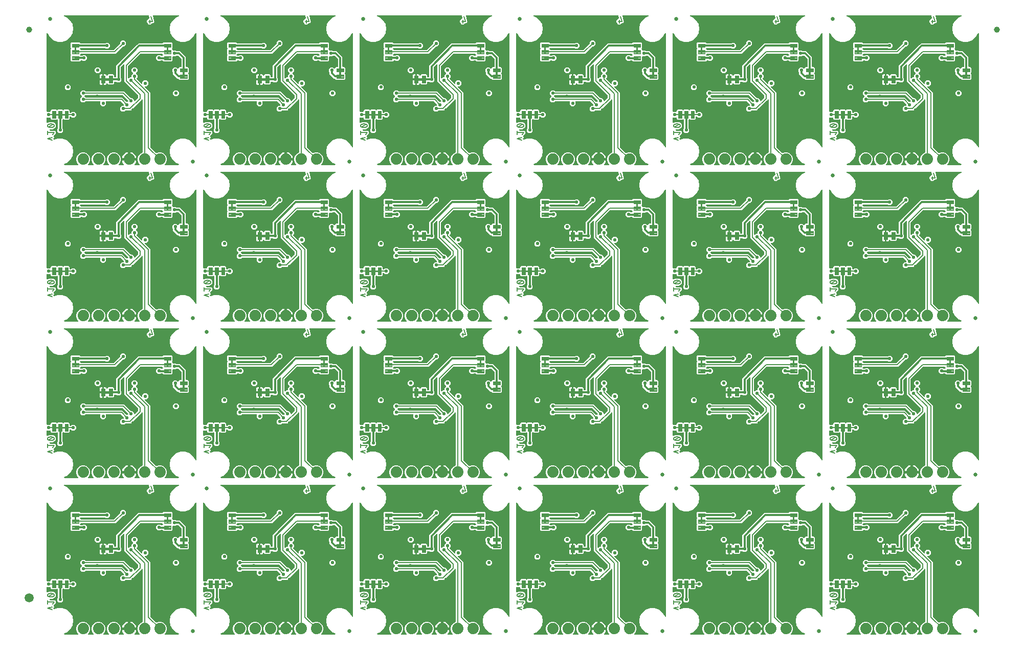
<source format=gbl>
G04 EAGLE Gerber RS-274X export*
G75*
%MOMM*%
%FSLAX34Y34*%
%LPD*%
%INBottom Copper*%
%IPPOS*%
%AMOC8*
5,1,8,0,0,1.08239X$1,22.5*%
G01*
%ADD10C,0.203200*%
%ADD11C,0.101600*%
%ADD12C,0.406400*%
%ADD13C,1.879600*%
%ADD14C,0.635000*%
%ADD15C,0.099059*%
%ADD16C,1.000000*%
%ADD17C,1.500000*%
%ADD18C,0.558800*%
%ADD19C,0.304800*%
%ADD20C,0.330200*%

G36*
X1090884Y780293D02*
X1090884Y780293D01*
X1090913Y780290D01*
X1091024Y780313D01*
X1091136Y780329D01*
X1091163Y780341D01*
X1091192Y780346D01*
X1091292Y780399D01*
X1091396Y780445D01*
X1091418Y780464D01*
X1091444Y780477D01*
X1091526Y780555D01*
X1091613Y780628D01*
X1091629Y780653D01*
X1091650Y780673D01*
X1091707Y780771D01*
X1091770Y780865D01*
X1091779Y780893D01*
X1091794Y780918D01*
X1091822Y781028D01*
X1091856Y781136D01*
X1091857Y781166D01*
X1091864Y781194D01*
X1091860Y781307D01*
X1091863Y781420D01*
X1091856Y781449D01*
X1091855Y781478D01*
X1091820Y781586D01*
X1091792Y781695D01*
X1091777Y781721D01*
X1091768Y781749D01*
X1091722Y781813D01*
X1091646Y781940D01*
X1091601Y781983D01*
X1091573Y782022D01*
X1090129Y783465D01*
X1088389Y787666D01*
X1088389Y792214D01*
X1090130Y796415D01*
X1093345Y799630D01*
X1097546Y801371D01*
X1102094Y801371D01*
X1106295Y799630D01*
X1109510Y796415D01*
X1111251Y792214D01*
X1111251Y787666D01*
X1109511Y783465D01*
X1108067Y782022D01*
X1108050Y781998D01*
X1108027Y781979D01*
X1107965Y781885D01*
X1107896Y781795D01*
X1107886Y781767D01*
X1107870Y781743D01*
X1107836Y781635D01*
X1107795Y781529D01*
X1107793Y781500D01*
X1107784Y781472D01*
X1107781Y781358D01*
X1107772Y781246D01*
X1107777Y781217D01*
X1107777Y781188D01*
X1107805Y781078D01*
X1107828Y780967D01*
X1107841Y780941D01*
X1107848Y780913D01*
X1107906Y780815D01*
X1107959Y780715D01*
X1107979Y780693D01*
X1107994Y780668D01*
X1108076Y780591D01*
X1108154Y780509D01*
X1108180Y780494D01*
X1108201Y780474D01*
X1108302Y780422D01*
X1108400Y780365D01*
X1108428Y780358D01*
X1108454Y780344D01*
X1108532Y780331D01*
X1108675Y780295D01*
X1108738Y780297D01*
X1108785Y780289D01*
X1116255Y780289D01*
X1116284Y780293D01*
X1116313Y780290D01*
X1116424Y780313D01*
X1116536Y780329D01*
X1116563Y780341D01*
X1116592Y780346D01*
X1116692Y780399D01*
X1116796Y780445D01*
X1116818Y780464D01*
X1116844Y780477D01*
X1116926Y780555D01*
X1117013Y780628D01*
X1117029Y780653D01*
X1117050Y780673D01*
X1117107Y780771D01*
X1117170Y780865D01*
X1117179Y780893D01*
X1117194Y780918D01*
X1117222Y781028D01*
X1117256Y781136D01*
X1117257Y781166D01*
X1117264Y781194D01*
X1117260Y781307D01*
X1117263Y781420D01*
X1117256Y781449D01*
X1117255Y781478D01*
X1117220Y781586D01*
X1117192Y781695D01*
X1117177Y781721D01*
X1117168Y781749D01*
X1117122Y781813D01*
X1117046Y781940D01*
X1117001Y781983D01*
X1116973Y782022D01*
X1115529Y783465D01*
X1113789Y787666D01*
X1113789Y792214D01*
X1115530Y796415D01*
X1118745Y799630D01*
X1122946Y801371D01*
X1127494Y801371D01*
X1131695Y799630D01*
X1134910Y796415D01*
X1136651Y792214D01*
X1136651Y787666D01*
X1134911Y783465D01*
X1133467Y782022D01*
X1133450Y781998D01*
X1133427Y781979D01*
X1133365Y781885D01*
X1133296Y781795D01*
X1133286Y781767D01*
X1133270Y781743D01*
X1133236Y781635D01*
X1133195Y781529D01*
X1133193Y781500D01*
X1133184Y781472D01*
X1133181Y781358D01*
X1133172Y781246D01*
X1133177Y781217D01*
X1133177Y781188D01*
X1133205Y781078D01*
X1133228Y780967D01*
X1133241Y780941D01*
X1133248Y780913D01*
X1133306Y780815D01*
X1133359Y780715D01*
X1133379Y780693D01*
X1133394Y780668D01*
X1133476Y780591D01*
X1133554Y780509D01*
X1133580Y780494D01*
X1133601Y780474D01*
X1133702Y780422D01*
X1133800Y780365D01*
X1133828Y780358D01*
X1133854Y780344D01*
X1133932Y780331D01*
X1134075Y780295D01*
X1134138Y780297D01*
X1134185Y780289D01*
X1141655Y780289D01*
X1141684Y780293D01*
X1141713Y780290D01*
X1141824Y780313D01*
X1141936Y780329D01*
X1141963Y780341D01*
X1141992Y780346D01*
X1142092Y780399D01*
X1142196Y780445D01*
X1142218Y780464D01*
X1142244Y780477D01*
X1142326Y780555D01*
X1142413Y780628D01*
X1142429Y780653D01*
X1142450Y780673D01*
X1142507Y780771D01*
X1142570Y780865D01*
X1142579Y780893D01*
X1142594Y780918D01*
X1142622Y781028D01*
X1142656Y781136D01*
X1142657Y781166D01*
X1142664Y781194D01*
X1142660Y781307D01*
X1142663Y781420D01*
X1142656Y781449D01*
X1142655Y781478D01*
X1142620Y781586D01*
X1142592Y781695D01*
X1142577Y781721D01*
X1142568Y781749D01*
X1142522Y781813D01*
X1142446Y781940D01*
X1142401Y781983D01*
X1142373Y782022D01*
X1140929Y783465D01*
X1139189Y787666D01*
X1139189Y792214D01*
X1140930Y796415D01*
X1144145Y799630D01*
X1148346Y801371D01*
X1152894Y801371D01*
X1157095Y799630D01*
X1160310Y796415D01*
X1162051Y792214D01*
X1162051Y787666D01*
X1160311Y783465D01*
X1158867Y782022D01*
X1158850Y781998D01*
X1158827Y781979D01*
X1158765Y781885D01*
X1158696Y781795D01*
X1158686Y781767D01*
X1158670Y781743D01*
X1158636Y781635D01*
X1158595Y781529D01*
X1158593Y781500D01*
X1158584Y781472D01*
X1158581Y781358D01*
X1158572Y781246D01*
X1158577Y781217D01*
X1158577Y781188D01*
X1158605Y781078D01*
X1158628Y780967D01*
X1158641Y780941D01*
X1158648Y780913D01*
X1158706Y780815D01*
X1158759Y780715D01*
X1158779Y780693D01*
X1158794Y780668D01*
X1158876Y780591D01*
X1158954Y780509D01*
X1158980Y780494D01*
X1159001Y780474D01*
X1159102Y780422D01*
X1159200Y780365D01*
X1159228Y780358D01*
X1159254Y780344D01*
X1159332Y780331D01*
X1159475Y780295D01*
X1159538Y780297D01*
X1159585Y780289D01*
X1166336Y780289D01*
X1166365Y780293D01*
X1166395Y780290D01*
X1166506Y780313D01*
X1166618Y780329D01*
X1166645Y780341D01*
X1166673Y780346D01*
X1166774Y780399D01*
X1166877Y780445D01*
X1166900Y780464D01*
X1166926Y780477D01*
X1167008Y780555D01*
X1167094Y780628D01*
X1167111Y780653D01*
X1167132Y780673D01*
X1167189Y780771D01*
X1167252Y780865D01*
X1167261Y780893D01*
X1167276Y780918D01*
X1167303Y781028D01*
X1167338Y781136D01*
X1167338Y781165D01*
X1167346Y781194D01*
X1167342Y781307D01*
X1167345Y781420D01*
X1167338Y781449D01*
X1167337Y781478D01*
X1167302Y781586D01*
X1167273Y781695D01*
X1167258Y781721D01*
X1167249Y781749D01*
X1167203Y781813D01*
X1167128Y781940D01*
X1167082Y781983D01*
X1167054Y782022D01*
X1166914Y782163D01*
X1165809Y783683D01*
X1164956Y785357D01*
X1164375Y787144D01*
X1164254Y787909D01*
X1175004Y787909D01*
X1175062Y787917D01*
X1175120Y787915D01*
X1175202Y787937D01*
X1175285Y787949D01*
X1175339Y787973D01*
X1175395Y787987D01*
X1175468Y788030D01*
X1175545Y788065D01*
X1175589Y788103D01*
X1175640Y788133D01*
X1175697Y788194D01*
X1175762Y788249D01*
X1175794Y788297D01*
X1175834Y788340D01*
X1175873Y788415D01*
X1175919Y788485D01*
X1175937Y788541D01*
X1175964Y788593D01*
X1175975Y788661D01*
X1176005Y788756D01*
X1176008Y788856D01*
X1176019Y788924D01*
X1176019Y789941D01*
X1176021Y789941D01*
X1176021Y788924D01*
X1176029Y788866D01*
X1176028Y788808D01*
X1176049Y788726D01*
X1176061Y788643D01*
X1176085Y788589D01*
X1176099Y788533D01*
X1176142Y788460D01*
X1176177Y788383D01*
X1176215Y788338D01*
X1176245Y788288D01*
X1176306Y788230D01*
X1176361Y788166D01*
X1176409Y788134D01*
X1176452Y788094D01*
X1176527Y788055D01*
X1176597Y788009D01*
X1176653Y787991D01*
X1176705Y787964D01*
X1176773Y787953D01*
X1176868Y787923D01*
X1176968Y787920D01*
X1177036Y787909D01*
X1187786Y787909D01*
X1187665Y787144D01*
X1187084Y785357D01*
X1186231Y783683D01*
X1185126Y782163D01*
X1184986Y782022D01*
X1184968Y781998D01*
X1184946Y781979D01*
X1184883Y781885D01*
X1184815Y781795D01*
X1184804Y781767D01*
X1184788Y781743D01*
X1184754Y781635D01*
X1184714Y781529D01*
X1184711Y781500D01*
X1184702Y781472D01*
X1184699Y781359D01*
X1184690Y781246D01*
X1184696Y781217D01*
X1184695Y781188D01*
X1184724Y781078D01*
X1184746Y780967D01*
X1184759Y780941D01*
X1184767Y780913D01*
X1184825Y780815D01*
X1184877Y780715D01*
X1184897Y780693D01*
X1184912Y780668D01*
X1184995Y780591D01*
X1185073Y780509D01*
X1185098Y780494D01*
X1185119Y780474D01*
X1185220Y780422D01*
X1185318Y780365D01*
X1185346Y780358D01*
X1185373Y780344D01*
X1185450Y780331D01*
X1185593Y780295D01*
X1185656Y780297D01*
X1185704Y780289D01*
X1192455Y780289D01*
X1192484Y780293D01*
X1192513Y780290D01*
X1192624Y780313D01*
X1192736Y780329D01*
X1192763Y780341D01*
X1192792Y780346D01*
X1192892Y780399D01*
X1192996Y780445D01*
X1193018Y780464D01*
X1193044Y780477D01*
X1193126Y780555D01*
X1193213Y780628D01*
X1193229Y780653D01*
X1193250Y780673D01*
X1193307Y780771D01*
X1193370Y780865D01*
X1193379Y780893D01*
X1193394Y780918D01*
X1193422Y781028D01*
X1193456Y781136D01*
X1193457Y781166D01*
X1193464Y781194D01*
X1193460Y781307D01*
X1193463Y781420D01*
X1193456Y781449D01*
X1193455Y781478D01*
X1193420Y781586D01*
X1193392Y781695D01*
X1193377Y781721D01*
X1193368Y781749D01*
X1193322Y781813D01*
X1193246Y781940D01*
X1193201Y781983D01*
X1193173Y782022D01*
X1191729Y783465D01*
X1189989Y787666D01*
X1189989Y792214D01*
X1191730Y796415D01*
X1194945Y799630D01*
X1197745Y800790D01*
X1197746Y800791D01*
X1197747Y800791D01*
X1197866Y800862D01*
X1197989Y800935D01*
X1197990Y800936D01*
X1197992Y800937D01*
X1198088Y801039D01*
X1198185Y801141D01*
X1198185Y801143D01*
X1198186Y801144D01*
X1198251Y801270D01*
X1198315Y801394D01*
X1198315Y801396D01*
X1198316Y801397D01*
X1198318Y801412D01*
X1198370Y801673D01*
X1198367Y801703D01*
X1198371Y801728D01*
X1198371Y888079D01*
X1198367Y888108D01*
X1198370Y888137D01*
X1198347Y888248D01*
X1198331Y888360D01*
X1198319Y888387D01*
X1198314Y888416D01*
X1198261Y888516D01*
X1198215Y888620D01*
X1198196Y888642D01*
X1198183Y888668D01*
X1198105Y888750D01*
X1198032Y888837D01*
X1198007Y888853D01*
X1197987Y888874D01*
X1197889Y888931D01*
X1197795Y888994D01*
X1197767Y889003D01*
X1197742Y889018D01*
X1197632Y889046D01*
X1197524Y889080D01*
X1197494Y889081D01*
X1197466Y889088D01*
X1197353Y889084D01*
X1197240Y889087D01*
X1197211Y889080D01*
X1197182Y889079D01*
X1197074Y889044D01*
X1196965Y889015D01*
X1196939Y889000D01*
X1196911Y888991D01*
X1196848Y888946D01*
X1196720Y888870D01*
X1196677Y888825D01*
X1196638Y888797D01*
X1194765Y886924D01*
X1180636Y872795D01*
X1180636Y872794D01*
X1178553Y870711D01*
X1170058Y870711D01*
X1169971Y870699D01*
X1169884Y870696D01*
X1169831Y870679D01*
X1169776Y870671D01*
X1169697Y870636D01*
X1169613Y870609D01*
X1169574Y870581D01*
X1169517Y870555D01*
X1169404Y870459D01*
X1169340Y870414D01*
X1167859Y868933D01*
X1163861Y868933D01*
X1161033Y871761D01*
X1161033Y875759D01*
X1163861Y878587D01*
X1166368Y878587D01*
X1166426Y878595D01*
X1166484Y878593D01*
X1166566Y878615D01*
X1166650Y878627D01*
X1166703Y878650D01*
X1166759Y878665D01*
X1166832Y878708D01*
X1166909Y878743D01*
X1166954Y878781D01*
X1167004Y878810D01*
X1167062Y878872D01*
X1167126Y878926D01*
X1167158Y878975D01*
X1167198Y879018D01*
X1167237Y879093D01*
X1167284Y879163D01*
X1167301Y879219D01*
X1167328Y879271D01*
X1167339Y879339D01*
X1167369Y879434D01*
X1167372Y879534D01*
X1167383Y879602D01*
X1167383Y880205D01*
X1167371Y880291D01*
X1167368Y880379D01*
X1167351Y880431D01*
X1167343Y880486D01*
X1167308Y880566D01*
X1167281Y880649D01*
X1167253Y880688D01*
X1167227Y880746D01*
X1167131Y880859D01*
X1167086Y880923D01*
X1162355Y885654D01*
X1162285Y885706D01*
X1162221Y885766D01*
X1162171Y885792D01*
X1162127Y885825D01*
X1162046Y885856D01*
X1161968Y885896D01*
X1161920Y885904D01*
X1161862Y885926D01*
X1161714Y885938D01*
X1161637Y885951D01*
X1138682Y885951D01*
X1138624Y885943D01*
X1138566Y885945D01*
X1138484Y885923D01*
X1138400Y885911D01*
X1138347Y885888D01*
X1138291Y885873D01*
X1138218Y885830D01*
X1138141Y885795D01*
X1138096Y885757D01*
X1138046Y885728D01*
X1137988Y885666D01*
X1137924Y885612D01*
X1137892Y885563D01*
X1137852Y885520D01*
X1137813Y885445D01*
X1137766Y885375D01*
X1137749Y885319D01*
X1137722Y885267D01*
X1137711Y885199D01*
X1137681Y885104D01*
X1137678Y885004D01*
X1137667Y884936D01*
X1137667Y880651D01*
X1134839Y877823D01*
X1130841Y877823D01*
X1128013Y880651D01*
X1128013Y884936D01*
X1128005Y884994D01*
X1128007Y885052D01*
X1127985Y885134D01*
X1127973Y885218D01*
X1127950Y885271D01*
X1127935Y885327D01*
X1127892Y885400D01*
X1127857Y885477D01*
X1127819Y885522D01*
X1127790Y885572D01*
X1127728Y885630D01*
X1127674Y885694D01*
X1127625Y885726D01*
X1127582Y885766D01*
X1127507Y885805D01*
X1127437Y885852D01*
X1127381Y885869D01*
X1127329Y885896D01*
X1127261Y885907D01*
X1127166Y885937D01*
X1127066Y885940D01*
X1126998Y885951D01*
X1104018Y885951D01*
X1103931Y885939D01*
X1103844Y885936D01*
X1103791Y885919D01*
X1103736Y885911D01*
X1103657Y885876D01*
X1103573Y885849D01*
X1103534Y885821D01*
X1103477Y885795D01*
X1103364Y885699D01*
X1103300Y885654D01*
X1101819Y884173D01*
X1097821Y884173D01*
X1094993Y887001D01*
X1094993Y890999D01*
X1097356Y893362D01*
X1097391Y893409D01*
X1097434Y893449D01*
X1097476Y893522D01*
X1097527Y893589D01*
X1097548Y893644D01*
X1097577Y893694D01*
X1097598Y893776D01*
X1097628Y893855D01*
X1097633Y893913D01*
X1097647Y893970D01*
X1097645Y894054D01*
X1097652Y894138D01*
X1097640Y894196D01*
X1097638Y894254D01*
X1097612Y894334D01*
X1097596Y894417D01*
X1097569Y894469D01*
X1097551Y894525D01*
X1097511Y894581D01*
X1097465Y894669D01*
X1097396Y894742D01*
X1097356Y894798D01*
X1094993Y897161D01*
X1094993Y901159D01*
X1097821Y903987D01*
X1101819Y903987D01*
X1103300Y902506D01*
X1103370Y902454D01*
X1103434Y902394D01*
X1103483Y902368D01*
X1103527Y902335D01*
X1103609Y902304D01*
X1103687Y902264D01*
X1103734Y902256D01*
X1103793Y902234D01*
X1103940Y902222D01*
X1104018Y902209D01*
X1167758Y902209D01*
X1178382Y891584D01*
X1178452Y891532D01*
X1178516Y891472D01*
X1178566Y891446D01*
X1178610Y891413D01*
X1178691Y891382D01*
X1178769Y891342D01*
X1178817Y891334D01*
X1178875Y891312D01*
X1179023Y891300D01*
X1179100Y891287D01*
X1181194Y891287D01*
X1184022Y888459D01*
X1184022Y887254D01*
X1184026Y887225D01*
X1184023Y887196D01*
X1184046Y887085D01*
X1184062Y886973D01*
X1184074Y886946D01*
X1184079Y886917D01*
X1184131Y886817D01*
X1184178Y886713D01*
X1184197Y886691D01*
X1184210Y886665D01*
X1184288Y886583D01*
X1184361Y886496D01*
X1184386Y886480D01*
X1184406Y886459D01*
X1184504Y886402D01*
X1184598Y886339D01*
X1184626Y886330D01*
X1184651Y886315D01*
X1184761Y886287D01*
X1184869Y886253D01*
X1184899Y886252D01*
X1184927Y886245D01*
X1185040Y886249D01*
X1185153Y886246D01*
X1185182Y886253D01*
X1185211Y886254D01*
X1185319Y886289D01*
X1185428Y886318D01*
X1185454Y886333D01*
X1185482Y886342D01*
X1185545Y886387D01*
X1185673Y886463D01*
X1185716Y886508D01*
X1185755Y886536D01*
X1190454Y891235D01*
X1190506Y891305D01*
X1190566Y891369D01*
X1190592Y891419D01*
X1190625Y891463D01*
X1190647Y891520D01*
X1190652Y891527D01*
X1190658Y891549D01*
X1190696Y891622D01*
X1190704Y891670D01*
X1190726Y891728D01*
X1190730Y891775D01*
X1190737Y891798D01*
X1190739Y891883D01*
X1190751Y891953D01*
X1190751Y894937D01*
X1190739Y895023D01*
X1190736Y895111D01*
X1190719Y895163D01*
X1190711Y895218D01*
X1190676Y895298D01*
X1190649Y895381D01*
X1190621Y895420D01*
X1190595Y895478D01*
X1190499Y895591D01*
X1190454Y895655D01*
X1169975Y916134D01*
X1169974Y916134D01*
X1167891Y918217D01*
X1167891Y945780D01*
X1167887Y945809D01*
X1167890Y945839D01*
X1167884Y945867D01*
X1167885Y945891D01*
X1167865Y945966D01*
X1167851Y946062D01*
X1167839Y946088D01*
X1167834Y946117D01*
X1167817Y946149D01*
X1167813Y946166D01*
X1167780Y946221D01*
X1167735Y946321D01*
X1167716Y946344D01*
X1167703Y946370D01*
X1167673Y946400D01*
X1167668Y946410D01*
X1167635Y946440D01*
X1167625Y946452D01*
X1167552Y946538D01*
X1167527Y946554D01*
X1167507Y946576D01*
X1167465Y946600D01*
X1167460Y946605D01*
X1167437Y946617D01*
X1167409Y946633D01*
X1167315Y946696D01*
X1167287Y946705D01*
X1167262Y946719D01*
X1167211Y946732D01*
X1167207Y946734D01*
X1167196Y946736D01*
X1167152Y946747D01*
X1167044Y946782D01*
X1167014Y946782D01*
X1166986Y946790D01*
X1166895Y946787D01*
X1166876Y946790D01*
X1166870Y946790D01*
X1166848Y946787D01*
X1166760Y946789D01*
X1166731Y946781D01*
X1166702Y946780D01*
X1166622Y946755D01*
X1166589Y946750D01*
X1166558Y946736D01*
X1166485Y946717D01*
X1166459Y946702D01*
X1166431Y946693D01*
X1166380Y946656D01*
X1166329Y946634D01*
X1166294Y946604D01*
X1166240Y946572D01*
X1166197Y946526D01*
X1166158Y946498D01*
X1162221Y942561D01*
X1162169Y942491D01*
X1162109Y942427D01*
X1162083Y942378D01*
X1162050Y942334D01*
X1162019Y942252D01*
X1161979Y942174D01*
X1161971Y942127D01*
X1161949Y942068D01*
X1161937Y941921D01*
X1161924Y941843D01*
X1161924Y925583D01*
X1161936Y925496D01*
X1161939Y925409D01*
X1161956Y925356D01*
X1161964Y925301D01*
X1161999Y925222D01*
X1162026Y925138D01*
X1162054Y925099D01*
X1162080Y925042D01*
X1162176Y924929D01*
X1162221Y924865D01*
X1163067Y924019D01*
X1163067Y920021D01*
X1160239Y917193D01*
X1156241Y917193D01*
X1155395Y918039D01*
X1155325Y918091D01*
X1155261Y918151D01*
X1155212Y918177D01*
X1155168Y918210D01*
X1155086Y918241D01*
X1155008Y918281D01*
X1154961Y918289D01*
X1154902Y918311D01*
X1154755Y918323D01*
X1154677Y918336D01*
X1151763Y918336D01*
X1151705Y918328D01*
X1151647Y918330D01*
X1151565Y918308D01*
X1151481Y918296D01*
X1151428Y918273D01*
X1151372Y918258D01*
X1151299Y918215D01*
X1151222Y918180D01*
X1151177Y918142D01*
X1151127Y918113D01*
X1151069Y918051D01*
X1151005Y917997D01*
X1150973Y917948D01*
X1150933Y917905D01*
X1150894Y917830D01*
X1150847Y917760D01*
X1150830Y917704D01*
X1150803Y917652D01*
X1150792Y917584D01*
X1150762Y917489D01*
X1150759Y917389D01*
X1150748Y917321D01*
X1150748Y915126D01*
X1149259Y913637D01*
X1141821Y913637D01*
X1140037Y915421D01*
X1140006Y915444D01*
X1139980Y915474D01*
X1139892Y915530D01*
X1139810Y915592D01*
X1139773Y915606D01*
X1139740Y915627D01*
X1139641Y915656D01*
X1139544Y915693D01*
X1139505Y915696D01*
X1139468Y915707D01*
X1139364Y915708D01*
X1139261Y915717D01*
X1139223Y915709D01*
X1139183Y915709D01*
X1139083Y915681D01*
X1138982Y915661D01*
X1138947Y915643D01*
X1138910Y915632D01*
X1138822Y915577D01*
X1138730Y915530D01*
X1138701Y915503D01*
X1138668Y915482D01*
X1138599Y915405D01*
X1138524Y915334D01*
X1138504Y915300D01*
X1138478Y915271D01*
X1138445Y915200D01*
X1138380Y915089D01*
X1138365Y915031D01*
X1137947Y914306D01*
X1137379Y913738D01*
X1136684Y913337D01*
X1135908Y913129D01*
X1134427Y913129D01*
X1134427Y916940D01*
X1134419Y916998D01*
X1134420Y917056D01*
X1134399Y917138D01*
X1134387Y917222D01*
X1134363Y917275D01*
X1134348Y917331D01*
X1134305Y917404D01*
X1134271Y917481D01*
X1134233Y917526D01*
X1134203Y917576D01*
X1134141Y917634D01*
X1134087Y917698D01*
X1134038Y917730D01*
X1133996Y917770D01*
X1133921Y917809D01*
X1133850Y917856D01*
X1133795Y917873D01*
X1133743Y917900D01*
X1133675Y917911D01*
X1133579Y917941D01*
X1133480Y917944D01*
X1133412Y917955D01*
X1132268Y917955D01*
X1132211Y917947D01*
X1132152Y917949D01*
X1132070Y917927D01*
X1131987Y917915D01*
X1131934Y917892D01*
X1131877Y917877D01*
X1131805Y917834D01*
X1131728Y917799D01*
X1131683Y917761D01*
X1131633Y917732D01*
X1131575Y917670D01*
X1131511Y917616D01*
X1131478Y917567D01*
X1131438Y917524D01*
X1131400Y917449D01*
X1131353Y917379D01*
X1131335Y917323D01*
X1131309Y917271D01*
X1131297Y917203D01*
X1131267Y917108D01*
X1131265Y917008D01*
X1131253Y916940D01*
X1131253Y913129D01*
X1129772Y913129D01*
X1128996Y913337D01*
X1128301Y913738D01*
X1127733Y914306D01*
X1127332Y915001D01*
X1127124Y915777D01*
X1127124Y920433D01*
X1127760Y920433D01*
X1127818Y920441D01*
X1127876Y920440D01*
X1127958Y920461D01*
X1128042Y920473D01*
X1128095Y920497D01*
X1128151Y920512D01*
X1128224Y920555D01*
X1128301Y920589D01*
X1128346Y920627D01*
X1128396Y920657D01*
X1128454Y920718D01*
X1128518Y920773D01*
X1128550Y920822D01*
X1128590Y920864D01*
X1128629Y920939D01*
X1128676Y921010D01*
X1128693Y921065D01*
X1128720Y921117D01*
X1128731Y921185D01*
X1128761Y921281D01*
X1128764Y921380D01*
X1128775Y921448D01*
X1128775Y922592D01*
X1128767Y922649D01*
X1128769Y922708D01*
X1128747Y922789D01*
X1128735Y922873D01*
X1128712Y922926D01*
X1128697Y922983D01*
X1128654Y923055D01*
X1128619Y923132D01*
X1128581Y923177D01*
X1128552Y923227D01*
X1128490Y923285D01*
X1128436Y923349D01*
X1128387Y923382D01*
X1128344Y923422D01*
X1128269Y923460D01*
X1128199Y923507D01*
X1128143Y923525D01*
X1128091Y923551D01*
X1128023Y923563D01*
X1127928Y923593D01*
X1127828Y923595D01*
X1127760Y923607D01*
X1127124Y923607D01*
X1127124Y928263D01*
X1127332Y929039D01*
X1127733Y929734D01*
X1128301Y930302D01*
X1128996Y930703D01*
X1129772Y930911D01*
X1131253Y930911D01*
X1131253Y927100D01*
X1131261Y927042D01*
X1131260Y926984D01*
X1131281Y926902D01*
X1131293Y926818D01*
X1131317Y926765D01*
X1131332Y926709D01*
X1131375Y926636D01*
X1131409Y926559D01*
X1131447Y926514D01*
X1131477Y926464D01*
X1131538Y926406D01*
X1131593Y926342D01*
X1131642Y926310D01*
X1131684Y926270D01*
X1131759Y926231D01*
X1131830Y926184D01*
X1131885Y926167D01*
X1131937Y926140D01*
X1132005Y926129D01*
X1132101Y926099D01*
X1132200Y926096D01*
X1132268Y926085D01*
X1133412Y926085D01*
X1133469Y926093D01*
X1133528Y926091D01*
X1133609Y926113D01*
X1133693Y926125D01*
X1133746Y926148D01*
X1133803Y926163D01*
X1133875Y926206D01*
X1133952Y926241D01*
X1133997Y926279D01*
X1134047Y926308D01*
X1134105Y926370D01*
X1134169Y926424D01*
X1134202Y926473D01*
X1134242Y926516D01*
X1134280Y926591D01*
X1134327Y926661D01*
X1134345Y926717D01*
X1134371Y926769D01*
X1134383Y926837D01*
X1134413Y926932D01*
X1134415Y927032D01*
X1134427Y927100D01*
X1134427Y930911D01*
X1135908Y930911D01*
X1136684Y930703D01*
X1137379Y930302D01*
X1137947Y929734D01*
X1138357Y929024D01*
X1138361Y929000D01*
X1138409Y928908D01*
X1138450Y928813D01*
X1138474Y928782D01*
X1138492Y928748D01*
X1138564Y928673D01*
X1138629Y928592D01*
X1138661Y928570D01*
X1138688Y928542D01*
X1138777Y928489D01*
X1138863Y928430D01*
X1138900Y928418D01*
X1138934Y928398D01*
X1139034Y928372D01*
X1139132Y928339D01*
X1139171Y928337D01*
X1139209Y928328D01*
X1139312Y928331D01*
X1139416Y928326D01*
X1139454Y928336D01*
X1139493Y928337D01*
X1139592Y928369D01*
X1139692Y928393D01*
X1139726Y928412D01*
X1139764Y928424D01*
X1139827Y928469D01*
X1139939Y928533D01*
X1139992Y928587D01*
X1140037Y928619D01*
X1141821Y930403D01*
X1149259Y930403D01*
X1150748Y928914D01*
X1150748Y926719D01*
X1150756Y926661D01*
X1150754Y926603D01*
X1150776Y926521D01*
X1150788Y926437D01*
X1150811Y926384D01*
X1150826Y926328D01*
X1150869Y926255D01*
X1150904Y926178D01*
X1150942Y926133D01*
X1150971Y926083D01*
X1151033Y926025D01*
X1151087Y925961D01*
X1151136Y925929D01*
X1151179Y925889D01*
X1151254Y925850D01*
X1151324Y925803D01*
X1151380Y925786D01*
X1151432Y925759D01*
X1151500Y925748D01*
X1151595Y925718D01*
X1151695Y925715D01*
X1151763Y925704D01*
X1153541Y925704D01*
X1153599Y925712D01*
X1153657Y925710D01*
X1153739Y925732D01*
X1153823Y925744D01*
X1153876Y925767D01*
X1153932Y925782D01*
X1154005Y925825D01*
X1154082Y925860D01*
X1154127Y925898D01*
X1154177Y925927D01*
X1154235Y925989D01*
X1154299Y926043D01*
X1154331Y926092D01*
X1154371Y926135D01*
X1154410Y926210D01*
X1154457Y926280D01*
X1154474Y926336D01*
X1154501Y926388D01*
X1154512Y926456D01*
X1154542Y926551D01*
X1154545Y926651D01*
X1154556Y926719D01*
X1154556Y945136D01*
X1156754Y947333D01*
X1156755Y947334D01*
X1156835Y947369D01*
X1156918Y947396D01*
X1156957Y947424D01*
X1157014Y947450D01*
X1157127Y947546D01*
X1157191Y947591D01*
X1191311Y981711D01*
X1230420Y981711D01*
X1230506Y981723D01*
X1230594Y981726D01*
X1230646Y981743D01*
X1230701Y981751D01*
X1230781Y981786D01*
X1230864Y981813D01*
X1230904Y981841D01*
X1230961Y981867D01*
X1231074Y981963D01*
X1231138Y982008D01*
X1232618Y983489D01*
X1246422Y983489D01*
X1247903Y982008D01*
X1247903Y974300D01*
X1247267Y973665D01*
X1247232Y973618D01*
X1247190Y973578D01*
X1247147Y973505D01*
X1247097Y973438D01*
X1247076Y973383D01*
X1247046Y973333D01*
X1247025Y973251D01*
X1246995Y973172D01*
X1246991Y973114D01*
X1246976Y973057D01*
X1246979Y972973D01*
X1246972Y972889D01*
X1246983Y972831D01*
X1246985Y972773D01*
X1247011Y972693D01*
X1247028Y972610D01*
X1247055Y972558D01*
X1247073Y972502D01*
X1247113Y972446D01*
X1247159Y972358D01*
X1247227Y972285D01*
X1247267Y972229D01*
X1247903Y971594D01*
X1247903Y971042D01*
X1247911Y970984D01*
X1247909Y970926D01*
X1247931Y970844D01*
X1247943Y970760D01*
X1247966Y970707D01*
X1247981Y970651D01*
X1248024Y970578D01*
X1248059Y970501D01*
X1248097Y970456D01*
X1248126Y970406D01*
X1248188Y970348D01*
X1248242Y970284D01*
X1248291Y970252D01*
X1248334Y970212D01*
X1248409Y970173D01*
X1248479Y970126D01*
X1248535Y970109D01*
X1248587Y970082D01*
X1248655Y970071D01*
X1248750Y970041D01*
X1248850Y970038D01*
X1248918Y970027D01*
X1252949Y970027D01*
X1253922Y969054D01*
X1253992Y969002D01*
X1254056Y968942D01*
X1254105Y968916D01*
X1254149Y968883D01*
X1254231Y968852D01*
X1254309Y968812D01*
X1254356Y968804D01*
X1254415Y968782D01*
X1254562Y968770D01*
X1254640Y968757D01*
X1260043Y968757D01*
X1269747Y959053D01*
X1269747Y943737D01*
X1269755Y943680D01*
X1269753Y943628D01*
X1269754Y943627D01*
X1269753Y943621D01*
X1269775Y943539D01*
X1269787Y943455D01*
X1269810Y943402D01*
X1269825Y943346D01*
X1269868Y943273D01*
X1269903Y943196D01*
X1269941Y943151D01*
X1269970Y943101D01*
X1270032Y943043D01*
X1270086Y942979D01*
X1270135Y942947D01*
X1270178Y942907D01*
X1270253Y942868D01*
X1270323Y942821D01*
X1270379Y942804D01*
X1270431Y942777D01*
X1270499Y942766D01*
X1270594Y942736D01*
X1270694Y942733D01*
X1270762Y942722D01*
X1273092Y942722D01*
X1274573Y941241D01*
X1274573Y933533D01*
X1273937Y932898D01*
X1273902Y932851D01*
X1273860Y932811D01*
X1273817Y932738D01*
X1273767Y932671D01*
X1273746Y932616D01*
X1273716Y932566D01*
X1273695Y932484D01*
X1273665Y932405D01*
X1273661Y932347D01*
X1273646Y932290D01*
X1273649Y932206D01*
X1273642Y932122D01*
X1273653Y932064D01*
X1273655Y932006D01*
X1273681Y931926D01*
X1273698Y931843D01*
X1273725Y931791D01*
X1273743Y931735D01*
X1273783Y931679D01*
X1273829Y931591D01*
X1273897Y931518D01*
X1273937Y931462D01*
X1274573Y930827D01*
X1274573Y923119D01*
X1273092Y921638D01*
X1259288Y921638D01*
X1257807Y923119D01*
X1257738Y923171D01*
X1257674Y923231D01*
X1257624Y923257D01*
X1257580Y923290D01*
X1257499Y923321D01*
X1257421Y923361D01*
X1257373Y923369D01*
X1257315Y923391D01*
X1257167Y923403D01*
X1257090Y923416D01*
X1255954Y923416D01*
X1248663Y930707D01*
X1248663Y933570D01*
X1248651Y933657D01*
X1248648Y933744D01*
X1248631Y933797D01*
X1248623Y933852D01*
X1248588Y933931D01*
X1248561Y934015D01*
X1248533Y934054D01*
X1248507Y934111D01*
X1248440Y934190D01*
X1248418Y934227D01*
X1248391Y934253D01*
X1248366Y934288D01*
X1247393Y935261D01*
X1247393Y939259D01*
X1250221Y942087D01*
X1254219Y942087D01*
X1256074Y940232D01*
X1256098Y940214D01*
X1256117Y940192D01*
X1256211Y940129D01*
X1256301Y940061D01*
X1256329Y940051D01*
X1256353Y940034D01*
X1256461Y940000D01*
X1256567Y939960D01*
X1256596Y939957D01*
X1256624Y939948D01*
X1256738Y939946D01*
X1256850Y939936D01*
X1256879Y939942D01*
X1256908Y939941D01*
X1257018Y939970D01*
X1257129Y939992D01*
X1257155Y940006D01*
X1257183Y940013D01*
X1257281Y940071D01*
X1257381Y940123D01*
X1257403Y940143D01*
X1257428Y940158D01*
X1257505Y940241D01*
X1257587Y940319D01*
X1257602Y940344D01*
X1257622Y940366D01*
X1257674Y940466D01*
X1257731Y940564D01*
X1257738Y940593D01*
X1257752Y940619D01*
X1257765Y940696D01*
X1257801Y940840D01*
X1257799Y940902D01*
X1257807Y940950D01*
X1257807Y941241D01*
X1259288Y942722D01*
X1261618Y942722D01*
X1261676Y942730D01*
X1261734Y942728D01*
X1261816Y942750D01*
X1261900Y942762D01*
X1261953Y942785D01*
X1262009Y942800D01*
X1262082Y942843D01*
X1262159Y942878D01*
X1262204Y942916D01*
X1262254Y942945D01*
X1262312Y943007D01*
X1262376Y943061D01*
X1262408Y943110D01*
X1262448Y943153D01*
X1262487Y943228D01*
X1262534Y943298D01*
X1262551Y943354D01*
X1262578Y943406D01*
X1262589Y943474D01*
X1262619Y943569D01*
X1262622Y943669D01*
X1262633Y943737D01*
X1262633Y955686D01*
X1262621Y955773D01*
X1262618Y955860D01*
X1262601Y955913D01*
X1262593Y955968D01*
X1262558Y956048D01*
X1262531Y956131D01*
X1262503Y956170D01*
X1262477Y956227D01*
X1262381Y956340D01*
X1262336Y956404D01*
X1257394Y961346D01*
X1257324Y961398D01*
X1257260Y961458D01*
X1257211Y961484D01*
X1257167Y961517D01*
X1257085Y961548D01*
X1257007Y961588D01*
X1256960Y961596D01*
X1256901Y961618D01*
X1256754Y961630D01*
X1256676Y961643D01*
X1254640Y961643D01*
X1254553Y961631D01*
X1254466Y961628D01*
X1254413Y961611D01*
X1254358Y961603D01*
X1254279Y961568D01*
X1254195Y961541D01*
X1254156Y961513D01*
X1254099Y961487D01*
X1253986Y961391D01*
X1253922Y961346D01*
X1252949Y960373D01*
X1248918Y960373D01*
X1248860Y960365D01*
X1248802Y960367D01*
X1248720Y960345D01*
X1248636Y960333D01*
X1248583Y960310D01*
X1248527Y960295D01*
X1248454Y960252D01*
X1248377Y960217D01*
X1248332Y960179D01*
X1248282Y960150D01*
X1248224Y960088D01*
X1248160Y960034D01*
X1248128Y959985D01*
X1248088Y959942D01*
X1248049Y959867D01*
X1248002Y959797D01*
X1247985Y959741D01*
X1247958Y959689D01*
X1247947Y959621D01*
X1247917Y959526D01*
X1247914Y959426D01*
X1247903Y959358D01*
X1247903Y953472D01*
X1246422Y951991D01*
X1232618Y951991D01*
X1231138Y953472D01*
X1231068Y953524D01*
X1231004Y953584D01*
X1230955Y953610D01*
X1230910Y953643D01*
X1230829Y953674D01*
X1230751Y953714D01*
X1230703Y953722D01*
X1230645Y953744D01*
X1230497Y953756D01*
X1230420Y953769D01*
X1228986Y953769D01*
X1228899Y953757D01*
X1228812Y953754D01*
X1228759Y953737D01*
X1228704Y953729D01*
X1228625Y953694D01*
X1228541Y953667D01*
X1228502Y953639D01*
X1228445Y953613D01*
X1228332Y953517D01*
X1228268Y953472D01*
X1227549Y952753D01*
X1223551Y952753D01*
X1220723Y955581D01*
X1220723Y959579D01*
X1223551Y962407D01*
X1227549Y962407D01*
X1228776Y961180D01*
X1228846Y961128D01*
X1228910Y961068D01*
X1228959Y961042D01*
X1229003Y961009D01*
X1229085Y960978D01*
X1229163Y960938D01*
X1229210Y960930D01*
X1229269Y960908D01*
X1229416Y960896D01*
X1229494Y960883D01*
X1230420Y960883D01*
X1230506Y960895D01*
X1230594Y960898D01*
X1230646Y960915D01*
X1230701Y960923D01*
X1230781Y960958D01*
X1230864Y960985D01*
X1230903Y961013D01*
X1230961Y961039D01*
X1231074Y961135D01*
X1231138Y961180D01*
X1231773Y961815D01*
X1231808Y961862D01*
X1231850Y961902D01*
X1231893Y961975D01*
X1231943Y962042D01*
X1231964Y962097D01*
X1231994Y962147D01*
X1232015Y962229D01*
X1232045Y962308D01*
X1232049Y962366D01*
X1232064Y962423D01*
X1232061Y962507D01*
X1232068Y962591D01*
X1232057Y962649D01*
X1232055Y962707D01*
X1232029Y962787D01*
X1232012Y962870D01*
X1231985Y962922D01*
X1231967Y962978D01*
X1231927Y963034D01*
X1231881Y963122D01*
X1231813Y963195D01*
X1231773Y963251D01*
X1231103Y963921D01*
X1231097Y963958D01*
X1231074Y964011D01*
X1231059Y964067D01*
X1231016Y964140D01*
X1230981Y964217D01*
X1230943Y964262D01*
X1230914Y964312D01*
X1230852Y964370D01*
X1230798Y964434D01*
X1230749Y964466D01*
X1230706Y964506D01*
X1230631Y964545D01*
X1230561Y964592D01*
X1230505Y964609D01*
X1230453Y964636D01*
X1230385Y964647D01*
X1230290Y964677D01*
X1230190Y964680D01*
X1230122Y964691D01*
X1195483Y964691D01*
X1195397Y964679D01*
X1195309Y964676D01*
X1195257Y964659D01*
X1195202Y964651D01*
X1195122Y964616D01*
X1195039Y964589D01*
X1195000Y964561D01*
X1194942Y964535D01*
X1194829Y964439D01*
X1194765Y964394D01*
X1174286Y943915D01*
X1174234Y943845D01*
X1174174Y943781D01*
X1174148Y943731D01*
X1174115Y943687D01*
X1174084Y943606D01*
X1174044Y943528D01*
X1174036Y943480D01*
X1174014Y943422D01*
X1174002Y943274D01*
X1173989Y943197D01*
X1173989Y924821D01*
X1173993Y924792D01*
X1173990Y924762D01*
X1174013Y924651D01*
X1174029Y924539D01*
X1174041Y924513D01*
X1174046Y924484D01*
X1174099Y924383D01*
X1174145Y924280D01*
X1174164Y924257D01*
X1174177Y924231D01*
X1174255Y924149D01*
X1174328Y924063D01*
X1174353Y924047D01*
X1174373Y924025D01*
X1174471Y923968D01*
X1174565Y923905D01*
X1174593Y923896D01*
X1174618Y923882D01*
X1174728Y923854D01*
X1174836Y923819D01*
X1174866Y923819D01*
X1174894Y923812D01*
X1175007Y923815D01*
X1175120Y923812D01*
X1175149Y923820D01*
X1175178Y923821D01*
X1175286Y923855D01*
X1175395Y923884D01*
X1175421Y923899D01*
X1175449Y923908D01*
X1175513Y923954D01*
X1175640Y924029D01*
X1175683Y924075D01*
X1175722Y924103D01*
X1177196Y925577D01*
X1179068Y925577D01*
X1179126Y925585D01*
X1179184Y925583D01*
X1179266Y925605D01*
X1179350Y925617D01*
X1179403Y925640D01*
X1179459Y925655D01*
X1179532Y925698D01*
X1179609Y925733D01*
X1179654Y925771D01*
X1179704Y925800D01*
X1179762Y925862D01*
X1179826Y925916D01*
X1179858Y925965D01*
X1179898Y926008D01*
X1179937Y926083D01*
X1179984Y926153D01*
X1180001Y926209D01*
X1180028Y926261D01*
X1180039Y926329D01*
X1180069Y926424D01*
X1180072Y926524D01*
X1180083Y926592D01*
X1180083Y929099D01*
X1182446Y931462D01*
X1182481Y931509D01*
X1182524Y931549D01*
X1182566Y931622D01*
X1182617Y931689D01*
X1182638Y931744D01*
X1182667Y931794D01*
X1182688Y931876D01*
X1182718Y931955D01*
X1182723Y932013D01*
X1182737Y932070D01*
X1182735Y932154D01*
X1182742Y932238D01*
X1182730Y932296D01*
X1182728Y932354D01*
X1182702Y932434D01*
X1182686Y932517D01*
X1182659Y932569D01*
X1182641Y932625D01*
X1182601Y932681D01*
X1182555Y932769D01*
X1182486Y932842D01*
X1182446Y932898D01*
X1180083Y935261D01*
X1180083Y939259D01*
X1182911Y942087D01*
X1186909Y942087D01*
X1189737Y939259D01*
X1189737Y935261D01*
X1187374Y932898D01*
X1187339Y932851D01*
X1187296Y932811D01*
X1187254Y932738D01*
X1187203Y932671D01*
X1187182Y932616D01*
X1187153Y932566D01*
X1187132Y932484D01*
X1187102Y932405D01*
X1187097Y932347D01*
X1187083Y932290D01*
X1187085Y932206D01*
X1187078Y932122D01*
X1187090Y932064D01*
X1187092Y932006D01*
X1187118Y931926D01*
X1187134Y931843D01*
X1187161Y931791D01*
X1187179Y931735D01*
X1187219Y931679D01*
X1187265Y931591D01*
X1187334Y931518D01*
X1187374Y931462D01*
X1189737Y929099D01*
X1189737Y925101D01*
X1188657Y924021D01*
X1188622Y923974D01*
X1188579Y923934D01*
X1188536Y923861D01*
X1188486Y923793D01*
X1188465Y923739D01*
X1188435Y923688D01*
X1188415Y923607D01*
X1188385Y923528D01*
X1188380Y923469D01*
X1188365Y923413D01*
X1188368Y923329D01*
X1188361Y923245D01*
X1188372Y923187D01*
X1188374Y923129D01*
X1188400Y923048D01*
X1188417Y922966D01*
X1188444Y922914D01*
X1188462Y922858D01*
X1188502Y922802D01*
X1188548Y922713D01*
X1188617Y922641D01*
X1188657Y922585D01*
X1196130Y915111D01*
X1196154Y915094D01*
X1196173Y915071D01*
X1196267Y915008D01*
X1196357Y914941D01*
X1196385Y914930D01*
X1196409Y914914D01*
X1196517Y914880D01*
X1196623Y914839D01*
X1196652Y914837D01*
X1196680Y914828D01*
X1196794Y914825D01*
X1196906Y914816D01*
X1196935Y914821D01*
X1196964Y914821D01*
X1197074Y914849D01*
X1197185Y914872D01*
X1197211Y914885D01*
X1197239Y914893D01*
X1197337Y914950D01*
X1197437Y915003D01*
X1197459Y915023D01*
X1197484Y915038D01*
X1197561Y915120D01*
X1197643Y915198D01*
X1197658Y915224D01*
X1197678Y915245D01*
X1197730Y915346D01*
X1197787Y915444D01*
X1197794Y915472D01*
X1197808Y915498D01*
X1197821Y915576D01*
X1197857Y915719D01*
X1197855Y915782D01*
X1197863Y915829D01*
X1197863Y917669D01*
X1200691Y920497D01*
X1204689Y920497D01*
X1207517Y917669D01*
X1207517Y913671D01*
X1204689Y910843D01*
X1202849Y910843D01*
X1202820Y910839D01*
X1202791Y910842D01*
X1202680Y910819D01*
X1202568Y910803D01*
X1202541Y910791D01*
X1202512Y910786D01*
X1202412Y910734D01*
X1202308Y910687D01*
X1202286Y910668D01*
X1202260Y910655D01*
X1202178Y910577D01*
X1202091Y910504D01*
X1202075Y910479D01*
X1202054Y910459D01*
X1201997Y910361D01*
X1201934Y910267D01*
X1201925Y910239D01*
X1201910Y910214D01*
X1201882Y910104D01*
X1201848Y909996D01*
X1201847Y909966D01*
X1201840Y909938D01*
X1201844Y909825D01*
X1201841Y909712D01*
X1201848Y909683D01*
X1201849Y909654D01*
X1201884Y909546D01*
X1201913Y909437D01*
X1201928Y909411D01*
X1201937Y909383D01*
X1201982Y909320D01*
X1202058Y909192D01*
X1202103Y909149D01*
X1202131Y909110D01*
X1208735Y902506D01*
X1208736Y902506D01*
X1210819Y900423D01*
X1210819Y810673D01*
X1210831Y810587D01*
X1210834Y810499D01*
X1210851Y810447D01*
X1210859Y810392D01*
X1210894Y810312D01*
X1210921Y810229D01*
X1210949Y810190D01*
X1210975Y810132D01*
X1211071Y810019D01*
X1211116Y809955D01*
X1220640Y800431D01*
X1220642Y800430D01*
X1220643Y800429D01*
X1220756Y800344D01*
X1220868Y800260D01*
X1220869Y800260D01*
X1220870Y800259D01*
X1221002Y800209D01*
X1221133Y800159D01*
X1221135Y800159D01*
X1221136Y800158D01*
X1221281Y800147D01*
X1221417Y800136D01*
X1221418Y800136D01*
X1221420Y800136D01*
X1221435Y800139D01*
X1221695Y800191D01*
X1221722Y800205D01*
X1221747Y800211D01*
X1224546Y801371D01*
X1229094Y801371D01*
X1233295Y799630D01*
X1236510Y796415D01*
X1238251Y792214D01*
X1238251Y787666D01*
X1236511Y783465D01*
X1235067Y782022D01*
X1235050Y781998D01*
X1235027Y781979D01*
X1234965Y781885D01*
X1234896Y781795D01*
X1234886Y781767D01*
X1234870Y781743D01*
X1234836Y781635D01*
X1234795Y781529D01*
X1234793Y781500D01*
X1234784Y781472D01*
X1234781Y781358D01*
X1234772Y781246D01*
X1234777Y781217D01*
X1234777Y781188D01*
X1234805Y781078D01*
X1234828Y780967D01*
X1234841Y780941D01*
X1234848Y780913D01*
X1234906Y780815D01*
X1234959Y780715D01*
X1234979Y780693D01*
X1234994Y780668D01*
X1235076Y780591D01*
X1235154Y780509D01*
X1235180Y780494D01*
X1235201Y780474D01*
X1235302Y780422D01*
X1235400Y780365D01*
X1235428Y780358D01*
X1235454Y780344D01*
X1235532Y780331D01*
X1235675Y780295D01*
X1235738Y780297D01*
X1235785Y780289D01*
X1257445Y780289D01*
X1257552Y780304D01*
X1257659Y780312D01*
X1257692Y780324D01*
X1257726Y780329D01*
X1257825Y780373D01*
X1257926Y780410D01*
X1257954Y780431D01*
X1257986Y780445D01*
X1258068Y780514D01*
X1258155Y780578D01*
X1258176Y780606D01*
X1258203Y780628D01*
X1258262Y780718D01*
X1258328Y780804D01*
X1258341Y780836D01*
X1258360Y780865D01*
X1258393Y780968D01*
X1258432Y781068D01*
X1258436Y781103D01*
X1258446Y781136D01*
X1258449Y781244D01*
X1258459Y781351D01*
X1258453Y781386D01*
X1258453Y781420D01*
X1258426Y781525D01*
X1258406Y781631D01*
X1258390Y781662D01*
X1258382Y781695D01*
X1258326Y781788D01*
X1258278Y781884D01*
X1258254Y781910D01*
X1258236Y781940D01*
X1258158Y782014D01*
X1258084Y782093D01*
X1258057Y782108D01*
X1258029Y782134D01*
X1257838Y782232D01*
X1257792Y782258D01*
X1253958Y783653D01*
X1248125Y788548D01*
X1244318Y795142D01*
X1242996Y802640D01*
X1244318Y810138D01*
X1248125Y816732D01*
X1253958Y821627D01*
X1261113Y824231D01*
X1268727Y824231D01*
X1275882Y821627D01*
X1281715Y816732D01*
X1285377Y810389D01*
X1285389Y810374D01*
X1285397Y810356D01*
X1285476Y810262D01*
X1285552Y810165D01*
X1285568Y810154D01*
X1285581Y810139D01*
X1285683Y810071D01*
X1285782Y809999D01*
X1285801Y809992D01*
X1285817Y809981D01*
X1285934Y809944D01*
X1286050Y809903D01*
X1286070Y809902D01*
X1286088Y809896D01*
X1286211Y809892D01*
X1286334Y809885D01*
X1286353Y809889D01*
X1286372Y809888D01*
X1286491Y809919D01*
X1286611Y809946D01*
X1286629Y809955D01*
X1286647Y809960D01*
X1286753Y810023D01*
X1286861Y810082D01*
X1286875Y810095D01*
X1286892Y810105D01*
X1286976Y810195D01*
X1287063Y810281D01*
X1287073Y810298D01*
X1287086Y810313D01*
X1287142Y810422D01*
X1287202Y810529D01*
X1287207Y810548D01*
X1287216Y810566D01*
X1287228Y810638D01*
X1287267Y810806D01*
X1287265Y810857D01*
X1287271Y810897D01*
X1287271Y997583D01*
X1287269Y997603D01*
X1287271Y997622D01*
X1287264Y997657D01*
X1287265Y997669D01*
X1287257Y997699D01*
X1287249Y997743D01*
X1287231Y997865D01*
X1287223Y997882D01*
X1287220Y997902D01*
X1287165Y998012D01*
X1287115Y998124D01*
X1287103Y998139D01*
X1287094Y998157D01*
X1287011Y998247D01*
X1286932Y998341D01*
X1286915Y998352D01*
X1286902Y998366D01*
X1286797Y998431D01*
X1286695Y998499D01*
X1286676Y998505D01*
X1286660Y998515D01*
X1286541Y998547D01*
X1286424Y998584D01*
X1286404Y998585D01*
X1286385Y998590D01*
X1286263Y998589D01*
X1286140Y998592D01*
X1286121Y998587D01*
X1286101Y998586D01*
X1285983Y998551D01*
X1285865Y998520D01*
X1285848Y998510D01*
X1285829Y998504D01*
X1285726Y998437D01*
X1285620Y998375D01*
X1285607Y998360D01*
X1285590Y998350D01*
X1285544Y998293D01*
X1285491Y998236D01*
X1285480Y998228D01*
X1285475Y998220D01*
X1285426Y998167D01*
X1285402Y998122D01*
X1285377Y998091D01*
X1281715Y991748D01*
X1275882Y986853D01*
X1268727Y984249D01*
X1261113Y984249D01*
X1253958Y986853D01*
X1248125Y991748D01*
X1244318Y998342D01*
X1242996Y1005840D01*
X1244318Y1013338D01*
X1248125Y1019932D01*
X1253958Y1024827D01*
X1257792Y1026222D01*
X1257887Y1026273D01*
X1257986Y1026317D01*
X1258012Y1026339D01*
X1258043Y1026356D01*
X1258120Y1026431D01*
X1258203Y1026501D01*
X1258222Y1026529D01*
X1258247Y1026554D01*
X1258300Y1026647D01*
X1258360Y1026737D01*
X1258371Y1026770D01*
X1258388Y1026800D01*
X1258414Y1026905D01*
X1258446Y1027008D01*
X1258447Y1027043D01*
X1258455Y1027077D01*
X1258451Y1027184D01*
X1258453Y1027292D01*
X1258445Y1027326D01*
X1258443Y1027361D01*
X1258409Y1027463D01*
X1258382Y1027567D01*
X1258364Y1027597D01*
X1258353Y1027630D01*
X1258291Y1027719D01*
X1258236Y1027812D01*
X1258211Y1027836D01*
X1258191Y1027864D01*
X1258108Y1027933D01*
X1258029Y1028006D01*
X1257998Y1028022D01*
X1257971Y1028044D01*
X1257872Y1028087D01*
X1257776Y1028136D01*
X1257745Y1028141D01*
X1257710Y1028156D01*
X1257497Y1028182D01*
X1257445Y1028191D01*
X1216012Y1028191D01*
X1215956Y1028183D01*
X1215899Y1028185D01*
X1215815Y1028163D01*
X1215731Y1028151D01*
X1215679Y1028128D01*
X1215623Y1028114D01*
X1215550Y1028070D01*
X1215471Y1028035D01*
X1215428Y1027998D01*
X1215378Y1027969D01*
X1215320Y1027907D01*
X1215254Y1027852D01*
X1215223Y1027804D01*
X1215183Y1027762D01*
X1215144Y1027686D01*
X1215097Y1027615D01*
X1215079Y1027560D01*
X1215053Y1027510D01*
X1215037Y1027426D01*
X1215011Y1027344D01*
X1215009Y1027287D01*
X1214998Y1027231D01*
X1215006Y1027161D01*
X1215004Y1027060D01*
X1215028Y1026965D01*
X1215036Y1026897D01*
X1217016Y1019967D01*
X1217052Y1019886D01*
X1217080Y1019801D01*
X1217107Y1019763D01*
X1217132Y1019707D01*
X1217229Y1019591D01*
X1217274Y1019528D01*
X1217423Y1019379D01*
X1217423Y1018686D01*
X1217460Y1018420D01*
X1217462Y1018407D01*
X1217652Y1017740D01*
X1217551Y1017557D01*
X1217519Y1017474D01*
X1217478Y1017395D01*
X1217470Y1017348D01*
X1217449Y1017291D01*
X1217436Y1017141D01*
X1217423Y1017064D01*
X1217423Y1016854D01*
X1216932Y1016363D01*
X1216771Y1016149D01*
X1216763Y1016139D01*
X1216426Y1015532D01*
X1216224Y1015475D01*
X1216143Y1015438D01*
X1216058Y1015411D01*
X1216020Y1015384D01*
X1215964Y1015359D01*
X1215849Y1015262D01*
X1215785Y1015216D01*
X1215637Y1015068D01*
X1214943Y1015068D01*
X1214678Y1015030D01*
X1214664Y1015029D01*
X1213735Y1014763D01*
X1213654Y1014727D01*
X1213569Y1014700D01*
X1213531Y1014673D01*
X1213475Y1014648D01*
X1213359Y1014550D01*
X1213296Y1014505D01*
X1211488Y1012697D01*
X1208962Y1012697D01*
X1207177Y1014483D01*
X1207177Y1014655D01*
X1207164Y1014742D01*
X1207162Y1014829D01*
X1207145Y1014882D01*
X1207137Y1014937D01*
X1207101Y1015017D01*
X1207074Y1015100D01*
X1207046Y1015139D01*
X1207021Y1015196D01*
X1206925Y1015309D01*
X1206879Y1015373D01*
X1205399Y1016854D01*
X1205399Y1019380D01*
X1206879Y1020860D01*
X1206932Y1020930D01*
X1206992Y1020994D01*
X1207017Y1021043D01*
X1207050Y1021087D01*
X1207081Y1021169D01*
X1207121Y1021247D01*
X1207129Y1021294D01*
X1207151Y1021353D01*
X1207164Y1021501D01*
X1207177Y1021578D01*
X1207177Y1021750D01*
X1209079Y1023652D01*
X1209130Y1023721D01*
X1209190Y1023784D01*
X1209215Y1023834D01*
X1209250Y1023879D01*
X1209280Y1023960D01*
X1209320Y1024036D01*
X1209331Y1024092D01*
X1209351Y1024145D01*
X1209358Y1024231D01*
X1209375Y1024315D01*
X1209369Y1024364D01*
X1209374Y1024428D01*
X1209346Y1024571D01*
X1209337Y1024649D01*
X1208718Y1026815D01*
X1208727Y1026844D01*
X1208767Y1026948D01*
X1208770Y1026979D01*
X1208779Y1027008D01*
X1208782Y1027120D01*
X1208791Y1027232D01*
X1208785Y1027262D01*
X1208786Y1027292D01*
X1208758Y1027401D01*
X1208736Y1027510D01*
X1208722Y1027538D01*
X1208714Y1027567D01*
X1208657Y1027663D01*
X1208606Y1027763D01*
X1208585Y1027785D01*
X1208569Y1027812D01*
X1208488Y1027888D01*
X1208411Y1027970D01*
X1208384Y1027985D01*
X1208362Y1028006D01*
X1208262Y1028057D01*
X1208166Y1028114D01*
X1208136Y1028122D01*
X1208109Y1028136D01*
X1208031Y1028149D01*
X1207891Y1028185D01*
X1207826Y1028183D01*
X1207778Y1028191D01*
X1069195Y1028191D01*
X1069088Y1028176D01*
X1068981Y1028168D01*
X1068948Y1028156D01*
X1068914Y1028151D01*
X1068815Y1028107D01*
X1068714Y1028070D01*
X1068686Y1028049D01*
X1068654Y1028035D01*
X1068572Y1027965D01*
X1068485Y1027902D01*
X1068464Y1027874D01*
X1068437Y1027852D01*
X1068378Y1027762D01*
X1068312Y1027676D01*
X1068299Y1027644D01*
X1068280Y1027615D01*
X1068247Y1027512D01*
X1068208Y1027412D01*
X1068204Y1027377D01*
X1068194Y1027344D01*
X1068191Y1027236D01*
X1068181Y1027129D01*
X1068188Y1027094D01*
X1068187Y1027060D01*
X1068214Y1026955D01*
X1068234Y1026849D01*
X1068250Y1026818D01*
X1068258Y1026785D01*
X1068313Y1026692D01*
X1068362Y1026596D01*
X1068386Y1026570D01*
X1068404Y1026540D01*
X1068482Y1026466D01*
X1068556Y1026387D01*
X1068583Y1026372D01*
X1068611Y1026346D01*
X1068801Y1026248D01*
X1068848Y1026222D01*
X1072682Y1024827D01*
X1078515Y1019932D01*
X1082322Y1013338D01*
X1083644Y1005840D01*
X1082322Y998342D01*
X1078515Y991748D01*
X1072682Y986853D01*
X1065527Y984249D01*
X1057913Y984249D01*
X1050758Y986853D01*
X1044925Y991748D01*
X1041263Y998091D01*
X1041251Y998106D01*
X1041243Y998124D01*
X1041203Y998171D01*
X1041193Y998188D01*
X1041172Y998208D01*
X1041164Y998218D01*
X1041088Y998315D01*
X1041072Y998326D01*
X1041059Y998341D01*
X1040957Y998409D01*
X1040858Y998481D01*
X1040839Y998488D01*
X1040823Y998499D01*
X1040706Y998536D01*
X1040590Y998577D01*
X1040570Y998579D01*
X1040552Y998584D01*
X1040429Y998588D01*
X1040306Y998595D01*
X1040287Y998591D01*
X1040268Y998592D01*
X1040149Y998561D01*
X1040029Y998534D01*
X1040011Y998525D01*
X1039993Y998520D01*
X1039887Y998457D01*
X1039779Y998398D01*
X1039765Y998385D01*
X1039748Y998375D01*
X1039664Y998285D01*
X1039577Y998199D01*
X1039567Y998182D01*
X1039554Y998167D01*
X1039498Y998058D01*
X1039438Y997951D01*
X1039433Y997932D01*
X1039424Y997914D01*
X1039412Y997842D01*
X1039386Y997731D01*
X1039383Y997720D01*
X1039383Y997716D01*
X1039373Y997674D01*
X1039375Y997623D01*
X1039369Y997583D01*
X1039369Y869442D01*
X1039377Y869384D01*
X1039375Y869326D01*
X1039397Y869244D01*
X1039409Y869160D01*
X1039432Y869107D01*
X1039447Y869051D01*
X1039490Y868978D01*
X1039525Y868901D01*
X1039563Y868856D01*
X1039592Y868806D01*
X1039654Y868748D01*
X1039708Y868684D01*
X1039757Y868652D01*
X1039800Y868612D01*
X1039875Y868573D01*
X1039945Y868526D01*
X1040001Y868509D01*
X1040053Y868482D01*
X1040121Y868471D01*
X1040216Y868441D01*
X1040316Y868438D01*
X1040384Y868427D01*
X1044956Y868427D01*
X1045014Y868435D01*
X1045072Y868433D01*
X1045154Y868455D01*
X1045238Y868467D01*
X1045291Y868490D01*
X1045347Y868505D01*
X1045420Y868548D01*
X1045497Y868583D01*
X1045542Y868621D01*
X1045592Y868650D01*
X1045650Y868712D01*
X1045714Y868766D01*
X1045746Y868815D01*
X1045786Y868858D01*
X1045825Y868933D01*
X1045872Y869003D01*
X1045889Y869059D01*
X1045916Y869111D01*
X1045927Y869179D01*
X1045957Y869274D01*
X1045960Y869374D01*
X1045971Y869442D01*
X1045971Y870502D01*
X1047452Y871983D01*
X1055160Y871983D01*
X1055795Y871347D01*
X1055842Y871312D01*
X1055882Y871270D01*
X1055955Y871227D01*
X1056022Y871177D01*
X1056077Y871156D01*
X1056127Y871126D01*
X1056209Y871105D01*
X1056288Y871075D01*
X1056346Y871071D01*
X1056403Y871056D01*
X1056487Y871059D01*
X1056571Y871052D01*
X1056629Y871063D01*
X1056687Y871065D01*
X1056767Y871091D01*
X1056850Y871108D01*
X1056902Y871135D01*
X1056958Y871153D01*
X1057014Y871193D01*
X1057102Y871239D01*
X1057175Y871307D01*
X1057231Y871347D01*
X1057866Y871983D01*
X1065574Y871983D01*
X1066209Y871347D01*
X1066256Y871312D01*
X1066296Y871270D01*
X1066369Y871227D01*
X1066436Y871177D01*
X1066491Y871156D01*
X1066541Y871126D01*
X1066623Y871105D01*
X1066702Y871075D01*
X1066760Y871071D01*
X1066817Y871056D01*
X1066901Y871059D01*
X1066985Y871052D01*
X1067043Y871063D01*
X1067101Y871065D01*
X1067181Y871091D01*
X1067264Y871108D01*
X1067316Y871135D01*
X1067372Y871153D01*
X1067428Y871193D01*
X1067516Y871239D01*
X1067589Y871307D01*
X1067645Y871347D01*
X1068280Y871983D01*
X1075988Y871983D01*
X1077469Y870502D01*
X1077469Y867664D01*
X1077477Y867606D01*
X1077475Y867548D01*
X1077497Y867466D01*
X1077509Y867382D01*
X1077532Y867329D01*
X1077547Y867273D01*
X1077590Y867200D01*
X1077625Y867123D01*
X1077663Y867078D01*
X1077692Y867028D01*
X1077754Y866970D01*
X1077808Y866906D01*
X1077857Y866874D01*
X1077900Y866834D01*
X1077975Y866795D01*
X1078045Y866748D01*
X1078101Y866731D01*
X1078153Y866704D01*
X1078221Y866693D01*
X1078316Y866663D01*
X1078416Y866660D01*
X1078484Y866649D01*
X1079112Y866649D01*
X1079199Y866661D01*
X1079286Y866664D01*
X1079339Y866681D01*
X1079394Y866689D01*
X1079473Y866724D01*
X1079557Y866751D01*
X1079596Y866779D01*
X1079653Y866805D01*
X1079766Y866901D01*
X1079830Y866946D01*
X1081311Y868427D01*
X1085309Y868427D01*
X1088137Y865599D01*
X1088137Y861601D01*
X1085309Y858773D01*
X1081311Y858773D01*
X1079830Y860254D01*
X1079760Y860306D01*
X1079696Y860366D01*
X1079647Y860392D01*
X1079603Y860425D01*
X1079521Y860456D01*
X1079443Y860496D01*
X1079396Y860504D01*
X1079337Y860526D01*
X1079190Y860538D01*
X1079112Y860551D01*
X1078484Y860551D01*
X1078426Y860543D01*
X1078368Y860545D01*
X1078286Y860523D01*
X1078202Y860511D01*
X1078149Y860488D01*
X1078093Y860473D01*
X1078020Y860430D01*
X1077943Y860395D01*
X1077898Y860357D01*
X1077848Y860328D01*
X1077790Y860266D01*
X1077726Y860212D01*
X1077694Y860163D01*
X1077654Y860120D01*
X1077615Y860045D01*
X1077568Y859975D01*
X1077551Y859919D01*
X1077524Y859867D01*
X1077513Y859799D01*
X1077483Y859704D01*
X1077480Y859604D01*
X1077469Y859536D01*
X1077469Y856698D01*
X1075988Y855217D01*
X1068280Y855217D01*
X1067645Y855853D01*
X1067598Y855888D01*
X1067558Y855930D01*
X1067485Y855973D01*
X1067418Y856023D01*
X1067363Y856044D01*
X1067313Y856074D01*
X1067231Y856095D01*
X1067152Y856125D01*
X1067094Y856129D01*
X1067037Y856144D01*
X1066953Y856141D01*
X1066869Y856148D01*
X1066811Y856137D01*
X1066753Y856135D01*
X1066673Y856109D01*
X1066590Y856092D01*
X1066538Y856065D01*
X1066482Y856047D01*
X1066426Y856007D01*
X1066338Y855961D01*
X1066265Y855893D01*
X1066209Y855853D01*
X1065574Y855218D01*
X1065522Y855148D01*
X1065462Y855084D01*
X1065436Y855034D01*
X1065403Y854990D01*
X1065372Y854909D01*
X1065332Y854831D01*
X1065324Y854783D01*
X1065302Y854725D01*
X1065290Y854577D01*
X1065277Y854500D01*
X1065277Y841890D01*
X1065289Y841803D01*
X1065292Y841716D01*
X1065309Y841663D01*
X1065317Y841608D01*
X1065352Y841529D01*
X1065379Y841445D01*
X1065407Y841406D01*
X1065433Y841349D01*
X1065529Y841236D01*
X1065574Y841172D01*
X1066547Y840199D01*
X1066547Y836201D01*
X1063719Y833373D01*
X1059721Y833373D01*
X1056893Y836201D01*
X1056893Y840199D01*
X1057866Y841172D01*
X1057918Y841242D01*
X1057978Y841306D01*
X1058004Y841355D01*
X1058037Y841399D01*
X1058068Y841481D01*
X1058108Y841559D01*
X1058116Y841606D01*
X1058138Y841665D01*
X1058150Y841812D01*
X1058163Y841890D01*
X1058163Y854500D01*
X1058151Y854586D01*
X1058148Y854674D01*
X1058131Y854726D01*
X1058123Y854781D01*
X1058088Y854861D01*
X1058061Y854944D01*
X1058033Y854983D01*
X1058007Y855041D01*
X1057911Y855154D01*
X1057866Y855218D01*
X1057231Y855853D01*
X1057184Y855888D01*
X1057144Y855930D01*
X1057071Y855973D01*
X1057004Y856023D01*
X1056949Y856044D01*
X1056899Y856074D01*
X1056817Y856095D01*
X1056738Y856125D01*
X1056680Y856129D01*
X1056623Y856144D01*
X1056539Y856141D01*
X1056455Y856148D01*
X1056397Y856137D01*
X1056339Y856135D01*
X1056259Y856109D01*
X1056176Y856092D01*
X1056124Y856065D01*
X1056068Y856047D01*
X1056012Y856007D01*
X1055924Y855961D01*
X1055851Y855893D01*
X1055795Y855853D01*
X1055160Y855217D01*
X1047452Y855217D01*
X1045971Y856698D01*
X1045971Y857758D01*
X1045963Y857816D01*
X1045965Y857874D01*
X1045943Y857956D01*
X1045931Y858040D01*
X1045908Y858093D01*
X1045893Y858149D01*
X1045850Y858222D01*
X1045815Y858299D01*
X1045777Y858344D01*
X1045748Y858394D01*
X1045686Y858452D01*
X1045632Y858516D01*
X1045583Y858548D01*
X1045540Y858588D01*
X1045465Y858627D01*
X1045395Y858674D01*
X1045339Y858691D01*
X1045287Y858718D01*
X1045219Y858729D01*
X1045124Y858759D01*
X1045024Y858762D01*
X1044956Y858773D01*
X1040384Y858773D01*
X1040326Y858765D01*
X1040268Y858767D01*
X1040186Y858745D01*
X1040102Y858733D01*
X1040049Y858710D01*
X1039993Y858695D01*
X1039920Y858652D01*
X1039843Y858617D01*
X1039798Y858579D01*
X1039748Y858550D01*
X1039690Y858488D01*
X1039626Y858434D01*
X1039594Y858385D01*
X1039554Y858342D01*
X1039515Y858267D01*
X1039468Y858197D01*
X1039451Y858141D01*
X1039424Y858089D01*
X1039413Y858021D01*
X1039383Y857926D01*
X1039380Y857826D01*
X1039369Y857758D01*
X1039369Y851125D01*
X1039380Y851042D01*
X1039382Y850959D01*
X1039400Y850902D01*
X1039409Y850843D01*
X1039443Y850767D01*
X1039468Y850688D01*
X1039501Y850638D01*
X1039525Y850584D01*
X1039579Y850520D01*
X1039625Y850451D01*
X1039670Y850412D01*
X1039708Y850367D01*
X1039778Y850321D01*
X1039841Y850267D01*
X1039896Y850242D01*
X1039945Y850209D01*
X1040025Y850184D01*
X1040101Y850150D01*
X1040159Y850142D01*
X1040216Y850124D01*
X1040300Y850121D01*
X1040382Y850110D01*
X1040433Y850118D01*
X1040500Y850116D01*
X1040636Y850152D01*
X1040713Y850164D01*
X1041401Y850400D01*
X1041465Y850433D01*
X1041517Y850448D01*
X1043748Y851536D01*
X1049212Y851536D01*
X1050511Y850903D01*
X1050516Y850901D01*
X1050521Y850898D01*
X1050559Y850887D01*
X1050781Y850815D01*
X1050816Y850814D01*
X1050844Y850806D01*
X1051035Y850785D01*
X1051073Y850737D01*
X1051114Y850699D01*
X1051148Y850654D01*
X1051205Y850613D01*
X1051280Y850542D01*
X1051366Y850498D01*
X1051421Y850459D01*
X1051443Y850448D01*
X1051498Y850430D01*
X1051533Y850412D01*
X1051539Y850411D01*
X1051559Y850400D01*
X1051570Y850397D01*
X1051570Y850396D01*
X1052910Y849937D01*
X1054863Y847203D01*
X1054863Y843844D01*
X1052910Y841110D01*
X1051558Y840647D01*
X1051495Y840614D01*
X1051443Y840599D01*
X1049212Y839512D01*
X1045210Y839512D01*
X1045152Y839503D01*
X1045094Y839505D01*
X1045012Y839484D01*
X1044928Y839472D01*
X1044875Y839448D01*
X1044819Y839433D01*
X1044746Y839390D01*
X1044669Y839355D01*
X1044624Y839318D01*
X1044574Y839288D01*
X1044516Y839226D01*
X1044452Y839172D01*
X1044420Y839123D01*
X1044380Y839080D01*
X1044341Y839005D01*
X1044294Y838935D01*
X1044277Y838879D01*
X1044250Y838827D01*
X1044239Y838759D01*
X1044209Y838664D01*
X1044206Y838564D01*
X1044195Y838496D01*
X1044195Y838158D01*
X1044203Y838100D01*
X1044201Y838042D01*
X1044201Y838041D01*
X1044223Y837960D01*
X1044235Y837876D01*
X1044258Y837823D01*
X1044273Y837766D01*
X1044316Y837694D01*
X1044351Y837617D01*
X1044389Y837572D01*
X1044418Y837522D01*
X1044480Y837464D01*
X1044534Y837400D01*
X1044583Y837367D01*
X1044626Y837327D01*
X1044701Y837289D01*
X1044771Y837242D01*
X1044827Y837224D01*
X1044879Y837198D01*
X1044947Y837186D01*
X1045042Y837156D01*
X1045142Y837154D01*
X1045210Y837142D01*
X1051589Y837142D01*
X1051592Y837143D01*
X1051653Y837151D01*
X1051701Y837149D01*
X1052770Y837267D01*
X1052850Y837220D01*
X1052881Y837212D01*
X1052909Y837198D01*
X1052986Y837185D01*
X1053051Y837168D01*
X1053811Y836409D01*
X1053862Y836370D01*
X1053894Y836334D01*
X1054734Y835662D01*
X1054757Y835572D01*
X1054773Y835545D01*
X1054783Y835515D01*
X1054829Y835451D01*
X1054863Y835393D01*
X1054863Y834319D01*
X1054872Y834255D01*
X1054869Y834207D01*
X1054988Y833137D01*
X1054940Y833058D01*
X1054933Y833027D01*
X1054918Y832999D01*
X1054905Y832922D01*
X1054888Y832856D01*
X1054129Y832097D01*
X1054091Y832046D01*
X1054054Y832013D01*
X1051203Y828450D01*
X1051176Y828405D01*
X1051142Y828365D01*
X1051104Y828283D01*
X1051058Y828205D01*
X1051045Y828154D01*
X1051023Y828107D01*
X1051010Y828017D01*
X1050987Y827930D01*
X1050988Y827878D01*
X1050981Y827826D01*
X1050992Y827754D01*
X1050995Y827646D01*
X1051023Y827559D01*
X1051033Y827494D01*
X1051550Y825943D01*
X1050708Y824261D01*
X1050703Y824245D01*
X1050694Y824230D01*
X1050658Y824110D01*
X1050618Y823991D01*
X1050617Y823974D01*
X1050612Y823958D01*
X1050611Y823832D01*
X1050606Y823707D01*
X1050610Y823691D01*
X1050610Y823674D01*
X1050631Y823606D01*
X1050673Y823431D01*
X1050697Y823389D01*
X1050708Y823353D01*
X1051041Y822686D01*
X1051142Y822541D01*
X1051203Y822453D01*
X1051203Y822452D01*
X1051383Y822305D01*
X1051423Y822273D01*
X1051423Y822272D01*
X1051576Y822207D01*
X1051684Y822161D01*
X1051684Y822160D01*
X1051775Y822149D01*
X1051966Y822125D01*
X1051967Y822125D01*
X1051967Y822126D01*
X1052247Y822170D01*
X1052273Y822182D01*
X1052297Y822187D01*
X1057913Y824231D01*
X1065527Y824231D01*
X1072682Y821627D01*
X1078515Y816732D01*
X1082322Y810138D01*
X1083644Y802640D01*
X1082322Y795142D01*
X1078515Y788548D01*
X1072682Y783653D01*
X1068848Y782258D01*
X1068753Y782207D01*
X1068654Y782163D01*
X1068628Y782141D01*
X1068597Y782124D01*
X1068520Y782049D01*
X1068437Y781979D01*
X1068418Y781951D01*
X1068393Y781926D01*
X1068340Y781833D01*
X1068280Y781743D01*
X1068269Y781710D01*
X1068252Y781680D01*
X1068226Y781575D01*
X1068194Y781472D01*
X1068193Y781437D01*
X1068185Y781403D01*
X1068189Y781296D01*
X1068187Y781188D01*
X1068195Y781154D01*
X1068197Y781119D01*
X1068231Y781017D01*
X1068258Y780913D01*
X1068276Y780883D01*
X1068287Y780850D01*
X1068349Y780761D01*
X1068404Y780668D01*
X1068429Y780644D01*
X1068449Y780616D01*
X1068532Y780547D01*
X1068611Y780474D01*
X1068642Y780458D01*
X1068669Y780436D01*
X1068768Y780393D01*
X1068864Y780344D01*
X1068895Y780339D01*
X1068930Y780324D01*
X1069143Y780298D01*
X1069195Y780289D01*
X1090855Y780289D01*
X1090884Y780293D01*
G37*
G36*
X54564Y262133D02*
X54564Y262133D01*
X54593Y262130D01*
X54704Y262153D01*
X54816Y262169D01*
X54843Y262181D01*
X54872Y262186D01*
X54972Y262239D01*
X55076Y262285D01*
X55098Y262304D01*
X55124Y262317D01*
X55206Y262395D01*
X55293Y262468D01*
X55309Y262493D01*
X55330Y262513D01*
X55387Y262611D01*
X55450Y262705D01*
X55459Y262733D01*
X55474Y262758D01*
X55502Y262868D01*
X55536Y262976D01*
X55537Y263006D01*
X55544Y263034D01*
X55540Y263147D01*
X55543Y263260D01*
X55536Y263289D01*
X55535Y263318D01*
X55500Y263426D01*
X55472Y263535D01*
X55457Y263561D01*
X55448Y263589D01*
X55402Y263653D01*
X55326Y263780D01*
X55281Y263823D01*
X55253Y263862D01*
X53809Y265305D01*
X52069Y269506D01*
X52069Y274054D01*
X53810Y278255D01*
X57025Y281470D01*
X61226Y283211D01*
X65774Y283211D01*
X69975Y281470D01*
X73190Y278255D01*
X74931Y274054D01*
X74931Y269506D01*
X73191Y265305D01*
X71747Y263862D01*
X71730Y263838D01*
X71707Y263819D01*
X71645Y263725D01*
X71576Y263635D01*
X71566Y263607D01*
X71550Y263583D01*
X71516Y263475D01*
X71475Y263369D01*
X71473Y263340D01*
X71464Y263312D01*
X71461Y263198D01*
X71452Y263086D01*
X71457Y263057D01*
X71457Y263028D01*
X71485Y262918D01*
X71508Y262807D01*
X71521Y262781D01*
X71528Y262753D01*
X71586Y262655D01*
X71639Y262555D01*
X71659Y262533D01*
X71674Y262508D01*
X71756Y262431D01*
X71834Y262349D01*
X71860Y262334D01*
X71881Y262314D01*
X71982Y262262D01*
X72080Y262205D01*
X72108Y262198D01*
X72134Y262184D01*
X72212Y262171D01*
X72355Y262135D01*
X72418Y262137D01*
X72465Y262129D01*
X79935Y262129D01*
X79964Y262133D01*
X79993Y262130D01*
X80104Y262153D01*
X80216Y262169D01*
X80243Y262181D01*
X80272Y262186D01*
X80372Y262239D01*
X80476Y262285D01*
X80498Y262304D01*
X80524Y262317D01*
X80606Y262395D01*
X80693Y262468D01*
X80709Y262493D01*
X80730Y262513D01*
X80787Y262611D01*
X80850Y262705D01*
X80859Y262733D01*
X80874Y262758D01*
X80902Y262868D01*
X80936Y262976D01*
X80937Y263006D01*
X80944Y263034D01*
X80940Y263147D01*
X80943Y263260D01*
X80936Y263289D01*
X80935Y263318D01*
X80900Y263426D01*
X80872Y263535D01*
X80857Y263561D01*
X80848Y263589D01*
X80802Y263653D01*
X80726Y263780D01*
X80681Y263823D01*
X80653Y263862D01*
X79209Y265305D01*
X77469Y269506D01*
X77469Y274054D01*
X79210Y278255D01*
X82425Y281470D01*
X86626Y283211D01*
X91174Y283211D01*
X95375Y281470D01*
X98590Y278255D01*
X100331Y274054D01*
X100331Y269506D01*
X98591Y265305D01*
X97147Y263862D01*
X97130Y263838D01*
X97107Y263819D01*
X97045Y263725D01*
X96976Y263635D01*
X96966Y263607D01*
X96950Y263583D01*
X96916Y263475D01*
X96875Y263369D01*
X96873Y263340D01*
X96864Y263312D01*
X96861Y263198D01*
X96852Y263086D01*
X96857Y263057D01*
X96857Y263028D01*
X96885Y262918D01*
X96908Y262807D01*
X96921Y262781D01*
X96928Y262753D01*
X96986Y262655D01*
X97039Y262555D01*
X97059Y262533D01*
X97074Y262508D01*
X97156Y262431D01*
X97234Y262349D01*
X97260Y262334D01*
X97281Y262314D01*
X97382Y262262D01*
X97480Y262205D01*
X97508Y262198D01*
X97534Y262184D01*
X97612Y262171D01*
X97755Y262135D01*
X97818Y262137D01*
X97865Y262129D01*
X105335Y262129D01*
X105364Y262133D01*
X105393Y262130D01*
X105504Y262153D01*
X105616Y262169D01*
X105643Y262181D01*
X105672Y262186D01*
X105772Y262239D01*
X105876Y262285D01*
X105898Y262304D01*
X105924Y262317D01*
X106006Y262395D01*
X106093Y262468D01*
X106109Y262493D01*
X106130Y262513D01*
X106187Y262611D01*
X106250Y262705D01*
X106259Y262733D01*
X106274Y262758D01*
X106302Y262868D01*
X106336Y262976D01*
X106337Y263006D01*
X106344Y263034D01*
X106340Y263147D01*
X106343Y263260D01*
X106336Y263289D01*
X106335Y263318D01*
X106300Y263426D01*
X106272Y263535D01*
X106257Y263561D01*
X106248Y263589D01*
X106202Y263653D01*
X106126Y263780D01*
X106081Y263823D01*
X106053Y263862D01*
X104609Y265305D01*
X102869Y269506D01*
X102869Y274054D01*
X104610Y278255D01*
X107825Y281470D01*
X112026Y283211D01*
X116574Y283211D01*
X120775Y281470D01*
X123990Y278255D01*
X125731Y274054D01*
X125731Y269506D01*
X123991Y265305D01*
X122547Y263862D01*
X122530Y263838D01*
X122507Y263819D01*
X122445Y263725D01*
X122376Y263635D01*
X122366Y263607D01*
X122350Y263583D01*
X122316Y263475D01*
X122275Y263369D01*
X122273Y263340D01*
X122264Y263312D01*
X122261Y263198D01*
X122252Y263086D01*
X122257Y263057D01*
X122257Y263028D01*
X122285Y262918D01*
X122308Y262807D01*
X122321Y262781D01*
X122328Y262753D01*
X122386Y262655D01*
X122439Y262555D01*
X122459Y262533D01*
X122474Y262508D01*
X122556Y262431D01*
X122634Y262349D01*
X122660Y262334D01*
X122681Y262314D01*
X122782Y262262D01*
X122880Y262205D01*
X122908Y262198D01*
X122934Y262184D01*
X123012Y262171D01*
X123155Y262135D01*
X123218Y262137D01*
X123265Y262129D01*
X130016Y262129D01*
X130045Y262133D01*
X130075Y262130D01*
X130186Y262153D01*
X130298Y262169D01*
X130325Y262181D01*
X130353Y262186D01*
X130454Y262239D01*
X130557Y262285D01*
X130580Y262304D01*
X130606Y262317D01*
X130688Y262395D01*
X130774Y262468D01*
X130791Y262493D01*
X130812Y262513D01*
X130869Y262611D01*
X130932Y262705D01*
X130941Y262733D01*
X130956Y262758D01*
X130983Y262868D01*
X131018Y262976D01*
X131018Y263005D01*
X131026Y263034D01*
X131022Y263147D01*
X131025Y263260D01*
X131018Y263289D01*
X131017Y263318D01*
X130982Y263426D01*
X130953Y263535D01*
X130938Y263561D01*
X130929Y263589D01*
X130883Y263653D01*
X130808Y263780D01*
X130762Y263823D01*
X130734Y263862D01*
X130594Y264003D01*
X129489Y265523D01*
X128636Y267197D01*
X128055Y268984D01*
X127934Y269749D01*
X138684Y269749D01*
X138742Y269757D01*
X138800Y269755D01*
X138882Y269777D01*
X138965Y269789D01*
X139019Y269813D01*
X139075Y269827D01*
X139148Y269870D01*
X139225Y269905D01*
X139269Y269943D01*
X139320Y269973D01*
X139377Y270034D01*
X139442Y270089D01*
X139474Y270137D01*
X139514Y270180D01*
X139553Y270255D01*
X139599Y270325D01*
X139617Y270381D01*
X139644Y270433D01*
X139655Y270501D01*
X139685Y270596D01*
X139688Y270696D01*
X139699Y270764D01*
X139699Y271781D01*
X139701Y271781D01*
X139701Y270764D01*
X139709Y270706D01*
X139708Y270648D01*
X139729Y270566D01*
X139741Y270483D01*
X139765Y270429D01*
X139779Y270373D01*
X139822Y270300D01*
X139857Y270223D01*
X139895Y270178D01*
X139925Y270128D01*
X139986Y270070D01*
X140041Y270006D01*
X140089Y269974D01*
X140132Y269934D01*
X140207Y269895D01*
X140277Y269849D01*
X140333Y269831D01*
X140385Y269804D01*
X140453Y269793D01*
X140548Y269763D01*
X140648Y269760D01*
X140716Y269749D01*
X151466Y269749D01*
X151345Y268984D01*
X150764Y267197D01*
X149911Y265523D01*
X148806Y264003D01*
X148666Y263862D01*
X148648Y263838D01*
X148626Y263819D01*
X148563Y263725D01*
X148495Y263635D01*
X148484Y263607D01*
X148468Y263583D01*
X148434Y263475D01*
X148394Y263369D01*
X148391Y263340D01*
X148382Y263312D01*
X148379Y263199D01*
X148370Y263086D01*
X148376Y263057D01*
X148375Y263028D01*
X148404Y262918D01*
X148426Y262807D01*
X148439Y262781D01*
X148447Y262753D01*
X148505Y262655D01*
X148557Y262555D01*
X148577Y262533D01*
X148592Y262508D01*
X148675Y262431D01*
X148753Y262349D01*
X148778Y262334D01*
X148799Y262314D01*
X148900Y262262D01*
X148998Y262205D01*
X149026Y262198D01*
X149053Y262184D01*
X149130Y262171D01*
X149273Y262135D01*
X149336Y262137D01*
X149384Y262129D01*
X156135Y262129D01*
X156164Y262133D01*
X156193Y262130D01*
X156304Y262153D01*
X156416Y262169D01*
X156443Y262181D01*
X156472Y262186D01*
X156572Y262239D01*
X156676Y262285D01*
X156698Y262304D01*
X156724Y262317D01*
X156806Y262395D01*
X156893Y262468D01*
X156909Y262493D01*
X156930Y262513D01*
X156987Y262611D01*
X157050Y262705D01*
X157059Y262733D01*
X157074Y262758D01*
X157102Y262868D01*
X157136Y262976D01*
X157137Y263006D01*
X157144Y263034D01*
X157140Y263147D01*
X157143Y263260D01*
X157136Y263289D01*
X157135Y263318D01*
X157100Y263426D01*
X157072Y263535D01*
X157057Y263561D01*
X157048Y263589D01*
X157002Y263653D01*
X156926Y263780D01*
X156881Y263823D01*
X156853Y263862D01*
X155409Y265305D01*
X153669Y269506D01*
X153669Y274054D01*
X155410Y278255D01*
X158625Y281470D01*
X161425Y282630D01*
X161426Y282631D01*
X161427Y282631D01*
X161546Y282702D01*
X161669Y282775D01*
X161670Y282776D01*
X161672Y282777D01*
X161768Y282879D01*
X161865Y282981D01*
X161865Y282983D01*
X161866Y282984D01*
X161931Y283110D01*
X161995Y283234D01*
X161995Y283236D01*
X161996Y283237D01*
X161998Y283252D01*
X162050Y283513D01*
X162047Y283543D01*
X162051Y283568D01*
X162051Y369919D01*
X162047Y369948D01*
X162050Y369977D01*
X162027Y370088D01*
X162011Y370200D01*
X161999Y370227D01*
X161994Y370256D01*
X161941Y370356D01*
X161895Y370460D01*
X161876Y370482D01*
X161863Y370508D01*
X161785Y370590D01*
X161712Y370677D01*
X161687Y370693D01*
X161667Y370714D01*
X161569Y370771D01*
X161475Y370834D01*
X161447Y370843D01*
X161422Y370858D01*
X161312Y370886D01*
X161204Y370920D01*
X161174Y370921D01*
X161146Y370928D01*
X161033Y370924D01*
X160920Y370927D01*
X160891Y370920D01*
X160862Y370919D01*
X160754Y370884D01*
X160645Y370855D01*
X160619Y370840D01*
X160591Y370831D01*
X160528Y370786D01*
X160400Y370710D01*
X160357Y370665D01*
X160318Y370637D01*
X158445Y368764D01*
X142233Y352551D01*
X133738Y352551D01*
X133651Y352539D01*
X133564Y352536D01*
X133511Y352519D01*
X133456Y352511D01*
X133377Y352476D01*
X133293Y352449D01*
X133254Y352421D01*
X133197Y352395D01*
X133084Y352299D01*
X133020Y352254D01*
X131539Y350773D01*
X127541Y350773D01*
X124713Y353601D01*
X124713Y357599D01*
X127541Y360427D01*
X130048Y360427D01*
X130106Y360435D01*
X130164Y360433D01*
X130246Y360455D01*
X130330Y360467D01*
X130383Y360490D01*
X130439Y360505D01*
X130512Y360548D01*
X130589Y360583D01*
X130634Y360621D01*
X130684Y360650D01*
X130742Y360712D01*
X130806Y360766D01*
X130838Y360815D01*
X130878Y360858D01*
X130917Y360933D01*
X130964Y361003D01*
X130981Y361059D01*
X131008Y361111D01*
X131019Y361179D01*
X131049Y361274D01*
X131052Y361374D01*
X131063Y361442D01*
X131063Y362045D01*
X131051Y362131D01*
X131048Y362219D01*
X131031Y362271D01*
X131023Y362326D01*
X130988Y362406D01*
X130961Y362489D01*
X130933Y362528D01*
X130907Y362586D01*
X130811Y362699D01*
X130766Y362763D01*
X126035Y367494D01*
X125965Y367546D01*
X125901Y367606D01*
X125851Y367632D01*
X125807Y367665D01*
X125726Y367696D01*
X125648Y367736D01*
X125600Y367744D01*
X125542Y367766D01*
X125394Y367778D01*
X125317Y367791D01*
X102362Y367791D01*
X102304Y367783D01*
X102246Y367785D01*
X102164Y367763D01*
X102080Y367751D01*
X102027Y367728D01*
X101971Y367713D01*
X101898Y367670D01*
X101821Y367635D01*
X101776Y367597D01*
X101726Y367568D01*
X101668Y367506D01*
X101604Y367452D01*
X101572Y367403D01*
X101532Y367360D01*
X101493Y367285D01*
X101446Y367215D01*
X101429Y367159D01*
X101402Y367107D01*
X101391Y367039D01*
X101361Y366944D01*
X101358Y366844D01*
X101347Y366776D01*
X101347Y362491D01*
X98519Y359663D01*
X94521Y359663D01*
X91693Y362491D01*
X91693Y366776D01*
X91685Y366834D01*
X91687Y366892D01*
X91665Y366974D01*
X91653Y367058D01*
X91630Y367111D01*
X91615Y367167D01*
X91572Y367240D01*
X91537Y367317D01*
X91499Y367362D01*
X91470Y367412D01*
X91408Y367470D01*
X91354Y367534D01*
X91305Y367566D01*
X91262Y367606D01*
X91187Y367645D01*
X91117Y367692D01*
X91061Y367709D01*
X91009Y367736D01*
X90941Y367747D01*
X90846Y367777D01*
X90746Y367780D01*
X90678Y367791D01*
X67698Y367791D01*
X67611Y367779D01*
X67524Y367776D01*
X67471Y367759D01*
X67416Y367751D01*
X67337Y367716D01*
X67253Y367689D01*
X67214Y367661D01*
X67157Y367635D01*
X67044Y367539D01*
X66980Y367494D01*
X65499Y366013D01*
X61501Y366013D01*
X58673Y368841D01*
X58673Y372839D01*
X61036Y375202D01*
X61071Y375249D01*
X61114Y375289D01*
X61156Y375362D01*
X61207Y375429D01*
X61228Y375484D01*
X61257Y375534D01*
X61278Y375616D01*
X61308Y375695D01*
X61313Y375753D01*
X61327Y375810D01*
X61325Y375894D01*
X61332Y375978D01*
X61320Y376036D01*
X61318Y376094D01*
X61292Y376174D01*
X61276Y376257D01*
X61249Y376309D01*
X61231Y376365D01*
X61191Y376421D01*
X61145Y376509D01*
X61076Y376582D01*
X61036Y376638D01*
X58673Y379001D01*
X58673Y382999D01*
X61501Y385827D01*
X65499Y385827D01*
X66980Y384346D01*
X67050Y384294D01*
X67114Y384234D01*
X67163Y384208D01*
X67207Y384175D01*
X67289Y384144D01*
X67367Y384104D01*
X67414Y384096D01*
X67473Y384074D01*
X67620Y384062D01*
X67698Y384049D01*
X131438Y384049D01*
X142062Y373424D01*
X142132Y373372D01*
X142196Y373312D01*
X142246Y373286D01*
X142290Y373253D01*
X142371Y373222D01*
X142449Y373182D01*
X142497Y373174D01*
X142555Y373152D01*
X142703Y373140D01*
X142780Y373127D01*
X144874Y373127D01*
X147702Y370299D01*
X147702Y369094D01*
X147706Y369065D01*
X147703Y369036D01*
X147726Y368925D01*
X147742Y368813D01*
X147754Y368786D01*
X147759Y368757D01*
X147811Y368657D01*
X147858Y368553D01*
X147877Y368531D01*
X147890Y368505D01*
X147968Y368423D01*
X148041Y368336D01*
X148066Y368320D01*
X148086Y368299D01*
X148184Y368242D01*
X148278Y368179D01*
X148306Y368170D01*
X148331Y368155D01*
X148441Y368127D01*
X148549Y368093D01*
X148579Y368092D01*
X148607Y368085D01*
X148720Y368089D01*
X148833Y368086D01*
X148862Y368093D01*
X148891Y368094D01*
X148999Y368129D01*
X149108Y368158D01*
X149134Y368173D01*
X149162Y368182D01*
X149225Y368227D01*
X149353Y368303D01*
X149396Y368348D01*
X149435Y368376D01*
X154134Y373075D01*
X154186Y373145D01*
X154246Y373209D01*
X154272Y373259D01*
X154305Y373303D01*
X154327Y373360D01*
X154332Y373367D01*
X154338Y373389D01*
X154376Y373462D01*
X154384Y373510D01*
X154406Y373568D01*
X154410Y373615D01*
X154417Y373638D01*
X154419Y373723D01*
X154431Y373793D01*
X154431Y376777D01*
X154419Y376863D01*
X154416Y376951D01*
X154399Y377003D01*
X154391Y377058D01*
X154356Y377138D01*
X154329Y377221D01*
X154301Y377260D01*
X154275Y377318D01*
X154179Y377431D01*
X154134Y377495D01*
X131571Y400057D01*
X131571Y427620D01*
X131567Y427649D01*
X131570Y427679D01*
X131564Y427707D01*
X131565Y427731D01*
X131545Y427806D01*
X131531Y427902D01*
X131519Y427928D01*
X131514Y427957D01*
X131497Y427989D01*
X131493Y428006D01*
X131460Y428061D01*
X131415Y428161D01*
X131396Y428184D01*
X131383Y428210D01*
X131353Y428240D01*
X131348Y428250D01*
X131315Y428280D01*
X131305Y428292D01*
X131232Y428378D01*
X131207Y428394D01*
X131187Y428416D01*
X131145Y428440D01*
X131140Y428445D01*
X131117Y428457D01*
X131089Y428473D01*
X130995Y428536D01*
X130967Y428545D01*
X130942Y428559D01*
X130891Y428572D01*
X130887Y428574D01*
X130876Y428576D01*
X130832Y428587D01*
X130724Y428622D01*
X130694Y428622D01*
X130666Y428630D01*
X130575Y428627D01*
X130556Y428630D01*
X130550Y428630D01*
X130528Y428627D01*
X130440Y428629D01*
X130411Y428621D01*
X130382Y428620D01*
X130302Y428595D01*
X130269Y428590D01*
X130238Y428576D01*
X130165Y428557D01*
X130139Y428542D01*
X130111Y428533D01*
X130060Y428496D01*
X130009Y428474D01*
X129974Y428444D01*
X129920Y428412D01*
X129877Y428366D01*
X129838Y428338D01*
X125901Y424401D01*
X125849Y424331D01*
X125789Y424267D01*
X125763Y424218D01*
X125730Y424174D01*
X125699Y424092D01*
X125659Y424014D01*
X125651Y423967D01*
X125629Y423908D01*
X125617Y423761D01*
X125604Y423683D01*
X125604Y407423D01*
X125616Y407336D01*
X125619Y407249D01*
X125636Y407196D01*
X125644Y407141D01*
X125679Y407062D01*
X125706Y406978D01*
X125734Y406939D01*
X125760Y406882D01*
X125856Y406769D01*
X125901Y406705D01*
X126747Y405859D01*
X126747Y401861D01*
X123919Y399033D01*
X119921Y399033D01*
X119075Y399879D01*
X119005Y399931D01*
X118941Y399991D01*
X118892Y400017D01*
X118848Y400050D01*
X118766Y400081D01*
X118688Y400121D01*
X118641Y400129D01*
X118582Y400151D01*
X118435Y400163D01*
X118357Y400176D01*
X115443Y400176D01*
X115385Y400168D01*
X115327Y400170D01*
X115245Y400148D01*
X115161Y400136D01*
X115108Y400113D01*
X115052Y400098D01*
X114979Y400055D01*
X114902Y400020D01*
X114857Y399982D01*
X114807Y399953D01*
X114749Y399891D01*
X114685Y399837D01*
X114653Y399788D01*
X114613Y399745D01*
X114574Y399670D01*
X114527Y399600D01*
X114510Y399544D01*
X114483Y399492D01*
X114472Y399424D01*
X114442Y399329D01*
X114439Y399229D01*
X114428Y399161D01*
X114428Y396966D01*
X112939Y395477D01*
X105501Y395477D01*
X103717Y397261D01*
X103686Y397284D01*
X103660Y397314D01*
X103572Y397370D01*
X103490Y397432D01*
X103453Y397446D01*
X103420Y397467D01*
X103321Y397496D01*
X103224Y397533D01*
X103185Y397536D01*
X103148Y397547D01*
X103044Y397548D01*
X102941Y397557D01*
X102903Y397549D01*
X102863Y397549D01*
X102764Y397521D01*
X102662Y397501D01*
X102627Y397483D01*
X102590Y397472D01*
X102502Y397417D01*
X102410Y397370D01*
X102381Y397343D01*
X102348Y397322D01*
X102279Y397245D01*
X102204Y397174D01*
X102184Y397140D01*
X102158Y397111D01*
X102125Y397040D01*
X102060Y396929D01*
X102045Y396871D01*
X101627Y396146D01*
X101059Y395578D01*
X100364Y395177D01*
X99588Y394969D01*
X98107Y394969D01*
X98107Y398780D01*
X98099Y398838D01*
X98100Y398896D01*
X98079Y398978D01*
X98067Y399062D01*
X98043Y399115D01*
X98028Y399171D01*
X97985Y399244D01*
X97951Y399321D01*
X97913Y399366D01*
X97883Y399416D01*
X97821Y399474D01*
X97767Y399538D01*
X97718Y399570D01*
X97676Y399610D01*
X97601Y399649D01*
X97530Y399696D01*
X97475Y399713D01*
X97423Y399740D01*
X97355Y399751D01*
X97259Y399781D01*
X97160Y399784D01*
X97092Y399795D01*
X95948Y399795D01*
X95891Y399787D01*
X95832Y399789D01*
X95750Y399767D01*
X95667Y399755D01*
X95614Y399732D01*
X95557Y399717D01*
X95485Y399674D01*
X95408Y399639D01*
X95363Y399601D01*
X95313Y399572D01*
X95255Y399510D01*
X95191Y399456D01*
X95158Y399407D01*
X95118Y399364D01*
X95080Y399289D01*
X95033Y399219D01*
X95015Y399163D01*
X94989Y399111D01*
X94977Y399043D01*
X94947Y398948D01*
X94945Y398848D01*
X94933Y398780D01*
X94933Y394969D01*
X93452Y394969D01*
X92676Y395177D01*
X91981Y395578D01*
X91413Y396146D01*
X91012Y396841D01*
X90804Y397617D01*
X90804Y402273D01*
X91440Y402273D01*
X91498Y402281D01*
X91556Y402280D01*
X91638Y402301D01*
X91722Y402313D01*
X91775Y402337D01*
X91831Y402352D01*
X91904Y402395D01*
X91981Y402429D01*
X92026Y402467D01*
X92076Y402497D01*
X92134Y402558D01*
X92198Y402613D01*
X92230Y402662D01*
X92270Y402704D01*
X92309Y402779D01*
X92356Y402850D01*
X92373Y402905D01*
X92400Y402957D01*
X92411Y403025D01*
X92441Y403121D01*
X92444Y403220D01*
X92455Y403288D01*
X92455Y404432D01*
X92447Y404489D01*
X92449Y404548D01*
X92427Y404629D01*
X92415Y404713D01*
X92392Y404766D01*
X92377Y404823D01*
X92334Y404895D01*
X92299Y404972D01*
X92261Y405017D01*
X92232Y405067D01*
X92170Y405125D01*
X92116Y405189D01*
X92067Y405222D01*
X92024Y405262D01*
X91949Y405300D01*
X91879Y405347D01*
X91823Y405365D01*
X91771Y405391D01*
X91703Y405403D01*
X91608Y405433D01*
X91508Y405435D01*
X91440Y405447D01*
X90804Y405447D01*
X90804Y410103D01*
X91012Y410879D01*
X91413Y411574D01*
X91981Y412142D01*
X92676Y412543D01*
X93452Y412751D01*
X94933Y412751D01*
X94933Y408940D01*
X94941Y408882D01*
X94940Y408824D01*
X94961Y408742D01*
X94973Y408658D01*
X94997Y408605D01*
X95012Y408549D01*
X95055Y408476D01*
X95089Y408399D01*
X95127Y408354D01*
X95157Y408304D01*
X95218Y408246D01*
X95273Y408182D01*
X95322Y408150D01*
X95364Y408110D01*
X95439Y408071D01*
X95510Y408024D01*
X95565Y408007D01*
X95617Y407980D01*
X95685Y407969D01*
X95781Y407939D01*
X95880Y407936D01*
X95948Y407925D01*
X97092Y407925D01*
X97149Y407933D01*
X97208Y407931D01*
X97289Y407953D01*
X97373Y407965D01*
X97426Y407988D01*
X97483Y408003D01*
X97555Y408046D01*
X97632Y408081D01*
X97677Y408119D01*
X97727Y408148D01*
X97785Y408210D01*
X97849Y408264D01*
X97882Y408313D01*
X97922Y408356D01*
X97960Y408431D01*
X98007Y408501D01*
X98025Y408557D01*
X98051Y408609D01*
X98063Y408677D01*
X98093Y408772D01*
X98095Y408872D01*
X98107Y408940D01*
X98107Y412751D01*
X99588Y412751D01*
X100364Y412543D01*
X101059Y412142D01*
X101627Y411574D01*
X102037Y410864D01*
X102041Y410840D01*
X102089Y410748D01*
X102130Y410653D01*
X102154Y410622D01*
X102172Y410588D01*
X102244Y410513D01*
X102309Y410432D01*
X102341Y410410D01*
X102368Y410382D01*
X102458Y410329D01*
X102543Y410270D01*
X102580Y410258D01*
X102613Y410238D01*
X102714Y410212D01*
X102812Y410179D01*
X102851Y410177D01*
X102889Y410168D01*
X102992Y410171D01*
X103096Y410166D01*
X103134Y410176D01*
X103173Y410177D01*
X103271Y410209D01*
X103372Y410233D01*
X103406Y410252D01*
X103444Y410264D01*
X103507Y410309D01*
X103620Y410373D01*
X103672Y410427D01*
X103717Y410459D01*
X105501Y412243D01*
X112939Y412243D01*
X114428Y410754D01*
X114428Y408559D01*
X114436Y408501D01*
X114434Y408443D01*
X114456Y408361D01*
X114468Y408277D01*
X114491Y408224D01*
X114506Y408168D01*
X114549Y408095D01*
X114584Y408018D01*
X114622Y407973D01*
X114651Y407923D01*
X114713Y407865D01*
X114767Y407801D01*
X114816Y407769D01*
X114859Y407729D01*
X114934Y407690D01*
X115004Y407643D01*
X115060Y407626D01*
X115112Y407599D01*
X115180Y407588D01*
X115275Y407558D01*
X115375Y407555D01*
X115443Y407544D01*
X117221Y407544D01*
X117279Y407552D01*
X117337Y407550D01*
X117419Y407572D01*
X117503Y407584D01*
X117556Y407607D01*
X117612Y407622D01*
X117685Y407665D01*
X117762Y407700D01*
X117807Y407738D01*
X117857Y407767D01*
X117915Y407829D01*
X117979Y407883D01*
X118011Y407932D01*
X118051Y407975D01*
X118090Y408050D01*
X118137Y408120D01*
X118154Y408176D01*
X118181Y408228D01*
X118192Y408296D01*
X118222Y408391D01*
X118225Y408491D01*
X118236Y408559D01*
X118236Y426976D01*
X120434Y429173D01*
X120435Y429174D01*
X120515Y429209D01*
X120598Y429236D01*
X120637Y429264D01*
X120694Y429290D01*
X120807Y429386D01*
X120871Y429431D01*
X154991Y463551D01*
X194100Y463551D01*
X194186Y463563D01*
X194274Y463566D01*
X194326Y463583D01*
X194381Y463591D01*
X194461Y463626D01*
X194544Y463653D01*
X194583Y463681D01*
X194641Y463707D01*
X194754Y463803D01*
X194817Y463848D01*
X196298Y465329D01*
X210102Y465329D01*
X211583Y463848D01*
X211583Y456140D01*
X210947Y455505D01*
X210912Y455458D01*
X210870Y455418D01*
X210827Y455345D01*
X210777Y455278D01*
X210756Y455223D01*
X210726Y455173D01*
X210705Y455091D01*
X210675Y455012D01*
X210671Y454954D01*
X210656Y454897D01*
X210659Y454813D01*
X210652Y454729D01*
X210663Y454671D01*
X210665Y454613D01*
X210691Y454533D01*
X210708Y454450D01*
X210735Y454398D01*
X210753Y454342D01*
X210793Y454286D01*
X210839Y454198D01*
X210907Y454125D01*
X210947Y454069D01*
X211583Y453434D01*
X211583Y452882D01*
X211591Y452824D01*
X211589Y452766D01*
X211611Y452684D01*
X211623Y452600D01*
X211646Y452547D01*
X211661Y452491D01*
X211704Y452418D01*
X211739Y452341D01*
X211777Y452296D01*
X211806Y452246D01*
X211868Y452188D01*
X211922Y452124D01*
X211971Y452092D01*
X212014Y452052D01*
X212089Y452013D01*
X212159Y451966D01*
X212215Y451949D01*
X212267Y451922D01*
X212335Y451911D01*
X212430Y451881D01*
X212530Y451878D01*
X212598Y451867D01*
X216629Y451867D01*
X217602Y450894D01*
X217672Y450842D01*
X217736Y450782D01*
X217785Y450756D01*
X217829Y450723D01*
X217911Y450692D01*
X217989Y450652D01*
X218036Y450644D01*
X218095Y450622D01*
X218242Y450610D01*
X218320Y450597D01*
X223723Y450597D01*
X233427Y440893D01*
X233427Y425577D01*
X233435Y425520D01*
X233433Y425468D01*
X233434Y425467D01*
X233433Y425461D01*
X233455Y425379D01*
X233467Y425295D01*
X233490Y425242D01*
X233505Y425186D01*
X233548Y425113D01*
X233583Y425036D01*
X233621Y424991D01*
X233650Y424941D01*
X233712Y424883D01*
X233766Y424819D01*
X233815Y424787D01*
X233858Y424747D01*
X233933Y424708D01*
X234003Y424661D01*
X234059Y424644D01*
X234111Y424617D01*
X234179Y424606D01*
X234274Y424576D01*
X234374Y424573D01*
X234442Y424562D01*
X236772Y424562D01*
X238253Y423081D01*
X238253Y415373D01*
X237617Y414738D01*
X237582Y414691D01*
X237540Y414651D01*
X237497Y414578D01*
X237447Y414511D01*
X237426Y414456D01*
X237396Y414406D01*
X237375Y414324D01*
X237345Y414245D01*
X237341Y414187D01*
X237326Y414130D01*
X237329Y414046D01*
X237322Y413962D01*
X237333Y413904D01*
X237335Y413846D01*
X237361Y413766D01*
X237378Y413683D01*
X237405Y413631D01*
X237423Y413575D01*
X237463Y413519D01*
X237509Y413431D01*
X237577Y413358D01*
X237617Y413302D01*
X238253Y412667D01*
X238253Y404959D01*
X236772Y403478D01*
X222968Y403478D01*
X221487Y404959D01*
X221418Y405011D01*
X221354Y405071D01*
X221304Y405097D01*
X221260Y405130D01*
X221179Y405161D01*
X221101Y405201D01*
X221053Y405209D01*
X220995Y405231D01*
X220847Y405243D01*
X220770Y405256D01*
X219634Y405256D01*
X217253Y407637D01*
X214724Y410166D01*
X212343Y412547D01*
X212343Y415410D01*
X212331Y415497D01*
X212328Y415584D01*
X212311Y415637D01*
X212303Y415692D01*
X212268Y415771D01*
X212241Y415855D01*
X212213Y415894D01*
X212187Y415951D01*
X212120Y416030D01*
X212098Y416067D01*
X212071Y416093D01*
X212046Y416128D01*
X211073Y417101D01*
X211073Y421099D01*
X213901Y423927D01*
X217899Y423927D01*
X219754Y422072D01*
X219778Y422054D01*
X219797Y422032D01*
X219891Y421969D01*
X219981Y421901D01*
X220009Y421891D01*
X220033Y421874D01*
X220141Y421840D01*
X220247Y421800D01*
X220276Y421797D01*
X220304Y421788D01*
X220418Y421786D01*
X220530Y421776D01*
X220559Y421782D01*
X220588Y421781D01*
X220698Y421810D01*
X220809Y421832D01*
X220835Y421846D01*
X220863Y421853D01*
X220961Y421911D01*
X221061Y421963D01*
X221083Y421983D01*
X221108Y421998D01*
X221185Y422081D01*
X221267Y422159D01*
X221282Y422184D01*
X221302Y422206D01*
X221354Y422306D01*
X221411Y422404D01*
X221418Y422433D01*
X221432Y422459D01*
X221445Y422536D01*
X221481Y422680D01*
X221479Y422742D01*
X221487Y422790D01*
X221487Y423081D01*
X222968Y424562D01*
X225298Y424562D01*
X225356Y424570D01*
X225414Y424568D01*
X225496Y424590D01*
X225580Y424602D01*
X225633Y424625D01*
X225689Y424640D01*
X225762Y424683D01*
X225839Y424718D01*
X225884Y424756D01*
X225934Y424785D01*
X225992Y424847D01*
X226056Y424901D01*
X226088Y424950D01*
X226128Y424993D01*
X226167Y425068D01*
X226214Y425138D01*
X226231Y425194D01*
X226258Y425246D01*
X226269Y425314D01*
X226299Y425409D01*
X226302Y425509D01*
X226313Y425577D01*
X226313Y437526D01*
X226301Y437613D01*
X226298Y437700D01*
X226281Y437753D01*
X226273Y437808D01*
X226238Y437888D01*
X226211Y437971D01*
X226183Y438010D01*
X226157Y438067D01*
X226061Y438180D01*
X226016Y438244D01*
X221074Y443186D01*
X221004Y443238D01*
X220940Y443298D01*
X220891Y443324D01*
X220847Y443357D01*
X220765Y443388D01*
X220687Y443428D01*
X220640Y443436D01*
X220581Y443458D01*
X220434Y443470D01*
X220356Y443483D01*
X218320Y443483D01*
X218233Y443471D01*
X218146Y443468D01*
X218093Y443451D01*
X218038Y443443D01*
X217959Y443408D01*
X217875Y443381D01*
X217836Y443353D01*
X217779Y443327D01*
X217666Y443231D01*
X217602Y443186D01*
X216629Y442213D01*
X212598Y442213D01*
X212540Y442205D01*
X212482Y442207D01*
X212400Y442185D01*
X212316Y442173D01*
X212263Y442150D01*
X212207Y442135D01*
X212134Y442092D01*
X212057Y442057D01*
X212012Y442019D01*
X211962Y441990D01*
X211904Y441928D01*
X211840Y441874D01*
X211808Y441825D01*
X211768Y441782D01*
X211729Y441707D01*
X211682Y441637D01*
X211665Y441581D01*
X211638Y441529D01*
X211627Y441461D01*
X211597Y441366D01*
X211594Y441266D01*
X211583Y441198D01*
X211583Y435312D01*
X210102Y433831D01*
X196298Y433831D01*
X194817Y435312D01*
X194748Y435364D01*
X194684Y435424D01*
X194634Y435450D01*
X194590Y435483D01*
X194509Y435514D01*
X194431Y435554D01*
X194383Y435562D01*
X194325Y435584D01*
X194177Y435596D01*
X194100Y435609D01*
X192666Y435609D01*
X192579Y435597D01*
X192492Y435594D01*
X192439Y435577D01*
X192384Y435569D01*
X192305Y435534D01*
X192221Y435507D01*
X192182Y435479D01*
X192125Y435453D01*
X192012Y435357D01*
X191948Y435312D01*
X191229Y434593D01*
X187231Y434593D01*
X184403Y437421D01*
X184403Y441419D01*
X187231Y444247D01*
X191229Y444247D01*
X192456Y443020D01*
X192526Y442968D01*
X192590Y442908D01*
X192639Y442882D01*
X192683Y442849D01*
X192765Y442818D01*
X192843Y442778D01*
X192890Y442770D01*
X192949Y442748D01*
X193096Y442736D01*
X193174Y442723D01*
X194100Y442723D01*
X194186Y442735D01*
X194274Y442738D01*
X194326Y442755D01*
X194381Y442763D01*
X194461Y442798D01*
X194544Y442825D01*
X194583Y442853D01*
X194641Y442879D01*
X194754Y442975D01*
X194817Y443020D01*
X195453Y443655D01*
X195488Y443702D01*
X195530Y443742D01*
X195573Y443815D01*
X195623Y443882D01*
X195644Y443937D01*
X195674Y443987D01*
X195695Y444069D01*
X195725Y444148D01*
X195729Y444206D01*
X195744Y444263D01*
X195741Y444347D01*
X195748Y444431D01*
X195737Y444489D01*
X195735Y444547D01*
X195709Y444627D01*
X195692Y444710D01*
X195665Y444762D01*
X195647Y444818D01*
X195607Y444874D01*
X195561Y444962D01*
X195493Y445035D01*
X195453Y445091D01*
X194783Y445761D01*
X194777Y445798D01*
X194754Y445851D01*
X194739Y445907D01*
X194696Y445980D01*
X194661Y446057D01*
X194623Y446102D01*
X194594Y446152D01*
X194532Y446210D01*
X194478Y446274D01*
X194429Y446306D01*
X194386Y446346D01*
X194311Y446385D01*
X194241Y446432D01*
X194185Y446449D01*
X194133Y446476D01*
X194065Y446487D01*
X193970Y446517D01*
X193870Y446520D01*
X193802Y446531D01*
X159163Y446531D01*
X159077Y446519D01*
X158989Y446516D01*
X158937Y446499D01*
X158882Y446491D01*
X158802Y446456D01*
X158719Y446429D01*
X158680Y446401D01*
X158622Y446375D01*
X158509Y446279D01*
X158445Y446234D01*
X137966Y425755D01*
X137914Y425685D01*
X137854Y425621D01*
X137828Y425572D01*
X137795Y425527D01*
X137764Y425446D01*
X137724Y425368D01*
X137716Y425320D01*
X137694Y425262D01*
X137682Y425114D01*
X137669Y425037D01*
X137669Y406661D01*
X137673Y406632D01*
X137670Y406602D01*
X137693Y406491D01*
X137709Y406379D01*
X137721Y406353D01*
X137726Y406324D01*
X137779Y406223D01*
X137825Y406120D01*
X137844Y406097D01*
X137857Y406071D01*
X137935Y405989D01*
X138008Y405903D01*
X138033Y405887D01*
X138053Y405865D01*
X138151Y405808D01*
X138245Y405745D01*
X138273Y405736D01*
X138298Y405722D01*
X138408Y405694D01*
X138516Y405659D01*
X138546Y405659D01*
X138574Y405652D01*
X138687Y405655D01*
X138800Y405652D01*
X138829Y405660D01*
X138858Y405661D01*
X138966Y405695D01*
X139075Y405724D01*
X139101Y405739D01*
X139129Y405748D01*
X139193Y405794D01*
X139320Y405869D01*
X139363Y405915D01*
X139402Y405943D01*
X140876Y407417D01*
X142748Y407417D01*
X142806Y407425D01*
X142864Y407423D01*
X142946Y407445D01*
X143030Y407457D01*
X143083Y407480D01*
X143139Y407495D01*
X143212Y407538D01*
X143289Y407573D01*
X143334Y407611D01*
X143384Y407640D01*
X143442Y407702D01*
X143506Y407756D01*
X143538Y407805D01*
X143578Y407848D01*
X143617Y407923D01*
X143664Y407993D01*
X143681Y408049D01*
X143708Y408101D01*
X143719Y408169D01*
X143749Y408264D01*
X143752Y408364D01*
X143763Y408432D01*
X143763Y410939D01*
X146126Y413302D01*
X146161Y413349D01*
X146204Y413389D01*
X146246Y413462D01*
X146297Y413529D01*
X146318Y413584D01*
X146347Y413634D01*
X146368Y413716D01*
X146398Y413795D01*
X146403Y413853D01*
X146417Y413910D01*
X146415Y413994D01*
X146422Y414078D01*
X146410Y414136D01*
X146408Y414194D01*
X146382Y414274D01*
X146366Y414357D01*
X146339Y414409D01*
X146321Y414465D01*
X146281Y414521D01*
X146235Y414609D01*
X146166Y414682D01*
X146126Y414738D01*
X143763Y417101D01*
X143763Y421099D01*
X146591Y423927D01*
X150589Y423927D01*
X153417Y421099D01*
X153417Y417101D01*
X151054Y414738D01*
X151019Y414691D01*
X150976Y414651D01*
X150934Y414578D01*
X150883Y414511D01*
X150862Y414456D01*
X150833Y414406D01*
X150812Y414324D01*
X150782Y414245D01*
X150777Y414187D01*
X150763Y414130D01*
X150765Y414046D01*
X150758Y413962D01*
X150770Y413904D01*
X150772Y413846D01*
X150798Y413766D01*
X150814Y413683D01*
X150841Y413631D01*
X150859Y413575D01*
X150899Y413519D01*
X150945Y413431D01*
X151014Y413358D01*
X151054Y413302D01*
X153417Y410939D01*
X153417Y406941D01*
X152337Y405861D01*
X152302Y405814D01*
X152259Y405774D01*
X152216Y405701D01*
X152166Y405633D01*
X152145Y405579D01*
X152115Y405528D01*
X152095Y405447D01*
X152065Y405368D01*
X152060Y405309D01*
X152045Y405253D01*
X152048Y405169D01*
X152041Y405085D01*
X152052Y405027D01*
X152054Y404969D01*
X152080Y404888D01*
X152097Y404806D01*
X152124Y404754D01*
X152142Y404698D01*
X152182Y404642D01*
X152228Y404553D01*
X152297Y404481D01*
X152337Y404425D01*
X159810Y396951D01*
X159834Y396934D01*
X159853Y396911D01*
X159947Y396848D01*
X160037Y396781D01*
X160065Y396770D01*
X160089Y396754D01*
X160197Y396720D01*
X160303Y396679D01*
X160332Y396677D01*
X160360Y396668D01*
X160474Y396665D01*
X160586Y396656D01*
X160615Y396661D01*
X160644Y396661D01*
X160754Y396689D01*
X160865Y396712D01*
X160891Y396725D01*
X160919Y396733D01*
X161017Y396790D01*
X161117Y396843D01*
X161139Y396863D01*
X161164Y396878D01*
X161241Y396960D01*
X161323Y397038D01*
X161338Y397064D01*
X161358Y397085D01*
X161410Y397186D01*
X161467Y397284D01*
X161474Y397312D01*
X161488Y397338D01*
X161501Y397416D01*
X161537Y397559D01*
X161535Y397622D01*
X161543Y397669D01*
X161543Y399509D01*
X164371Y402337D01*
X168369Y402337D01*
X171197Y399509D01*
X171197Y395511D01*
X168369Y392683D01*
X166529Y392683D01*
X166500Y392679D01*
X166471Y392682D01*
X166360Y392659D01*
X166248Y392643D01*
X166221Y392631D01*
X166192Y392626D01*
X166092Y392574D01*
X165988Y392527D01*
X165966Y392508D01*
X165940Y392495D01*
X165858Y392417D01*
X165771Y392344D01*
X165755Y392319D01*
X165734Y392299D01*
X165677Y392201D01*
X165614Y392107D01*
X165605Y392079D01*
X165590Y392054D01*
X165562Y391944D01*
X165528Y391836D01*
X165527Y391806D01*
X165520Y391778D01*
X165524Y391665D01*
X165521Y391552D01*
X165528Y391523D01*
X165529Y391494D01*
X165564Y391386D01*
X165593Y391277D01*
X165608Y391251D01*
X165617Y391223D01*
X165662Y391160D01*
X165738Y391032D01*
X165783Y390989D01*
X165811Y390950D01*
X172415Y384346D01*
X172416Y384346D01*
X174499Y382263D01*
X174499Y292513D01*
X174511Y292427D01*
X174514Y292339D01*
X174531Y292287D01*
X174539Y292232D01*
X174574Y292152D01*
X174601Y292069D01*
X174629Y292030D01*
X174655Y291972D01*
X174751Y291859D01*
X174796Y291795D01*
X184320Y282271D01*
X184322Y282270D01*
X184323Y282269D01*
X184436Y282184D01*
X184548Y282100D01*
X184549Y282100D01*
X184550Y282099D01*
X184682Y282049D01*
X184813Y281999D01*
X184815Y281999D01*
X184816Y281998D01*
X184961Y281987D01*
X185097Y281976D01*
X185098Y281976D01*
X185100Y281976D01*
X185115Y281979D01*
X185375Y282031D01*
X185402Y282045D01*
X185427Y282051D01*
X188226Y283211D01*
X192774Y283211D01*
X196975Y281470D01*
X200190Y278255D01*
X201931Y274054D01*
X201931Y269506D01*
X200191Y265305D01*
X198747Y263862D01*
X198730Y263838D01*
X198707Y263819D01*
X198645Y263725D01*
X198576Y263635D01*
X198566Y263607D01*
X198550Y263583D01*
X198516Y263475D01*
X198475Y263369D01*
X198473Y263340D01*
X198464Y263312D01*
X198461Y263198D01*
X198452Y263086D01*
X198457Y263057D01*
X198457Y263028D01*
X198485Y262918D01*
X198508Y262807D01*
X198521Y262781D01*
X198528Y262753D01*
X198586Y262655D01*
X198639Y262555D01*
X198659Y262533D01*
X198674Y262508D01*
X198756Y262431D01*
X198834Y262349D01*
X198860Y262334D01*
X198881Y262314D01*
X198982Y262262D01*
X199080Y262205D01*
X199108Y262198D01*
X199134Y262184D01*
X199212Y262171D01*
X199355Y262135D01*
X199418Y262137D01*
X199465Y262129D01*
X221125Y262129D01*
X221232Y262144D01*
X221339Y262152D01*
X221372Y262164D01*
X221406Y262169D01*
X221505Y262213D01*
X221606Y262250D01*
X221634Y262271D01*
X221666Y262285D01*
X221748Y262355D01*
X221835Y262418D01*
X221856Y262446D01*
X221883Y262468D01*
X221942Y262558D01*
X222008Y262644D01*
X222021Y262676D01*
X222040Y262705D01*
X222073Y262808D01*
X222112Y262908D01*
X222116Y262943D01*
X222126Y262976D01*
X222129Y263084D01*
X222139Y263191D01*
X222133Y263226D01*
X222133Y263260D01*
X222106Y263365D01*
X222086Y263471D01*
X222070Y263502D01*
X222062Y263535D01*
X222007Y263628D01*
X221958Y263724D01*
X221934Y263750D01*
X221916Y263780D01*
X221838Y263854D01*
X221764Y263933D01*
X221737Y263948D01*
X221709Y263974D01*
X221518Y264072D01*
X221472Y264098D01*
X217638Y265493D01*
X211805Y270388D01*
X207998Y276982D01*
X206676Y284480D01*
X207998Y291978D01*
X211805Y298572D01*
X217638Y303467D01*
X224793Y306071D01*
X232407Y306071D01*
X239562Y303467D01*
X245395Y298572D01*
X249057Y292229D01*
X249069Y292214D01*
X249077Y292196D01*
X249156Y292102D01*
X249232Y292005D01*
X249248Y291994D01*
X249261Y291979D01*
X249363Y291911D01*
X249462Y291839D01*
X249481Y291832D01*
X249497Y291821D01*
X249614Y291784D01*
X249730Y291743D01*
X249750Y291741D01*
X249768Y291736D01*
X249891Y291732D01*
X250014Y291725D01*
X250033Y291729D01*
X250052Y291728D01*
X250171Y291759D01*
X250291Y291786D01*
X250309Y291795D01*
X250327Y291800D01*
X250433Y291863D01*
X250541Y291922D01*
X250555Y291935D01*
X250572Y291945D01*
X250656Y292035D01*
X250743Y292121D01*
X250753Y292138D01*
X250766Y292153D01*
X250822Y292262D01*
X250882Y292369D01*
X250887Y292388D01*
X250896Y292406D01*
X250908Y292478D01*
X250947Y292646D01*
X250945Y292697D01*
X250951Y292737D01*
X250951Y479423D01*
X250949Y479443D01*
X250951Y479462D01*
X250944Y479497D01*
X250945Y479509D01*
X250937Y479539D01*
X250929Y479583D01*
X250911Y479705D01*
X250903Y479722D01*
X250900Y479742D01*
X250845Y479852D01*
X250795Y479964D01*
X250783Y479979D01*
X250774Y479997D01*
X250691Y480087D01*
X250612Y480181D01*
X250595Y480192D01*
X250582Y480206D01*
X250477Y480271D01*
X250375Y480339D01*
X250356Y480345D01*
X250340Y480355D01*
X250221Y480387D01*
X250104Y480424D01*
X250084Y480425D01*
X250065Y480430D01*
X249943Y480429D01*
X249820Y480432D01*
X249801Y480427D01*
X249781Y480426D01*
X249663Y480391D01*
X249545Y480360D01*
X249528Y480350D01*
X249509Y480344D01*
X249406Y480277D01*
X249300Y480215D01*
X249287Y480200D01*
X249270Y480190D01*
X249224Y480133D01*
X249171Y480076D01*
X249160Y480068D01*
X249155Y480060D01*
X249106Y480007D01*
X249082Y479962D01*
X249057Y479931D01*
X245395Y473588D01*
X239562Y468693D01*
X232407Y466089D01*
X224793Y466089D01*
X217638Y468693D01*
X211805Y473588D01*
X207998Y480182D01*
X206676Y487680D01*
X207998Y495178D01*
X211805Y501772D01*
X217638Y506667D01*
X221472Y508062D01*
X221567Y508113D01*
X221666Y508157D01*
X221692Y508179D01*
X221723Y508196D01*
X221800Y508271D01*
X221883Y508341D01*
X221902Y508369D01*
X221927Y508394D01*
X221981Y508487D01*
X222040Y508577D01*
X222051Y508610D01*
X222068Y508640D01*
X222094Y508745D01*
X222126Y508848D01*
X222127Y508883D01*
X222135Y508917D01*
X222131Y509024D01*
X222133Y509132D01*
X222125Y509166D01*
X222123Y509201D01*
X222089Y509303D01*
X222062Y509407D01*
X222044Y509437D01*
X222033Y509470D01*
X221971Y509559D01*
X221916Y509652D01*
X221891Y509676D01*
X221871Y509704D01*
X221788Y509773D01*
X221709Y509846D01*
X221678Y509862D01*
X221651Y509884D01*
X221552Y509927D01*
X221456Y509976D01*
X221425Y509981D01*
X221390Y509996D01*
X221177Y510022D01*
X221125Y510031D01*
X179692Y510031D01*
X179636Y510023D01*
X179579Y510025D01*
X179496Y510003D01*
X179411Y509991D01*
X179359Y509968D01*
X179303Y509954D01*
X179230Y509910D01*
X179151Y509875D01*
X179108Y509838D01*
X179059Y509809D01*
X179000Y509747D01*
X178934Y509692D01*
X178903Y509644D01*
X178863Y509602D01*
X178824Y509526D01*
X178777Y509455D01*
X178759Y509400D01*
X178733Y509350D01*
X178717Y509266D01*
X178691Y509184D01*
X178689Y509127D01*
X178678Y509071D01*
X178686Y509001D01*
X178684Y508900D01*
X178708Y508805D01*
X178716Y508737D01*
X180696Y501807D01*
X180732Y501726D01*
X180760Y501641D01*
X180787Y501603D01*
X180812Y501547D01*
X180909Y501431D01*
X180954Y501368D01*
X181103Y501220D01*
X181103Y500526D01*
X181140Y500260D01*
X181142Y500247D01*
X181332Y499580D01*
X181231Y499397D01*
X181199Y499314D01*
X181158Y499235D01*
X181150Y499188D01*
X181129Y499131D01*
X181116Y498981D01*
X181103Y498904D01*
X181103Y498694D01*
X180612Y498203D01*
X180451Y497989D01*
X180443Y497979D01*
X180106Y497372D01*
X179904Y497315D01*
X179823Y497278D01*
X179738Y497251D01*
X179700Y497224D01*
X179644Y497199D01*
X179529Y497102D01*
X179465Y497056D01*
X179317Y496908D01*
X178623Y496908D01*
X178358Y496870D01*
X178344Y496869D01*
X177415Y496603D01*
X177334Y496567D01*
X177249Y496540D01*
X177211Y496513D01*
X177155Y496488D01*
X177039Y496390D01*
X176976Y496345D01*
X175168Y494537D01*
X172642Y494537D01*
X170857Y496323D01*
X170857Y496495D01*
X170844Y496582D01*
X170842Y496669D01*
X170825Y496722D01*
X170817Y496777D01*
X170781Y496857D01*
X170754Y496940D01*
X170726Y496979D01*
X170701Y497036D01*
X170605Y497149D01*
X170559Y497213D01*
X169079Y498694D01*
X169079Y501220D01*
X170559Y502700D01*
X170612Y502770D01*
X170672Y502834D01*
X170697Y502883D01*
X170730Y502927D01*
X170761Y503009D01*
X170801Y503087D01*
X170809Y503134D01*
X170831Y503193D01*
X170844Y503341D01*
X170857Y503418D01*
X170857Y503590D01*
X172759Y505492D01*
X172810Y505561D01*
X172870Y505624D01*
X172895Y505674D01*
X172930Y505719D01*
X172960Y505800D01*
X173000Y505876D01*
X173011Y505932D01*
X173031Y505985D01*
X173038Y506071D01*
X173055Y506155D01*
X173049Y506204D01*
X173054Y506268D01*
X173026Y506411D01*
X173017Y506489D01*
X172398Y508655D01*
X172407Y508684D01*
X172447Y508788D01*
X172450Y508819D01*
X172459Y508848D01*
X172462Y508960D01*
X172471Y509072D01*
X172465Y509102D01*
X172466Y509132D01*
X172438Y509241D01*
X172416Y509350D01*
X172402Y509378D01*
X172394Y509407D01*
X172337Y509503D01*
X172286Y509603D01*
X172265Y509625D01*
X172249Y509652D01*
X172168Y509728D01*
X172091Y509810D01*
X172064Y509825D01*
X172042Y509846D01*
X171942Y509897D01*
X171846Y509954D01*
X171816Y509962D01*
X171789Y509976D01*
X171711Y509989D01*
X171571Y510025D01*
X171506Y510023D01*
X171458Y510031D01*
X32875Y510031D01*
X32768Y510016D01*
X32661Y510008D01*
X32628Y509996D01*
X32594Y509991D01*
X32495Y509947D01*
X32394Y509910D01*
X32366Y509889D01*
X32334Y509875D01*
X32252Y509806D01*
X32165Y509742D01*
X32144Y509714D01*
X32117Y509692D01*
X32058Y509602D01*
X31992Y509516D01*
X31979Y509484D01*
X31960Y509455D01*
X31927Y509352D01*
X31888Y509252D01*
X31884Y509217D01*
X31874Y509184D01*
X31871Y509076D01*
X31861Y508969D01*
X31867Y508934D01*
X31867Y508900D01*
X31894Y508795D01*
X31914Y508689D01*
X31930Y508658D01*
X31938Y508625D01*
X31994Y508532D01*
X32042Y508436D01*
X32066Y508410D01*
X32084Y508380D01*
X32163Y508306D01*
X32236Y508227D01*
X32263Y508212D01*
X32291Y508186D01*
X32482Y508088D01*
X32528Y508062D01*
X36362Y506667D01*
X42195Y501772D01*
X46002Y495178D01*
X47324Y487680D01*
X46002Y480182D01*
X42195Y473588D01*
X36362Y468693D01*
X29207Y466089D01*
X21593Y466089D01*
X14438Y468693D01*
X8605Y473588D01*
X4943Y479931D01*
X4931Y479946D01*
X4923Y479964D01*
X4883Y480011D01*
X4873Y480028D01*
X4852Y480048D01*
X4844Y480058D01*
X4768Y480155D01*
X4752Y480166D01*
X4739Y480181D01*
X4637Y480249D01*
X4538Y480321D01*
X4519Y480328D01*
X4503Y480339D01*
X4386Y480376D01*
X4270Y480417D01*
X4250Y480419D01*
X4232Y480424D01*
X4109Y480428D01*
X3986Y480435D01*
X3967Y480431D01*
X3948Y480432D01*
X3829Y480401D01*
X3709Y480374D01*
X3691Y480365D01*
X3673Y480360D01*
X3567Y480297D01*
X3459Y480238D01*
X3445Y480225D01*
X3428Y480215D01*
X3344Y480125D01*
X3257Y480039D01*
X3247Y480022D01*
X3234Y480007D01*
X3178Y479898D01*
X3118Y479791D01*
X3113Y479772D01*
X3104Y479754D01*
X3092Y479682D01*
X3066Y479571D01*
X3063Y479560D01*
X3063Y479556D01*
X3053Y479514D01*
X3055Y479463D01*
X3049Y479423D01*
X3049Y351282D01*
X3057Y351224D01*
X3055Y351166D01*
X3077Y351084D01*
X3089Y351000D01*
X3112Y350947D01*
X3127Y350891D01*
X3170Y350818D01*
X3205Y350741D01*
X3243Y350696D01*
X3272Y350646D01*
X3334Y350588D01*
X3388Y350524D01*
X3437Y350492D01*
X3480Y350452D01*
X3555Y350413D01*
X3625Y350366D01*
X3681Y350349D01*
X3733Y350322D01*
X3801Y350311D01*
X3896Y350281D01*
X3996Y350278D01*
X4064Y350267D01*
X8636Y350267D01*
X8694Y350275D01*
X8752Y350273D01*
X8834Y350295D01*
X8918Y350307D01*
X8971Y350330D01*
X9027Y350345D01*
X9100Y350388D01*
X9177Y350423D01*
X9222Y350461D01*
X9272Y350490D01*
X9330Y350552D01*
X9394Y350606D01*
X9426Y350655D01*
X9466Y350698D01*
X9505Y350773D01*
X9552Y350843D01*
X9569Y350899D01*
X9596Y350951D01*
X9607Y351019D01*
X9637Y351114D01*
X9640Y351214D01*
X9651Y351282D01*
X9651Y352342D01*
X11132Y353823D01*
X18840Y353823D01*
X19475Y353187D01*
X19522Y353152D01*
X19562Y353110D01*
X19635Y353067D01*
X19702Y353017D01*
X19757Y352996D01*
X19807Y352966D01*
X19889Y352945D01*
X19968Y352915D01*
X20026Y352911D01*
X20083Y352896D01*
X20167Y352899D01*
X20251Y352892D01*
X20309Y352903D01*
X20367Y352905D01*
X20447Y352931D01*
X20530Y352948D01*
X20582Y352975D01*
X20638Y352993D01*
X20694Y353033D01*
X20782Y353079D01*
X20855Y353147D01*
X20911Y353187D01*
X21546Y353823D01*
X29254Y353823D01*
X29889Y353187D01*
X29936Y353152D01*
X29976Y353110D01*
X30049Y353067D01*
X30116Y353017D01*
X30171Y352996D01*
X30221Y352966D01*
X30303Y352945D01*
X30382Y352915D01*
X30440Y352911D01*
X30497Y352896D01*
X30581Y352899D01*
X30665Y352892D01*
X30723Y352903D01*
X30781Y352905D01*
X30861Y352931D01*
X30944Y352948D01*
X30996Y352975D01*
X31052Y352993D01*
X31108Y353033D01*
X31196Y353079D01*
X31269Y353147D01*
X31325Y353187D01*
X31960Y353823D01*
X39668Y353823D01*
X41149Y352342D01*
X41149Y349504D01*
X41157Y349446D01*
X41155Y349388D01*
X41177Y349306D01*
X41189Y349222D01*
X41212Y349169D01*
X41227Y349113D01*
X41270Y349040D01*
X41305Y348963D01*
X41343Y348918D01*
X41372Y348868D01*
X41434Y348810D01*
X41488Y348746D01*
X41537Y348714D01*
X41580Y348674D01*
X41655Y348635D01*
X41725Y348588D01*
X41781Y348571D01*
X41833Y348544D01*
X41901Y348533D01*
X41996Y348503D01*
X42096Y348500D01*
X42164Y348489D01*
X42792Y348489D01*
X42879Y348501D01*
X42966Y348504D01*
X43019Y348521D01*
X43074Y348529D01*
X43153Y348564D01*
X43237Y348591D01*
X43276Y348619D01*
X43333Y348645D01*
X43446Y348741D01*
X43510Y348786D01*
X44991Y350267D01*
X48989Y350267D01*
X51817Y347439D01*
X51817Y343441D01*
X48989Y340613D01*
X44991Y340613D01*
X43510Y342094D01*
X43440Y342146D01*
X43376Y342206D01*
X43327Y342232D01*
X43283Y342265D01*
X43201Y342296D01*
X43123Y342336D01*
X43076Y342344D01*
X43017Y342366D01*
X42870Y342378D01*
X42792Y342391D01*
X42164Y342391D01*
X42106Y342383D01*
X42048Y342385D01*
X41966Y342363D01*
X41882Y342351D01*
X41829Y342328D01*
X41773Y342313D01*
X41700Y342270D01*
X41623Y342235D01*
X41578Y342197D01*
X41528Y342168D01*
X41470Y342106D01*
X41406Y342052D01*
X41374Y342003D01*
X41334Y341960D01*
X41295Y341885D01*
X41248Y341815D01*
X41231Y341759D01*
X41204Y341707D01*
X41193Y341639D01*
X41163Y341544D01*
X41160Y341444D01*
X41149Y341376D01*
X41149Y338538D01*
X39668Y337057D01*
X31960Y337057D01*
X31325Y337693D01*
X31278Y337728D01*
X31238Y337770D01*
X31165Y337813D01*
X31098Y337863D01*
X31043Y337884D01*
X30993Y337914D01*
X30911Y337935D01*
X30832Y337965D01*
X30774Y337969D01*
X30717Y337984D01*
X30633Y337981D01*
X30549Y337988D01*
X30491Y337977D01*
X30433Y337975D01*
X30353Y337949D01*
X30270Y337932D01*
X30218Y337905D01*
X30162Y337887D01*
X30106Y337847D01*
X30018Y337801D01*
X29945Y337733D01*
X29889Y337693D01*
X29254Y337058D01*
X29202Y336988D01*
X29142Y336924D01*
X29116Y336874D01*
X29083Y336830D01*
X29052Y336749D01*
X29012Y336671D01*
X29004Y336623D01*
X28982Y336565D01*
X28970Y336417D01*
X28957Y336340D01*
X28957Y323730D01*
X28969Y323643D01*
X28972Y323556D01*
X28989Y323503D01*
X28997Y323448D01*
X29032Y323369D01*
X29059Y323285D01*
X29087Y323246D01*
X29113Y323189D01*
X29209Y323076D01*
X29254Y323012D01*
X30227Y322039D01*
X30227Y318041D01*
X27399Y315213D01*
X23401Y315213D01*
X20573Y318041D01*
X20573Y322039D01*
X21546Y323012D01*
X21598Y323082D01*
X21658Y323146D01*
X21684Y323195D01*
X21717Y323239D01*
X21748Y323321D01*
X21788Y323399D01*
X21796Y323446D01*
X21818Y323505D01*
X21830Y323652D01*
X21843Y323730D01*
X21843Y336340D01*
X21831Y336426D01*
X21828Y336514D01*
X21811Y336566D01*
X21803Y336621D01*
X21768Y336701D01*
X21741Y336784D01*
X21713Y336824D01*
X21687Y336881D01*
X21591Y336994D01*
X21546Y337058D01*
X20911Y337693D01*
X20864Y337728D01*
X20824Y337770D01*
X20751Y337813D01*
X20684Y337863D01*
X20629Y337884D01*
X20579Y337914D01*
X20497Y337935D01*
X20418Y337965D01*
X20360Y337969D01*
X20303Y337984D01*
X20219Y337981D01*
X20135Y337988D01*
X20077Y337977D01*
X20019Y337975D01*
X19939Y337949D01*
X19856Y337932D01*
X19804Y337905D01*
X19748Y337887D01*
X19692Y337847D01*
X19604Y337801D01*
X19531Y337733D01*
X19475Y337693D01*
X18840Y337057D01*
X11132Y337057D01*
X9651Y338538D01*
X9651Y339598D01*
X9643Y339656D01*
X9645Y339714D01*
X9623Y339796D01*
X9611Y339880D01*
X9588Y339933D01*
X9573Y339989D01*
X9530Y340062D01*
X9495Y340139D01*
X9457Y340184D01*
X9428Y340234D01*
X9366Y340292D01*
X9312Y340356D01*
X9263Y340388D01*
X9220Y340428D01*
X9145Y340467D01*
X9075Y340514D01*
X9019Y340531D01*
X8967Y340558D01*
X8899Y340569D01*
X8804Y340599D01*
X8704Y340602D01*
X8636Y340613D01*
X4064Y340613D01*
X4006Y340605D01*
X3948Y340607D01*
X3866Y340585D01*
X3782Y340573D01*
X3729Y340550D01*
X3673Y340535D01*
X3600Y340492D01*
X3523Y340457D01*
X3478Y340419D01*
X3428Y340390D01*
X3370Y340328D01*
X3306Y340274D01*
X3274Y340225D01*
X3234Y340182D01*
X3195Y340107D01*
X3148Y340037D01*
X3131Y339981D01*
X3104Y339929D01*
X3093Y339861D01*
X3063Y339766D01*
X3060Y339666D01*
X3049Y339598D01*
X3049Y332965D01*
X3060Y332882D01*
X3062Y332799D01*
X3080Y332742D01*
X3089Y332683D01*
X3123Y332607D01*
X3148Y332528D01*
X3181Y332478D01*
X3205Y332424D01*
X3259Y332360D01*
X3305Y332291D01*
X3350Y332252D01*
X3388Y332207D01*
X3458Y332161D01*
X3521Y332107D01*
X3576Y332082D01*
X3625Y332049D01*
X3705Y332024D01*
X3781Y331990D01*
X3839Y331982D01*
X3896Y331964D01*
X3980Y331961D01*
X4062Y331950D01*
X4113Y331958D01*
X4180Y331956D01*
X4316Y331992D01*
X4393Y332004D01*
X5081Y332240D01*
X5145Y332273D01*
X5197Y332288D01*
X7428Y333376D01*
X12892Y333376D01*
X14191Y332743D01*
X14196Y332741D01*
X14201Y332738D01*
X14239Y332727D01*
X14461Y332655D01*
X14496Y332654D01*
X14524Y332646D01*
X14715Y332625D01*
X14753Y332577D01*
X14794Y332539D01*
X14828Y332494D01*
X14885Y332453D01*
X14960Y332382D01*
X15046Y332338D01*
X15101Y332299D01*
X15123Y332288D01*
X15178Y332270D01*
X15213Y332252D01*
X15219Y332251D01*
X15239Y332240D01*
X15250Y332237D01*
X15250Y332236D01*
X16590Y331777D01*
X18543Y329043D01*
X18543Y325684D01*
X16590Y322950D01*
X15238Y322487D01*
X15175Y322454D01*
X15123Y322439D01*
X12892Y321352D01*
X8890Y321352D01*
X8832Y321343D01*
X8774Y321345D01*
X8692Y321324D01*
X8608Y321312D01*
X8555Y321288D01*
X8499Y321273D01*
X8426Y321230D01*
X8349Y321195D01*
X8304Y321158D01*
X8254Y321128D01*
X8196Y321066D01*
X8132Y321012D01*
X8100Y320963D01*
X8060Y320920D01*
X8021Y320845D01*
X7974Y320775D01*
X7957Y320719D01*
X7930Y320667D01*
X7919Y320599D01*
X7889Y320504D01*
X7886Y320404D01*
X7875Y320336D01*
X7875Y319998D01*
X7883Y319940D01*
X7881Y319882D01*
X7881Y319881D01*
X7903Y319800D01*
X7915Y319716D01*
X7938Y319663D01*
X7953Y319606D01*
X7996Y319534D01*
X8031Y319457D01*
X8069Y319412D01*
X8098Y319362D01*
X8160Y319304D01*
X8214Y319240D01*
X8263Y319207D01*
X8306Y319167D01*
X8381Y319129D01*
X8451Y319082D01*
X8507Y319064D01*
X8559Y319038D01*
X8627Y319026D01*
X8722Y318996D01*
X8822Y318994D01*
X8890Y318982D01*
X15269Y318982D01*
X15272Y318983D01*
X15333Y318991D01*
X15381Y318989D01*
X16450Y319107D01*
X16530Y319060D01*
X16561Y319052D01*
X16589Y319038D01*
X16666Y319025D01*
X16731Y319008D01*
X17491Y318249D01*
X17542Y318210D01*
X17574Y318174D01*
X18414Y317502D01*
X18437Y317412D01*
X18453Y317385D01*
X18463Y317355D01*
X18509Y317291D01*
X18543Y317233D01*
X18543Y316159D01*
X18552Y316095D01*
X18549Y316047D01*
X18668Y314977D01*
X18620Y314898D01*
X18613Y314867D01*
X18598Y314839D01*
X18585Y314762D01*
X18568Y314696D01*
X17809Y313937D01*
X17771Y313886D01*
X17734Y313853D01*
X14883Y310290D01*
X14856Y310245D01*
X14822Y310205D01*
X14784Y310123D01*
X14738Y310045D01*
X14725Y309994D01*
X14703Y309947D01*
X14690Y309857D01*
X14667Y309770D01*
X14668Y309718D01*
X14661Y309666D01*
X14672Y309594D01*
X14675Y309486D01*
X14703Y309399D01*
X14713Y309334D01*
X15230Y307783D01*
X14388Y306101D01*
X14383Y306085D01*
X14374Y306070D01*
X14338Y305950D01*
X14298Y305831D01*
X14297Y305814D01*
X14292Y305798D01*
X14291Y305672D01*
X14286Y305547D01*
X14290Y305531D01*
X14290Y305514D01*
X14311Y305446D01*
X14353Y305271D01*
X14377Y305229D01*
X14388Y305193D01*
X14721Y304526D01*
X14822Y304381D01*
X14883Y304293D01*
X14883Y304292D01*
X15063Y304145D01*
X15103Y304113D01*
X15103Y304112D01*
X15256Y304047D01*
X15364Y304001D01*
X15364Y304000D01*
X15455Y303989D01*
X15646Y303965D01*
X15647Y303965D01*
X15647Y303966D01*
X15927Y304010D01*
X15953Y304022D01*
X15977Y304027D01*
X21593Y306071D01*
X29207Y306071D01*
X36362Y303467D01*
X42195Y298572D01*
X46002Y291978D01*
X47324Y284480D01*
X46002Y276982D01*
X42195Y270388D01*
X36362Y265493D01*
X32528Y264098D01*
X32433Y264047D01*
X32334Y264003D01*
X32308Y263981D01*
X32277Y263964D01*
X32200Y263889D01*
X32117Y263819D01*
X32098Y263791D01*
X32073Y263766D01*
X32019Y263673D01*
X31960Y263583D01*
X31949Y263550D01*
X31932Y263520D01*
X31906Y263415D01*
X31874Y263312D01*
X31873Y263277D01*
X31865Y263243D01*
X31869Y263136D01*
X31867Y263028D01*
X31875Y262994D01*
X31877Y262959D01*
X31911Y262857D01*
X31938Y262753D01*
X31956Y262723D01*
X31967Y262690D01*
X32029Y262601D01*
X32084Y262508D01*
X32109Y262484D01*
X32129Y262456D01*
X32212Y262388D01*
X32291Y262314D01*
X32322Y262298D01*
X32349Y262276D01*
X32448Y262233D01*
X32544Y262184D01*
X32575Y262179D01*
X32610Y262164D01*
X32823Y262138D01*
X32875Y262129D01*
X54535Y262129D01*
X54564Y262133D01*
G37*
G36*
X1349964Y262133D02*
X1349964Y262133D01*
X1349993Y262130D01*
X1350104Y262153D01*
X1350216Y262169D01*
X1350243Y262181D01*
X1350272Y262186D01*
X1350372Y262239D01*
X1350476Y262285D01*
X1350498Y262304D01*
X1350524Y262317D01*
X1350606Y262395D01*
X1350693Y262468D01*
X1350709Y262493D01*
X1350730Y262513D01*
X1350787Y262611D01*
X1350850Y262705D01*
X1350859Y262733D01*
X1350874Y262758D01*
X1350902Y262868D01*
X1350936Y262976D01*
X1350937Y263006D01*
X1350944Y263034D01*
X1350940Y263147D01*
X1350943Y263260D01*
X1350936Y263289D01*
X1350935Y263318D01*
X1350900Y263426D01*
X1350872Y263535D01*
X1350857Y263561D01*
X1350848Y263589D01*
X1350802Y263653D01*
X1350726Y263780D01*
X1350681Y263823D01*
X1350653Y263862D01*
X1349209Y265305D01*
X1347469Y269506D01*
X1347469Y274054D01*
X1349210Y278255D01*
X1352425Y281470D01*
X1356626Y283211D01*
X1361174Y283211D01*
X1365375Y281470D01*
X1368590Y278255D01*
X1370331Y274054D01*
X1370331Y269506D01*
X1368591Y265305D01*
X1367147Y263862D01*
X1367130Y263838D01*
X1367107Y263819D01*
X1367045Y263725D01*
X1366976Y263635D01*
X1366966Y263607D01*
X1366950Y263583D01*
X1366916Y263475D01*
X1366875Y263369D01*
X1366873Y263340D01*
X1366864Y263312D01*
X1366861Y263198D01*
X1366852Y263086D01*
X1366857Y263057D01*
X1366857Y263028D01*
X1366885Y262918D01*
X1366908Y262807D01*
X1366921Y262781D01*
X1366928Y262753D01*
X1366986Y262655D01*
X1367039Y262555D01*
X1367059Y262533D01*
X1367074Y262508D01*
X1367156Y262431D01*
X1367234Y262349D01*
X1367260Y262334D01*
X1367281Y262314D01*
X1367382Y262262D01*
X1367480Y262205D01*
X1367508Y262198D01*
X1367534Y262184D01*
X1367612Y262171D01*
X1367755Y262135D01*
X1367818Y262137D01*
X1367865Y262129D01*
X1375335Y262129D01*
X1375364Y262133D01*
X1375393Y262130D01*
X1375504Y262153D01*
X1375616Y262169D01*
X1375643Y262181D01*
X1375672Y262186D01*
X1375772Y262239D01*
X1375876Y262285D01*
X1375898Y262304D01*
X1375924Y262317D01*
X1376006Y262395D01*
X1376093Y262468D01*
X1376109Y262493D01*
X1376130Y262513D01*
X1376187Y262611D01*
X1376250Y262705D01*
X1376259Y262733D01*
X1376274Y262758D01*
X1376302Y262868D01*
X1376336Y262976D01*
X1376337Y263006D01*
X1376344Y263034D01*
X1376340Y263147D01*
X1376343Y263260D01*
X1376336Y263289D01*
X1376335Y263318D01*
X1376300Y263426D01*
X1376272Y263535D01*
X1376257Y263561D01*
X1376248Y263589D01*
X1376202Y263653D01*
X1376126Y263780D01*
X1376081Y263823D01*
X1376053Y263862D01*
X1374609Y265305D01*
X1372869Y269506D01*
X1372869Y274054D01*
X1374610Y278255D01*
X1377825Y281470D01*
X1382026Y283211D01*
X1386574Y283211D01*
X1390775Y281470D01*
X1393990Y278255D01*
X1395731Y274054D01*
X1395731Y269506D01*
X1393991Y265305D01*
X1392547Y263862D01*
X1392530Y263838D01*
X1392507Y263819D01*
X1392445Y263725D01*
X1392376Y263635D01*
X1392366Y263607D01*
X1392350Y263583D01*
X1392316Y263475D01*
X1392275Y263369D01*
X1392273Y263340D01*
X1392264Y263312D01*
X1392261Y263198D01*
X1392252Y263086D01*
X1392257Y263057D01*
X1392257Y263028D01*
X1392285Y262918D01*
X1392308Y262807D01*
X1392321Y262781D01*
X1392328Y262753D01*
X1392386Y262655D01*
X1392439Y262555D01*
X1392459Y262533D01*
X1392474Y262508D01*
X1392556Y262431D01*
X1392634Y262349D01*
X1392660Y262334D01*
X1392681Y262314D01*
X1392782Y262262D01*
X1392880Y262205D01*
X1392908Y262198D01*
X1392934Y262184D01*
X1393012Y262171D01*
X1393155Y262135D01*
X1393218Y262137D01*
X1393265Y262129D01*
X1400735Y262129D01*
X1400764Y262133D01*
X1400793Y262130D01*
X1400904Y262153D01*
X1401016Y262169D01*
X1401043Y262181D01*
X1401072Y262186D01*
X1401172Y262239D01*
X1401276Y262285D01*
X1401298Y262304D01*
X1401324Y262317D01*
X1401406Y262395D01*
X1401493Y262468D01*
X1401509Y262493D01*
X1401530Y262513D01*
X1401587Y262611D01*
X1401650Y262705D01*
X1401659Y262733D01*
X1401674Y262758D01*
X1401702Y262868D01*
X1401736Y262976D01*
X1401737Y263006D01*
X1401744Y263034D01*
X1401740Y263147D01*
X1401743Y263260D01*
X1401736Y263289D01*
X1401735Y263318D01*
X1401700Y263426D01*
X1401672Y263535D01*
X1401657Y263561D01*
X1401648Y263589D01*
X1401602Y263653D01*
X1401526Y263780D01*
X1401481Y263823D01*
X1401453Y263862D01*
X1400009Y265305D01*
X1398269Y269506D01*
X1398269Y274054D01*
X1400010Y278255D01*
X1403225Y281470D01*
X1407426Y283211D01*
X1411974Y283211D01*
X1416175Y281470D01*
X1419390Y278255D01*
X1421131Y274054D01*
X1421131Y269506D01*
X1419391Y265305D01*
X1417947Y263862D01*
X1417930Y263838D01*
X1417907Y263819D01*
X1417845Y263725D01*
X1417776Y263635D01*
X1417766Y263607D01*
X1417750Y263583D01*
X1417716Y263475D01*
X1417675Y263369D01*
X1417673Y263340D01*
X1417664Y263312D01*
X1417661Y263198D01*
X1417652Y263086D01*
X1417657Y263057D01*
X1417657Y263028D01*
X1417685Y262918D01*
X1417708Y262807D01*
X1417721Y262781D01*
X1417728Y262753D01*
X1417786Y262655D01*
X1417839Y262555D01*
X1417859Y262533D01*
X1417874Y262508D01*
X1417956Y262431D01*
X1418034Y262349D01*
X1418060Y262334D01*
X1418081Y262314D01*
X1418182Y262262D01*
X1418280Y262205D01*
X1418308Y262198D01*
X1418334Y262184D01*
X1418412Y262171D01*
X1418555Y262135D01*
X1418618Y262137D01*
X1418665Y262129D01*
X1425416Y262129D01*
X1425445Y262133D01*
X1425475Y262130D01*
X1425586Y262153D01*
X1425698Y262169D01*
X1425725Y262181D01*
X1425753Y262186D01*
X1425854Y262239D01*
X1425957Y262285D01*
X1425980Y262304D01*
X1426006Y262317D01*
X1426088Y262395D01*
X1426174Y262468D01*
X1426191Y262493D01*
X1426212Y262513D01*
X1426269Y262611D01*
X1426332Y262705D01*
X1426341Y262733D01*
X1426356Y262758D01*
X1426383Y262868D01*
X1426418Y262976D01*
X1426418Y263005D01*
X1426426Y263034D01*
X1426422Y263147D01*
X1426425Y263260D01*
X1426418Y263289D01*
X1426417Y263318D01*
X1426382Y263426D01*
X1426353Y263535D01*
X1426338Y263561D01*
X1426329Y263589D01*
X1426283Y263653D01*
X1426208Y263780D01*
X1426162Y263823D01*
X1426134Y263862D01*
X1425994Y264003D01*
X1424889Y265523D01*
X1424036Y267197D01*
X1423455Y268984D01*
X1423334Y269749D01*
X1434084Y269749D01*
X1434142Y269757D01*
X1434200Y269755D01*
X1434282Y269777D01*
X1434365Y269789D01*
X1434419Y269813D01*
X1434475Y269827D01*
X1434548Y269870D01*
X1434625Y269905D01*
X1434669Y269943D01*
X1434720Y269973D01*
X1434777Y270034D01*
X1434842Y270089D01*
X1434874Y270137D01*
X1434914Y270180D01*
X1434953Y270255D01*
X1434999Y270325D01*
X1435017Y270381D01*
X1435044Y270433D01*
X1435055Y270501D01*
X1435085Y270596D01*
X1435088Y270696D01*
X1435099Y270764D01*
X1435099Y271781D01*
X1435101Y271781D01*
X1435101Y270764D01*
X1435109Y270706D01*
X1435108Y270648D01*
X1435129Y270566D01*
X1435141Y270483D01*
X1435165Y270429D01*
X1435179Y270373D01*
X1435222Y270300D01*
X1435257Y270223D01*
X1435295Y270178D01*
X1435325Y270128D01*
X1435386Y270070D01*
X1435441Y270006D01*
X1435489Y269974D01*
X1435532Y269934D01*
X1435607Y269895D01*
X1435677Y269849D01*
X1435733Y269831D01*
X1435785Y269804D01*
X1435853Y269793D01*
X1435948Y269763D01*
X1436048Y269760D01*
X1436116Y269749D01*
X1446866Y269749D01*
X1446745Y268984D01*
X1446164Y267197D01*
X1445311Y265523D01*
X1444206Y264003D01*
X1444066Y263862D01*
X1444048Y263838D01*
X1444026Y263819D01*
X1443963Y263725D01*
X1443895Y263635D01*
X1443884Y263607D01*
X1443868Y263583D01*
X1443834Y263475D01*
X1443794Y263369D01*
X1443791Y263340D01*
X1443782Y263312D01*
X1443779Y263199D01*
X1443770Y263086D01*
X1443776Y263057D01*
X1443775Y263028D01*
X1443804Y262918D01*
X1443826Y262807D01*
X1443839Y262781D01*
X1443847Y262753D01*
X1443905Y262655D01*
X1443957Y262555D01*
X1443977Y262533D01*
X1443992Y262508D01*
X1444075Y262431D01*
X1444153Y262349D01*
X1444178Y262334D01*
X1444199Y262314D01*
X1444300Y262262D01*
X1444398Y262205D01*
X1444426Y262198D01*
X1444453Y262184D01*
X1444530Y262171D01*
X1444673Y262135D01*
X1444736Y262137D01*
X1444784Y262129D01*
X1451535Y262129D01*
X1451564Y262133D01*
X1451593Y262130D01*
X1451704Y262153D01*
X1451816Y262169D01*
X1451843Y262181D01*
X1451872Y262186D01*
X1451972Y262239D01*
X1452076Y262285D01*
X1452098Y262304D01*
X1452124Y262317D01*
X1452206Y262395D01*
X1452293Y262468D01*
X1452309Y262493D01*
X1452330Y262513D01*
X1452387Y262611D01*
X1452450Y262705D01*
X1452459Y262733D01*
X1452474Y262758D01*
X1452502Y262868D01*
X1452536Y262976D01*
X1452537Y263006D01*
X1452544Y263034D01*
X1452540Y263147D01*
X1452543Y263260D01*
X1452536Y263289D01*
X1452535Y263318D01*
X1452500Y263426D01*
X1452472Y263535D01*
X1452457Y263561D01*
X1452448Y263589D01*
X1452402Y263653D01*
X1452326Y263780D01*
X1452281Y263823D01*
X1452253Y263862D01*
X1450809Y265305D01*
X1449069Y269506D01*
X1449069Y274054D01*
X1450810Y278255D01*
X1454025Y281470D01*
X1456825Y282630D01*
X1456826Y282631D01*
X1456827Y282631D01*
X1456946Y282702D01*
X1457069Y282775D01*
X1457070Y282776D01*
X1457072Y282777D01*
X1457168Y282879D01*
X1457265Y282981D01*
X1457265Y282983D01*
X1457266Y282984D01*
X1457331Y283110D01*
X1457395Y283234D01*
X1457395Y283236D01*
X1457396Y283237D01*
X1457398Y283252D01*
X1457450Y283513D01*
X1457447Y283543D01*
X1457451Y283568D01*
X1457451Y369919D01*
X1457447Y369948D01*
X1457450Y369977D01*
X1457427Y370088D01*
X1457411Y370200D01*
X1457399Y370227D01*
X1457394Y370256D01*
X1457341Y370356D01*
X1457295Y370460D01*
X1457276Y370482D01*
X1457263Y370508D01*
X1457185Y370590D01*
X1457112Y370677D01*
X1457087Y370693D01*
X1457067Y370714D01*
X1456969Y370771D01*
X1456875Y370834D01*
X1456847Y370843D01*
X1456822Y370858D01*
X1456712Y370886D01*
X1456604Y370920D01*
X1456574Y370921D01*
X1456546Y370928D01*
X1456433Y370924D01*
X1456320Y370927D01*
X1456291Y370920D01*
X1456262Y370919D01*
X1456154Y370884D01*
X1456045Y370855D01*
X1456019Y370840D01*
X1455991Y370831D01*
X1455928Y370786D01*
X1455800Y370710D01*
X1455757Y370665D01*
X1455718Y370637D01*
X1453845Y368764D01*
X1437633Y352551D01*
X1429138Y352551D01*
X1429051Y352539D01*
X1428964Y352536D01*
X1428911Y352519D01*
X1428856Y352511D01*
X1428777Y352476D01*
X1428693Y352449D01*
X1428654Y352421D01*
X1428597Y352395D01*
X1428484Y352299D01*
X1428420Y352254D01*
X1426939Y350773D01*
X1422941Y350773D01*
X1420113Y353601D01*
X1420113Y357599D01*
X1422941Y360427D01*
X1425448Y360427D01*
X1425506Y360435D01*
X1425564Y360433D01*
X1425646Y360455D01*
X1425730Y360467D01*
X1425783Y360490D01*
X1425839Y360505D01*
X1425912Y360548D01*
X1425989Y360583D01*
X1426034Y360621D01*
X1426084Y360650D01*
X1426142Y360712D01*
X1426206Y360766D01*
X1426238Y360815D01*
X1426278Y360858D01*
X1426317Y360933D01*
X1426364Y361003D01*
X1426381Y361059D01*
X1426408Y361111D01*
X1426419Y361179D01*
X1426449Y361274D01*
X1426452Y361374D01*
X1426463Y361442D01*
X1426463Y362045D01*
X1426451Y362131D01*
X1426448Y362219D01*
X1426431Y362271D01*
X1426423Y362326D01*
X1426388Y362406D01*
X1426361Y362489D01*
X1426333Y362528D01*
X1426307Y362586D01*
X1426211Y362699D01*
X1426166Y362763D01*
X1421435Y367494D01*
X1421365Y367546D01*
X1421301Y367606D01*
X1421251Y367632D01*
X1421207Y367665D01*
X1421126Y367696D01*
X1421048Y367736D01*
X1421000Y367744D01*
X1420942Y367766D01*
X1420794Y367778D01*
X1420717Y367791D01*
X1397762Y367791D01*
X1397704Y367783D01*
X1397646Y367785D01*
X1397564Y367763D01*
X1397480Y367751D01*
X1397427Y367728D01*
X1397371Y367713D01*
X1397298Y367670D01*
X1397221Y367635D01*
X1397176Y367597D01*
X1397126Y367568D01*
X1397068Y367506D01*
X1397004Y367452D01*
X1396972Y367403D01*
X1396932Y367360D01*
X1396893Y367285D01*
X1396846Y367215D01*
X1396829Y367159D01*
X1396802Y367107D01*
X1396791Y367039D01*
X1396761Y366944D01*
X1396758Y366844D01*
X1396747Y366776D01*
X1396747Y362491D01*
X1393919Y359663D01*
X1389921Y359663D01*
X1387093Y362491D01*
X1387093Y366776D01*
X1387085Y366834D01*
X1387087Y366892D01*
X1387065Y366974D01*
X1387053Y367058D01*
X1387030Y367111D01*
X1387015Y367167D01*
X1386972Y367240D01*
X1386937Y367317D01*
X1386899Y367362D01*
X1386870Y367412D01*
X1386808Y367470D01*
X1386754Y367534D01*
X1386705Y367566D01*
X1386662Y367606D01*
X1386587Y367645D01*
X1386517Y367692D01*
X1386461Y367709D01*
X1386409Y367736D01*
X1386341Y367747D01*
X1386246Y367777D01*
X1386146Y367780D01*
X1386078Y367791D01*
X1363098Y367791D01*
X1363011Y367779D01*
X1362924Y367776D01*
X1362871Y367759D01*
X1362816Y367751D01*
X1362737Y367716D01*
X1362653Y367689D01*
X1362614Y367661D01*
X1362557Y367635D01*
X1362444Y367539D01*
X1362380Y367494D01*
X1360899Y366013D01*
X1356901Y366013D01*
X1354073Y368841D01*
X1354073Y372839D01*
X1356436Y375202D01*
X1356471Y375249D01*
X1356514Y375289D01*
X1356556Y375362D01*
X1356607Y375429D01*
X1356628Y375484D01*
X1356657Y375534D01*
X1356678Y375616D01*
X1356708Y375695D01*
X1356713Y375753D01*
X1356727Y375810D01*
X1356725Y375894D01*
X1356732Y375978D01*
X1356720Y376036D01*
X1356718Y376094D01*
X1356692Y376174D01*
X1356676Y376257D01*
X1356649Y376309D01*
X1356631Y376365D01*
X1356591Y376421D01*
X1356545Y376509D01*
X1356476Y376582D01*
X1356436Y376638D01*
X1354073Y379001D01*
X1354073Y382999D01*
X1356901Y385827D01*
X1360899Y385827D01*
X1362380Y384346D01*
X1362450Y384294D01*
X1362514Y384234D01*
X1362563Y384208D01*
X1362607Y384175D01*
X1362689Y384144D01*
X1362767Y384104D01*
X1362814Y384096D01*
X1362873Y384074D01*
X1363020Y384062D01*
X1363098Y384049D01*
X1426838Y384049D01*
X1437462Y373424D01*
X1437532Y373372D01*
X1437596Y373312D01*
X1437646Y373286D01*
X1437690Y373253D01*
X1437771Y373222D01*
X1437849Y373182D01*
X1437897Y373174D01*
X1437955Y373152D01*
X1438103Y373140D01*
X1438180Y373127D01*
X1440274Y373127D01*
X1443102Y370299D01*
X1443102Y369094D01*
X1443106Y369065D01*
X1443103Y369036D01*
X1443126Y368925D01*
X1443142Y368813D01*
X1443154Y368786D01*
X1443159Y368757D01*
X1443211Y368657D01*
X1443258Y368553D01*
X1443277Y368531D01*
X1443290Y368505D01*
X1443368Y368423D01*
X1443441Y368336D01*
X1443466Y368320D01*
X1443486Y368299D01*
X1443584Y368242D01*
X1443678Y368179D01*
X1443706Y368170D01*
X1443731Y368155D01*
X1443841Y368127D01*
X1443949Y368093D01*
X1443979Y368092D01*
X1444007Y368085D01*
X1444120Y368089D01*
X1444233Y368086D01*
X1444262Y368093D01*
X1444291Y368094D01*
X1444399Y368129D01*
X1444508Y368158D01*
X1444534Y368173D01*
X1444562Y368182D01*
X1444625Y368227D01*
X1444753Y368303D01*
X1444796Y368348D01*
X1444835Y368376D01*
X1449534Y373075D01*
X1449586Y373145D01*
X1449646Y373209D01*
X1449672Y373259D01*
X1449705Y373303D01*
X1449727Y373360D01*
X1449732Y373367D01*
X1449738Y373389D01*
X1449776Y373462D01*
X1449784Y373510D01*
X1449806Y373568D01*
X1449810Y373615D01*
X1449817Y373638D01*
X1449819Y373723D01*
X1449831Y373793D01*
X1449831Y376777D01*
X1449819Y376863D01*
X1449816Y376951D01*
X1449799Y377003D01*
X1449791Y377058D01*
X1449756Y377138D01*
X1449729Y377221D01*
X1449701Y377260D01*
X1449675Y377318D01*
X1449579Y377431D01*
X1449534Y377495D01*
X1426971Y400057D01*
X1426971Y427620D01*
X1426967Y427649D01*
X1426970Y427679D01*
X1426964Y427707D01*
X1426965Y427731D01*
X1426945Y427806D01*
X1426931Y427902D01*
X1426919Y427928D01*
X1426914Y427957D01*
X1426897Y427989D01*
X1426893Y428006D01*
X1426860Y428061D01*
X1426815Y428161D01*
X1426796Y428184D01*
X1426783Y428210D01*
X1426753Y428240D01*
X1426748Y428250D01*
X1426715Y428280D01*
X1426705Y428292D01*
X1426632Y428378D01*
X1426607Y428394D01*
X1426587Y428416D01*
X1426545Y428440D01*
X1426540Y428445D01*
X1426517Y428457D01*
X1426489Y428473D01*
X1426395Y428536D01*
X1426367Y428545D01*
X1426342Y428559D01*
X1426291Y428572D01*
X1426287Y428574D01*
X1426276Y428576D01*
X1426232Y428587D01*
X1426124Y428622D01*
X1426094Y428622D01*
X1426066Y428630D01*
X1425975Y428627D01*
X1425956Y428630D01*
X1425950Y428630D01*
X1425928Y428627D01*
X1425840Y428629D01*
X1425811Y428621D01*
X1425782Y428620D01*
X1425702Y428595D01*
X1425669Y428590D01*
X1425638Y428576D01*
X1425565Y428557D01*
X1425539Y428542D01*
X1425511Y428533D01*
X1425460Y428496D01*
X1425409Y428474D01*
X1425374Y428444D01*
X1425320Y428412D01*
X1425277Y428366D01*
X1425238Y428338D01*
X1421301Y424401D01*
X1421249Y424331D01*
X1421189Y424267D01*
X1421163Y424218D01*
X1421130Y424174D01*
X1421099Y424092D01*
X1421059Y424014D01*
X1421051Y423967D01*
X1421029Y423908D01*
X1421017Y423761D01*
X1421004Y423683D01*
X1421004Y407423D01*
X1421016Y407336D01*
X1421019Y407249D01*
X1421036Y407196D01*
X1421044Y407141D01*
X1421079Y407062D01*
X1421106Y406978D01*
X1421134Y406939D01*
X1421160Y406882D01*
X1421256Y406769D01*
X1421301Y406705D01*
X1422147Y405859D01*
X1422147Y401861D01*
X1419319Y399033D01*
X1415321Y399033D01*
X1414475Y399879D01*
X1414405Y399931D01*
X1414341Y399991D01*
X1414292Y400017D01*
X1414248Y400050D01*
X1414166Y400081D01*
X1414088Y400121D01*
X1414041Y400129D01*
X1413982Y400151D01*
X1413835Y400163D01*
X1413757Y400176D01*
X1410843Y400176D01*
X1410785Y400168D01*
X1410727Y400170D01*
X1410645Y400148D01*
X1410561Y400136D01*
X1410508Y400113D01*
X1410452Y400098D01*
X1410379Y400055D01*
X1410302Y400020D01*
X1410257Y399982D01*
X1410207Y399953D01*
X1410149Y399891D01*
X1410085Y399837D01*
X1410053Y399788D01*
X1410013Y399745D01*
X1409974Y399670D01*
X1409927Y399600D01*
X1409910Y399544D01*
X1409883Y399492D01*
X1409872Y399424D01*
X1409842Y399329D01*
X1409839Y399229D01*
X1409828Y399161D01*
X1409828Y396966D01*
X1408339Y395477D01*
X1400901Y395477D01*
X1399117Y397261D01*
X1399086Y397284D01*
X1399060Y397314D01*
X1398972Y397370D01*
X1398890Y397432D01*
X1398853Y397446D01*
X1398820Y397467D01*
X1398721Y397496D01*
X1398624Y397533D01*
X1398585Y397536D01*
X1398548Y397547D01*
X1398444Y397548D01*
X1398341Y397557D01*
X1398303Y397549D01*
X1398263Y397549D01*
X1398164Y397521D01*
X1398062Y397501D01*
X1398027Y397483D01*
X1397990Y397472D01*
X1397902Y397417D01*
X1397810Y397370D01*
X1397781Y397343D01*
X1397748Y397322D01*
X1397679Y397245D01*
X1397604Y397174D01*
X1397584Y397140D01*
X1397558Y397111D01*
X1397525Y397040D01*
X1397460Y396929D01*
X1397445Y396871D01*
X1397027Y396146D01*
X1396459Y395578D01*
X1395764Y395177D01*
X1394988Y394969D01*
X1393507Y394969D01*
X1393507Y398780D01*
X1393499Y398838D01*
X1393500Y398896D01*
X1393479Y398978D01*
X1393467Y399062D01*
X1393443Y399115D01*
X1393428Y399171D01*
X1393385Y399244D01*
X1393351Y399321D01*
X1393313Y399366D01*
X1393283Y399416D01*
X1393221Y399474D01*
X1393167Y399538D01*
X1393118Y399570D01*
X1393076Y399610D01*
X1393001Y399649D01*
X1392930Y399696D01*
X1392875Y399713D01*
X1392823Y399740D01*
X1392755Y399751D01*
X1392659Y399781D01*
X1392560Y399784D01*
X1392492Y399795D01*
X1391348Y399795D01*
X1391291Y399787D01*
X1391232Y399789D01*
X1391150Y399767D01*
X1391067Y399755D01*
X1391014Y399732D01*
X1390957Y399717D01*
X1390885Y399674D01*
X1390808Y399639D01*
X1390763Y399601D01*
X1390713Y399572D01*
X1390655Y399510D01*
X1390591Y399456D01*
X1390558Y399407D01*
X1390518Y399364D01*
X1390480Y399289D01*
X1390433Y399219D01*
X1390415Y399163D01*
X1390389Y399111D01*
X1390377Y399043D01*
X1390347Y398948D01*
X1390345Y398848D01*
X1390333Y398780D01*
X1390333Y394969D01*
X1388852Y394969D01*
X1388076Y395177D01*
X1387381Y395578D01*
X1386813Y396146D01*
X1386412Y396841D01*
X1386204Y397617D01*
X1386204Y402273D01*
X1386840Y402273D01*
X1386898Y402281D01*
X1386956Y402280D01*
X1387038Y402301D01*
X1387122Y402313D01*
X1387175Y402337D01*
X1387231Y402352D01*
X1387304Y402395D01*
X1387381Y402429D01*
X1387426Y402467D01*
X1387476Y402497D01*
X1387534Y402558D01*
X1387598Y402613D01*
X1387630Y402662D01*
X1387670Y402704D01*
X1387709Y402779D01*
X1387756Y402850D01*
X1387773Y402905D01*
X1387800Y402957D01*
X1387811Y403025D01*
X1387841Y403121D01*
X1387844Y403220D01*
X1387855Y403288D01*
X1387855Y404432D01*
X1387847Y404489D01*
X1387849Y404548D01*
X1387827Y404629D01*
X1387815Y404713D01*
X1387792Y404766D01*
X1387777Y404823D01*
X1387734Y404895D01*
X1387699Y404972D01*
X1387661Y405017D01*
X1387632Y405067D01*
X1387570Y405125D01*
X1387516Y405189D01*
X1387467Y405222D01*
X1387424Y405262D01*
X1387349Y405300D01*
X1387279Y405347D01*
X1387223Y405365D01*
X1387171Y405391D01*
X1387103Y405403D01*
X1387008Y405433D01*
X1386908Y405435D01*
X1386840Y405447D01*
X1386204Y405447D01*
X1386204Y410103D01*
X1386412Y410879D01*
X1386813Y411574D01*
X1387381Y412142D01*
X1388076Y412543D01*
X1388852Y412751D01*
X1390333Y412751D01*
X1390333Y408940D01*
X1390341Y408882D01*
X1390340Y408824D01*
X1390361Y408742D01*
X1390373Y408658D01*
X1390397Y408605D01*
X1390412Y408549D01*
X1390455Y408476D01*
X1390489Y408399D01*
X1390527Y408354D01*
X1390557Y408304D01*
X1390618Y408246D01*
X1390673Y408182D01*
X1390722Y408150D01*
X1390764Y408110D01*
X1390839Y408071D01*
X1390910Y408024D01*
X1390965Y408007D01*
X1391017Y407980D01*
X1391085Y407969D01*
X1391181Y407939D01*
X1391280Y407936D01*
X1391348Y407925D01*
X1392492Y407925D01*
X1392549Y407933D01*
X1392608Y407931D01*
X1392689Y407953D01*
X1392773Y407965D01*
X1392826Y407988D01*
X1392883Y408003D01*
X1392955Y408046D01*
X1393032Y408081D01*
X1393077Y408119D01*
X1393127Y408148D01*
X1393185Y408210D01*
X1393249Y408264D01*
X1393282Y408313D01*
X1393322Y408356D01*
X1393360Y408431D01*
X1393407Y408501D01*
X1393425Y408557D01*
X1393451Y408609D01*
X1393463Y408677D01*
X1393493Y408772D01*
X1393495Y408872D01*
X1393507Y408940D01*
X1393507Y412751D01*
X1394988Y412751D01*
X1395764Y412543D01*
X1396459Y412142D01*
X1397027Y411574D01*
X1397437Y410864D01*
X1397441Y410840D01*
X1397489Y410748D01*
X1397530Y410653D01*
X1397554Y410622D01*
X1397572Y410588D01*
X1397644Y410513D01*
X1397709Y410432D01*
X1397741Y410410D01*
X1397768Y410382D01*
X1397858Y410329D01*
X1397943Y410270D01*
X1397980Y410258D01*
X1398013Y410238D01*
X1398114Y410212D01*
X1398212Y410179D01*
X1398251Y410177D01*
X1398289Y410168D01*
X1398392Y410171D01*
X1398496Y410166D01*
X1398534Y410176D01*
X1398573Y410177D01*
X1398671Y410209D01*
X1398772Y410233D01*
X1398806Y410252D01*
X1398844Y410264D01*
X1398907Y410309D01*
X1399020Y410373D01*
X1399072Y410427D01*
X1399117Y410459D01*
X1400901Y412243D01*
X1408339Y412243D01*
X1409828Y410754D01*
X1409828Y408559D01*
X1409836Y408501D01*
X1409834Y408443D01*
X1409856Y408361D01*
X1409868Y408277D01*
X1409891Y408224D01*
X1409906Y408168D01*
X1409949Y408095D01*
X1409984Y408018D01*
X1410022Y407973D01*
X1410051Y407923D01*
X1410113Y407865D01*
X1410167Y407801D01*
X1410216Y407769D01*
X1410259Y407729D01*
X1410334Y407690D01*
X1410404Y407643D01*
X1410460Y407626D01*
X1410512Y407599D01*
X1410580Y407588D01*
X1410675Y407558D01*
X1410775Y407555D01*
X1410843Y407544D01*
X1412621Y407544D01*
X1412679Y407552D01*
X1412737Y407550D01*
X1412819Y407572D01*
X1412903Y407584D01*
X1412956Y407607D01*
X1413012Y407622D01*
X1413085Y407665D01*
X1413162Y407700D01*
X1413207Y407738D01*
X1413257Y407767D01*
X1413315Y407829D01*
X1413379Y407883D01*
X1413411Y407932D01*
X1413451Y407975D01*
X1413490Y408050D01*
X1413537Y408120D01*
X1413554Y408176D01*
X1413581Y408228D01*
X1413592Y408296D01*
X1413622Y408391D01*
X1413625Y408491D01*
X1413636Y408559D01*
X1413636Y426976D01*
X1415834Y429173D01*
X1415835Y429174D01*
X1415915Y429209D01*
X1415998Y429236D01*
X1416037Y429264D01*
X1416094Y429290D01*
X1416207Y429386D01*
X1416271Y429431D01*
X1450391Y463551D01*
X1489500Y463551D01*
X1489586Y463563D01*
X1489674Y463566D01*
X1489726Y463583D01*
X1489781Y463591D01*
X1489861Y463626D01*
X1489944Y463653D01*
X1489983Y463681D01*
X1490041Y463707D01*
X1490154Y463803D01*
X1490217Y463848D01*
X1491698Y465329D01*
X1505502Y465329D01*
X1506983Y463848D01*
X1506983Y456140D01*
X1506347Y455505D01*
X1506312Y455458D01*
X1506270Y455418D01*
X1506227Y455345D01*
X1506177Y455278D01*
X1506156Y455223D01*
X1506126Y455173D01*
X1506105Y455091D01*
X1506075Y455012D01*
X1506071Y454954D01*
X1506056Y454897D01*
X1506059Y454813D01*
X1506052Y454729D01*
X1506063Y454671D01*
X1506065Y454613D01*
X1506091Y454533D01*
X1506108Y454450D01*
X1506135Y454398D01*
X1506153Y454342D01*
X1506193Y454286D01*
X1506239Y454198D01*
X1506307Y454125D01*
X1506347Y454069D01*
X1506983Y453434D01*
X1506983Y452882D01*
X1506991Y452824D01*
X1506989Y452766D01*
X1507011Y452684D01*
X1507023Y452600D01*
X1507046Y452547D01*
X1507061Y452491D01*
X1507104Y452418D01*
X1507139Y452341D01*
X1507177Y452296D01*
X1507206Y452246D01*
X1507268Y452188D01*
X1507322Y452124D01*
X1507371Y452092D01*
X1507414Y452052D01*
X1507489Y452013D01*
X1507559Y451966D01*
X1507615Y451949D01*
X1507667Y451922D01*
X1507735Y451911D01*
X1507830Y451881D01*
X1507930Y451878D01*
X1507998Y451867D01*
X1512029Y451867D01*
X1513002Y450894D01*
X1513072Y450842D01*
X1513136Y450782D01*
X1513185Y450756D01*
X1513229Y450723D01*
X1513311Y450692D01*
X1513389Y450652D01*
X1513436Y450644D01*
X1513495Y450622D01*
X1513642Y450610D01*
X1513720Y450597D01*
X1519123Y450597D01*
X1528827Y440893D01*
X1528827Y425577D01*
X1528835Y425520D01*
X1528833Y425468D01*
X1528834Y425467D01*
X1528833Y425461D01*
X1528855Y425379D01*
X1528867Y425295D01*
X1528890Y425242D01*
X1528905Y425186D01*
X1528948Y425113D01*
X1528983Y425036D01*
X1529021Y424991D01*
X1529050Y424941D01*
X1529112Y424883D01*
X1529166Y424819D01*
X1529215Y424787D01*
X1529258Y424747D01*
X1529333Y424708D01*
X1529403Y424661D01*
X1529459Y424644D01*
X1529511Y424617D01*
X1529579Y424606D01*
X1529674Y424576D01*
X1529774Y424573D01*
X1529842Y424562D01*
X1532172Y424562D01*
X1533653Y423081D01*
X1533653Y415373D01*
X1533017Y414738D01*
X1532982Y414691D01*
X1532940Y414651D01*
X1532897Y414578D01*
X1532847Y414511D01*
X1532826Y414456D01*
X1532796Y414406D01*
X1532775Y414324D01*
X1532745Y414245D01*
X1532741Y414187D01*
X1532726Y414130D01*
X1532729Y414046D01*
X1532722Y413962D01*
X1532733Y413904D01*
X1532735Y413846D01*
X1532761Y413766D01*
X1532778Y413683D01*
X1532805Y413631D01*
X1532823Y413575D01*
X1532863Y413519D01*
X1532909Y413431D01*
X1532977Y413358D01*
X1533017Y413302D01*
X1533653Y412667D01*
X1533653Y404959D01*
X1532172Y403478D01*
X1518368Y403478D01*
X1516887Y404959D01*
X1516818Y405011D01*
X1516754Y405071D01*
X1516704Y405097D01*
X1516660Y405130D01*
X1516579Y405161D01*
X1516501Y405201D01*
X1516453Y405209D01*
X1516395Y405231D01*
X1516247Y405243D01*
X1516170Y405256D01*
X1515034Y405256D01*
X1507743Y412547D01*
X1507743Y415410D01*
X1507731Y415497D01*
X1507728Y415584D01*
X1507711Y415637D01*
X1507703Y415692D01*
X1507668Y415771D01*
X1507641Y415855D01*
X1507613Y415894D01*
X1507587Y415951D01*
X1507520Y416030D01*
X1507498Y416067D01*
X1507471Y416093D01*
X1507446Y416128D01*
X1506473Y417101D01*
X1506473Y421099D01*
X1509301Y423927D01*
X1513299Y423927D01*
X1515154Y422072D01*
X1515178Y422054D01*
X1515197Y422032D01*
X1515291Y421969D01*
X1515381Y421901D01*
X1515409Y421891D01*
X1515433Y421874D01*
X1515541Y421840D01*
X1515647Y421800D01*
X1515676Y421797D01*
X1515704Y421788D01*
X1515818Y421786D01*
X1515930Y421776D01*
X1515959Y421782D01*
X1515988Y421781D01*
X1516098Y421810D01*
X1516209Y421832D01*
X1516235Y421846D01*
X1516263Y421853D01*
X1516361Y421911D01*
X1516461Y421963D01*
X1516483Y421983D01*
X1516508Y421998D01*
X1516585Y422081D01*
X1516667Y422159D01*
X1516682Y422184D01*
X1516702Y422206D01*
X1516754Y422306D01*
X1516811Y422404D01*
X1516818Y422433D01*
X1516832Y422459D01*
X1516845Y422536D01*
X1516881Y422680D01*
X1516879Y422742D01*
X1516887Y422790D01*
X1516887Y423081D01*
X1518368Y424562D01*
X1520698Y424562D01*
X1520756Y424570D01*
X1520814Y424568D01*
X1520896Y424590D01*
X1520980Y424602D01*
X1521033Y424625D01*
X1521089Y424640D01*
X1521162Y424683D01*
X1521239Y424718D01*
X1521284Y424756D01*
X1521334Y424785D01*
X1521392Y424847D01*
X1521456Y424901D01*
X1521488Y424950D01*
X1521528Y424993D01*
X1521567Y425068D01*
X1521614Y425138D01*
X1521631Y425194D01*
X1521658Y425246D01*
X1521669Y425314D01*
X1521699Y425409D01*
X1521702Y425509D01*
X1521713Y425577D01*
X1521713Y437526D01*
X1521701Y437613D01*
X1521698Y437700D01*
X1521681Y437753D01*
X1521673Y437808D01*
X1521638Y437888D01*
X1521611Y437971D01*
X1521583Y438010D01*
X1521557Y438067D01*
X1521461Y438180D01*
X1521416Y438244D01*
X1516474Y443186D01*
X1516404Y443238D01*
X1516340Y443298D01*
X1516291Y443324D01*
X1516247Y443357D01*
X1516165Y443388D01*
X1516087Y443428D01*
X1516040Y443436D01*
X1515981Y443458D01*
X1515834Y443470D01*
X1515756Y443483D01*
X1513720Y443483D01*
X1513633Y443471D01*
X1513546Y443468D01*
X1513493Y443451D01*
X1513438Y443443D01*
X1513359Y443408D01*
X1513275Y443381D01*
X1513236Y443353D01*
X1513179Y443327D01*
X1513066Y443231D01*
X1513002Y443186D01*
X1512029Y442213D01*
X1507998Y442213D01*
X1507940Y442205D01*
X1507882Y442207D01*
X1507800Y442185D01*
X1507716Y442173D01*
X1507663Y442150D01*
X1507607Y442135D01*
X1507534Y442092D01*
X1507457Y442057D01*
X1507412Y442019D01*
X1507362Y441990D01*
X1507304Y441928D01*
X1507240Y441874D01*
X1507208Y441825D01*
X1507168Y441782D01*
X1507129Y441707D01*
X1507082Y441637D01*
X1507065Y441581D01*
X1507038Y441529D01*
X1507027Y441461D01*
X1506997Y441366D01*
X1506994Y441266D01*
X1506983Y441198D01*
X1506983Y435312D01*
X1505502Y433831D01*
X1491698Y433831D01*
X1490217Y435312D01*
X1490148Y435364D01*
X1490084Y435424D01*
X1490034Y435450D01*
X1489990Y435483D01*
X1489909Y435514D01*
X1489831Y435554D01*
X1489783Y435562D01*
X1489725Y435584D01*
X1489577Y435596D01*
X1489500Y435609D01*
X1488066Y435609D01*
X1487979Y435597D01*
X1487892Y435594D01*
X1487839Y435577D01*
X1487784Y435569D01*
X1487705Y435534D01*
X1487621Y435507D01*
X1487582Y435479D01*
X1487525Y435453D01*
X1487412Y435357D01*
X1487348Y435312D01*
X1486629Y434593D01*
X1482631Y434593D01*
X1479803Y437421D01*
X1479803Y441419D01*
X1482631Y444247D01*
X1486629Y444247D01*
X1487856Y443020D01*
X1487926Y442968D01*
X1487990Y442908D01*
X1488039Y442882D01*
X1488083Y442849D01*
X1488165Y442818D01*
X1488243Y442778D01*
X1488290Y442770D01*
X1488349Y442748D01*
X1488496Y442736D01*
X1488574Y442723D01*
X1489500Y442723D01*
X1489586Y442735D01*
X1489674Y442738D01*
X1489726Y442755D01*
X1489781Y442763D01*
X1489861Y442798D01*
X1489944Y442825D01*
X1489983Y442853D01*
X1490041Y442879D01*
X1490154Y442975D01*
X1490217Y443020D01*
X1490853Y443655D01*
X1490888Y443702D01*
X1490930Y443742D01*
X1490973Y443815D01*
X1491023Y443882D01*
X1491044Y443937D01*
X1491074Y443987D01*
X1491095Y444069D01*
X1491125Y444148D01*
X1491129Y444206D01*
X1491144Y444263D01*
X1491141Y444347D01*
X1491148Y444431D01*
X1491137Y444489D01*
X1491135Y444547D01*
X1491109Y444627D01*
X1491092Y444710D01*
X1491065Y444762D01*
X1491047Y444818D01*
X1491007Y444874D01*
X1490961Y444962D01*
X1490893Y445035D01*
X1490853Y445091D01*
X1490183Y445761D01*
X1490177Y445798D01*
X1490154Y445851D01*
X1490139Y445907D01*
X1490096Y445980D01*
X1490061Y446057D01*
X1490023Y446102D01*
X1489994Y446152D01*
X1489932Y446210D01*
X1489878Y446274D01*
X1489829Y446306D01*
X1489786Y446346D01*
X1489711Y446385D01*
X1489641Y446432D01*
X1489585Y446449D01*
X1489533Y446476D01*
X1489465Y446487D01*
X1489370Y446517D01*
X1489270Y446520D01*
X1489202Y446531D01*
X1454563Y446531D01*
X1454477Y446519D01*
X1454389Y446516D01*
X1454337Y446499D01*
X1454282Y446491D01*
X1454202Y446456D01*
X1454119Y446429D01*
X1454080Y446401D01*
X1454022Y446375D01*
X1453909Y446279D01*
X1453845Y446234D01*
X1433366Y425755D01*
X1433314Y425685D01*
X1433254Y425621D01*
X1433228Y425571D01*
X1433195Y425527D01*
X1433164Y425446D01*
X1433124Y425368D01*
X1433116Y425320D01*
X1433094Y425262D01*
X1433082Y425114D01*
X1433069Y425037D01*
X1433069Y406661D01*
X1433073Y406632D01*
X1433070Y406602D01*
X1433093Y406491D01*
X1433109Y406379D01*
X1433121Y406353D01*
X1433126Y406324D01*
X1433179Y406223D01*
X1433225Y406120D01*
X1433244Y406097D01*
X1433257Y406071D01*
X1433335Y405989D01*
X1433408Y405903D01*
X1433433Y405887D01*
X1433453Y405865D01*
X1433551Y405808D01*
X1433645Y405745D01*
X1433673Y405736D01*
X1433698Y405722D01*
X1433808Y405694D01*
X1433916Y405659D01*
X1433946Y405659D01*
X1433974Y405652D01*
X1434087Y405655D01*
X1434200Y405652D01*
X1434229Y405660D01*
X1434258Y405661D01*
X1434366Y405695D01*
X1434475Y405724D01*
X1434501Y405739D01*
X1434529Y405748D01*
X1434593Y405794D01*
X1434720Y405869D01*
X1434763Y405915D01*
X1434802Y405943D01*
X1436276Y407417D01*
X1438148Y407417D01*
X1438206Y407425D01*
X1438264Y407423D01*
X1438346Y407445D01*
X1438430Y407457D01*
X1438483Y407480D01*
X1438539Y407495D01*
X1438612Y407538D01*
X1438689Y407573D01*
X1438734Y407611D01*
X1438784Y407640D01*
X1438842Y407702D01*
X1438906Y407756D01*
X1438938Y407805D01*
X1438978Y407848D01*
X1439017Y407923D01*
X1439064Y407993D01*
X1439081Y408049D01*
X1439108Y408101D01*
X1439119Y408169D01*
X1439149Y408264D01*
X1439152Y408364D01*
X1439163Y408432D01*
X1439163Y410939D01*
X1441526Y413302D01*
X1441561Y413349D01*
X1441604Y413389D01*
X1441646Y413462D01*
X1441697Y413529D01*
X1441718Y413584D01*
X1441747Y413634D01*
X1441768Y413716D01*
X1441798Y413795D01*
X1441803Y413853D01*
X1441817Y413910D01*
X1441815Y413994D01*
X1441822Y414078D01*
X1441810Y414136D01*
X1441808Y414194D01*
X1441782Y414274D01*
X1441766Y414357D01*
X1441739Y414409D01*
X1441721Y414465D01*
X1441681Y414521D01*
X1441635Y414609D01*
X1441566Y414682D01*
X1441526Y414738D01*
X1439163Y417101D01*
X1439163Y421099D01*
X1441991Y423927D01*
X1445989Y423927D01*
X1448817Y421099D01*
X1448817Y417101D01*
X1446454Y414738D01*
X1446419Y414691D01*
X1446376Y414651D01*
X1446334Y414578D01*
X1446283Y414511D01*
X1446262Y414456D01*
X1446233Y414406D01*
X1446212Y414324D01*
X1446182Y414245D01*
X1446177Y414187D01*
X1446163Y414130D01*
X1446165Y414046D01*
X1446158Y413962D01*
X1446170Y413904D01*
X1446172Y413846D01*
X1446198Y413766D01*
X1446214Y413683D01*
X1446241Y413631D01*
X1446259Y413575D01*
X1446299Y413519D01*
X1446345Y413431D01*
X1446414Y413358D01*
X1446454Y413302D01*
X1448817Y410939D01*
X1448817Y406941D01*
X1447737Y405861D01*
X1447702Y405814D01*
X1447659Y405774D01*
X1447616Y405701D01*
X1447566Y405633D01*
X1447545Y405579D01*
X1447515Y405528D01*
X1447495Y405447D01*
X1447465Y405368D01*
X1447460Y405309D01*
X1447445Y405253D01*
X1447448Y405169D01*
X1447441Y405085D01*
X1447452Y405027D01*
X1447454Y404969D01*
X1447480Y404888D01*
X1447497Y404806D01*
X1447524Y404754D01*
X1447542Y404698D01*
X1447582Y404642D01*
X1447628Y404553D01*
X1447697Y404481D01*
X1447737Y404425D01*
X1455210Y396951D01*
X1455234Y396934D01*
X1455253Y396911D01*
X1455347Y396848D01*
X1455437Y396781D01*
X1455465Y396770D01*
X1455489Y396754D01*
X1455597Y396720D01*
X1455703Y396679D01*
X1455732Y396677D01*
X1455760Y396668D01*
X1455874Y396665D01*
X1455986Y396656D01*
X1456015Y396661D01*
X1456044Y396661D01*
X1456154Y396689D01*
X1456265Y396712D01*
X1456291Y396725D01*
X1456319Y396733D01*
X1456417Y396790D01*
X1456517Y396843D01*
X1456539Y396863D01*
X1456564Y396878D01*
X1456641Y396960D01*
X1456723Y397038D01*
X1456738Y397064D01*
X1456758Y397085D01*
X1456810Y397186D01*
X1456867Y397284D01*
X1456874Y397312D01*
X1456888Y397338D01*
X1456901Y397416D01*
X1456937Y397559D01*
X1456935Y397622D01*
X1456943Y397669D01*
X1456943Y399509D01*
X1459771Y402337D01*
X1463769Y402337D01*
X1466597Y399509D01*
X1466597Y395511D01*
X1463769Y392683D01*
X1461929Y392683D01*
X1461900Y392679D01*
X1461871Y392682D01*
X1461760Y392659D01*
X1461648Y392643D01*
X1461621Y392631D01*
X1461592Y392626D01*
X1461492Y392574D01*
X1461388Y392527D01*
X1461366Y392508D01*
X1461340Y392495D01*
X1461258Y392417D01*
X1461171Y392344D01*
X1461155Y392319D01*
X1461134Y392299D01*
X1461077Y392201D01*
X1461014Y392107D01*
X1461005Y392079D01*
X1460990Y392054D01*
X1460962Y391944D01*
X1460928Y391836D01*
X1460927Y391806D01*
X1460920Y391778D01*
X1460924Y391665D01*
X1460921Y391552D01*
X1460928Y391523D01*
X1460929Y391494D01*
X1460964Y391386D01*
X1460993Y391277D01*
X1461008Y391251D01*
X1461017Y391223D01*
X1461062Y391160D01*
X1461138Y391032D01*
X1461183Y390989D01*
X1461211Y390950D01*
X1467815Y384346D01*
X1467816Y384346D01*
X1469899Y382263D01*
X1469899Y292513D01*
X1469911Y292427D01*
X1469914Y292339D01*
X1469931Y292287D01*
X1469939Y292232D01*
X1469974Y292152D01*
X1470001Y292069D01*
X1470029Y292030D01*
X1470055Y291972D01*
X1470151Y291859D01*
X1470196Y291795D01*
X1479720Y282271D01*
X1479722Y282270D01*
X1479723Y282269D01*
X1479836Y282184D01*
X1479948Y282100D01*
X1479949Y282100D01*
X1479950Y282099D01*
X1480082Y282049D01*
X1480213Y281999D01*
X1480215Y281999D01*
X1480216Y281998D01*
X1480361Y281987D01*
X1480497Y281976D01*
X1480498Y281976D01*
X1480500Y281976D01*
X1480515Y281979D01*
X1480775Y282031D01*
X1480802Y282045D01*
X1480827Y282051D01*
X1483626Y283211D01*
X1488174Y283211D01*
X1492375Y281470D01*
X1495590Y278255D01*
X1497331Y274054D01*
X1497331Y269506D01*
X1495591Y265305D01*
X1494147Y263862D01*
X1494130Y263838D01*
X1494107Y263819D01*
X1494045Y263725D01*
X1493976Y263635D01*
X1493966Y263607D01*
X1493950Y263583D01*
X1493916Y263475D01*
X1493875Y263369D01*
X1493873Y263340D01*
X1493864Y263312D01*
X1493861Y263198D01*
X1493852Y263086D01*
X1493857Y263057D01*
X1493857Y263028D01*
X1493885Y262918D01*
X1493908Y262807D01*
X1493921Y262781D01*
X1493928Y262753D01*
X1493986Y262655D01*
X1494039Y262555D01*
X1494059Y262533D01*
X1494074Y262508D01*
X1494156Y262431D01*
X1494234Y262349D01*
X1494260Y262334D01*
X1494281Y262314D01*
X1494382Y262262D01*
X1494480Y262205D01*
X1494508Y262198D01*
X1494534Y262184D01*
X1494612Y262171D01*
X1494755Y262135D01*
X1494818Y262137D01*
X1494865Y262129D01*
X1516525Y262129D01*
X1516632Y262144D01*
X1516739Y262152D01*
X1516772Y262164D01*
X1516806Y262169D01*
X1516905Y262213D01*
X1517006Y262250D01*
X1517034Y262271D01*
X1517066Y262285D01*
X1517148Y262355D01*
X1517235Y262418D01*
X1517256Y262446D01*
X1517283Y262468D01*
X1517342Y262558D01*
X1517408Y262644D01*
X1517421Y262676D01*
X1517440Y262705D01*
X1517473Y262808D01*
X1517512Y262908D01*
X1517516Y262943D01*
X1517526Y262976D01*
X1517529Y263084D01*
X1517539Y263191D01*
X1517533Y263226D01*
X1517533Y263260D01*
X1517506Y263365D01*
X1517486Y263471D01*
X1517470Y263502D01*
X1517462Y263535D01*
X1517407Y263628D01*
X1517358Y263724D01*
X1517334Y263750D01*
X1517316Y263780D01*
X1517238Y263854D01*
X1517164Y263933D01*
X1517137Y263948D01*
X1517109Y263974D01*
X1516918Y264072D01*
X1516872Y264098D01*
X1513038Y265493D01*
X1507205Y270388D01*
X1503398Y276982D01*
X1502076Y284480D01*
X1503398Y291978D01*
X1507205Y298572D01*
X1513038Y303467D01*
X1520193Y306071D01*
X1527807Y306071D01*
X1534962Y303467D01*
X1540795Y298572D01*
X1544457Y292229D01*
X1544469Y292214D01*
X1544477Y292196D01*
X1544556Y292102D01*
X1544632Y292005D01*
X1544648Y291994D01*
X1544661Y291979D01*
X1544763Y291911D01*
X1544862Y291839D01*
X1544881Y291832D01*
X1544897Y291821D01*
X1545014Y291784D01*
X1545130Y291743D01*
X1545150Y291742D01*
X1545168Y291736D01*
X1545291Y291732D01*
X1545414Y291725D01*
X1545433Y291729D01*
X1545452Y291728D01*
X1545571Y291759D01*
X1545691Y291786D01*
X1545709Y291795D01*
X1545727Y291800D01*
X1545833Y291863D01*
X1545941Y291922D01*
X1545955Y291935D01*
X1545972Y291945D01*
X1546056Y292035D01*
X1546143Y292121D01*
X1546153Y292138D01*
X1546166Y292153D01*
X1546222Y292262D01*
X1546282Y292369D01*
X1546287Y292388D01*
X1546296Y292406D01*
X1546308Y292478D01*
X1546347Y292646D01*
X1546345Y292697D01*
X1546351Y292737D01*
X1546351Y479423D01*
X1546349Y479443D01*
X1546351Y479462D01*
X1546344Y479497D01*
X1546345Y479509D01*
X1546337Y479539D01*
X1546329Y479583D01*
X1546311Y479705D01*
X1546303Y479722D01*
X1546300Y479742D01*
X1546245Y479852D01*
X1546195Y479964D01*
X1546183Y479979D01*
X1546174Y479997D01*
X1546091Y480087D01*
X1546012Y480181D01*
X1545995Y480192D01*
X1545982Y480206D01*
X1545877Y480271D01*
X1545775Y480339D01*
X1545756Y480345D01*
X1545740Y480355D01*
X1545621Y480387D01*
X1545504Y480424D01*
X1545484Y480425D01*
X1545465Y480430D01*
X1545343Y480429D01*
X1545220Y480432D01*
X1545201Y480427D01*
X1545181Y480426D01*
X1545063Y480391D01*
X1544945Y480360D01*
X1544928Y480350D01*
X1544909Y480344D01*
X1544806Y480277D01*
X1544700Y480215D01*
X1544687Y480200D01*
X1544670Y480190D01*
X1544624Y480133D01*
X1544571Y480076D01*
X1544560Y480068D01*
X1544555Y480060D01*
X1544506Y480007D01*
X1544482Y479962D01*
X1544457Y479931D01*
X1540795Y473588D01*
X1534962Y468693D01*
X1527807Y466089D01*
X1520193Y466089D01*
X1513038Y468693D01*
X1507205Y473588D01*
X1503398Y480182D01*
X1502076Y487680D01*
X1503398Y495178D01*
X1507205Y501772D01*
X1513038Y506667D01*
X1516872Y508062D01*
X1516967Y508113D01*
X1517066Y508157D01*
X1517092Y508179D01*
X1517123Y508196D01*
X1517200Y508271D01*
X1517283Y508341D01*
X1517302Y508369D01*
X1517327Y508394D01*
X1517381Y508487D01*
X1517440Y508577D01*
X1517451Y508610D01*
X1517468Y508640D01*
X1517494Y508745D01*
X1517526Y508848D01*
X1517527Y508883D01*
X1517535Y508917D01*
X1517531Y509024D01*
X1517533Y509132D01*
X1517525Y509166D01*
X1517523Y509201D01*
X1517489Y509303D01*
X1517462Y509407D01*
X1517444Y509437D01*
X1517433Y509470D01*
X1517371Y509559D01*
X1517316Y509652D01*
X1517291Y509676D01*
X1517271Y509704D01*
X1517188Y509772D01*
X1517109Y509846D01*
X1517078Y509862D01*
X1517051Y509884D01*
X1516952Y509927D01*
X1516856Y509976D01*
X1516825Y509981D01*
X1516790Y509996D01*
X1516577Y510022D01*
X1516525Y510031D01*
X1475092Y510031D01*
X1475036Y510023D01*
X1474979Y510025D01*
X1474895Y510003D01*
X1474811Y509991D01*
X1474759Y509968D01*
X1474703Y509954D01*
X1474630Y509910D01*
X1474551Y509875D01*
X1474508Y509838D01*
X1474458Y509809D01*
X1474400Y509747D01*
X1474334Y509692D01*
X1474303Y509644D01*
X1474263Y509602D01*
X1474224Y509526D01*
X1474177Y509455D01*
X1474159Y509400D01*
X1474133Y509350D01*
X1474117Y509266D01*
X1474091Y509184D01*
X1474089Y509127D01*
X1474078Y509071D01*
X1474086Y509001D01*
X1474084Y508900D01*
X1474108Y508805D01*
X1474116Y508737D01*
X1476096Y501807D01*
X1476132Y501726D01*
X1476160Y501641D01*
X1476187Y501603D01*
X1476212Y501547D01*
X1476309Y501431D01*
X1476354Y501368D01*
X1476503Y501219D01*
X1476503Y500526D01*
X1476540Y500260D01*
X1476542Y500247D01*
X1476732Y499580D01*
X1476631Y499397D01*
X1476599Y499314D01*
X1476558Y499235D01*
X1476550Y499188D01*
X1476529Y499131D01*
X1476516Y498981D01*
X1476503Y498904D01*
X1476503Y498694D01*
X1476012Y498203D01*
X1475851Y497989D01*
X1475843Y497979D01*
X1475506Y497372D01*
X1475304Y497315D01*
X1475223Y497278D01*
X1475138Y497251D01*
X1475100Y497224D01*
X1475044Y497199D01*
X1474929Y497102D01*
X1474865Y497056D01*
X1474717Y496908D01*
X1474023Y496908D01*
X1473758Y496870D01*
X1473744Y496869D01*
X1472815Y496603D01*
X1472734Y496567D01*
X1472649Y496540D01*
X1472611Y496513D01*
X1472555Y496488D01*
X1472439Y496390D01*
X1472376Y496345D01*
X1470568Y494537D01*
X1468042Y494537D01*
X1466257Y496323D01*
X1466257Y496495D01*
X1466244Y496582D01*
X1466242Y496669D01*
X1466225Y496722D01*
X1466217Y496777D01*
X1466181Y496857D01*
X1466154Y496940D01*
X1466126Y496979D01*
X1466101Y497036D01*
X1466005Y497149D01*
X1465959Y497213D01*
X1464479Y498694D01*
X1464479Y501220D01*
X1465959Y502700D01*
X1466012Y502770D01*
X1466072Y502834D01*
X1466097Y502883D01*
X1466130Y502927D01*
X1466161Y503009D01*
X1466201Y503087D01*
X1466209Y503134D01*
X1466231Y503193D01*
X1466244Y503341D01*
X1466257Y503418D01*
X1466257Y503590D01*
X1468159Y505492D01*
X1468210Y505561D01*
X1468270Y505624D01*
X1468295Y505674D01*
X1468330Y505719D01*
X1468360Y505800D01*
X1468400Y505876D01*
X1468411Y505932D01*
X1468431Y505985D01*
X1468438Y506071D01*
X1468455Y506155D01*
X1468449Y506204D01*
X1468454Y506268D01*
X1468426Y506411D01*
X1468417Y506489D01*
X1467798Y508655D01*
X1467807Y508684D01*
X1467847Y508788D01*
X1467850Y508819D01*
X1467859Y508848D01*
X1467862Y508960D01*
X1467871Y509072D01*
X1467865Y509102D01*
X1467866Y509132D01*
X1467838Y509241D01*
X1467816Y509350D01*
X1467802Y509378D01*
X1467794Y509407D01*
X1467737Y509503D01*
X1467686Y509603D01*
X1467665Y509625D01*
X1467649Y509652D01*
X1467568Y509728D01*
X1467491Y509810D01*
X1467464Y509825D01*
X1467442Y509846D01*
X1467342Y509897D01*
X1467246Y509954D01*
X1467216Y509962D01*
X1467189Y509976D01*
X1467111Y509989D01*
X1466971Y510025D01*
X1466906Y510023D01*
X1466858Y510031D01*
X1328275Y510031D01*
X1328168Y510016D01*
X1328061Y510008D01*
X1328028Y509996D01*
X1327994Y509991D01*
X1327895Y509947D01*
X1327794Y509910D01*
X1327766Y509889D01*
X1327734Y509875D01*
X1327652Y509806D01*
X1327565Y509742D01*
X1327544Y509714D01*
X1327517Y509692D01*
X1327458Y509602D01*
X1327392Y509516D01*
X1327379Y509484D01*
X1327360Y509455D01*
X1327327Y509352D01*
X1327288Y509252D01*
X1327284Y509217D01*
X1327274Y509184D01*
X1327271Y509076D01*
X1327261Y508969D01*
X1327267Y508934D01*
X1327267Y508900D01*
X1327294Y508795D01*
X1327314Y508689D01*
X1327330Y508658D01*
X1327338Y508625D01*
X1327394Y508532D01*
X1327442Y508436D01*
X1327466Y508410D01*
X1327484Y508380D01*
X1327562Y508306D01*
X1327636Y508227D01*
X1327663Y508212D01*
X1327691Y508186D01*
X1327882Y508088D01*
X1327928Y508062D01*
X1331762Y506667D01*
X1337595Y501772D01*
X1341402Y495178D01*
X1342724Y487680D01*
X1341402Y480182D01*
X1337595Y473588D01*
X1331762Y468693D01*
X1324607Y466089D01*
X1316993Y466089D01*
X1309838Y468693D01*
X1304005Y473588D01*
X1300343Y479931D01*
X1300331Y479946D01*
X1300323Y479964D01*
X1300283Y480011D01*
X1300273Y480028D01*
X1300252Y480048D01*
X1300244Y480058D01*
X1300168Y480155D01*
X1300152Y480166D01*
X1300139Y480181D01*
X1300037Y480249D01*
X1299938Y480321D01*
X1299919Y480328D01*
X1299903Y480339D01*
X1299786Y480376D01*
X1299670Y480417D01*
X1299650Y480419D01*
X1299632Y480424D01*
X1299509Y480428D01*
X1299386Y480435D01*
X1299367Y480431D01*
X1299348Y480432D01*
X1299229Y480401D01*
X1299109Y480374D01*
X1299091Y480365D01*
X1299073Y480360D01*
X1298967Y480297D01*
X1298859Y480238D01*
X1298845Y480225D01*
X1298828Y480215D01*
X1298744Y480125D01*
X1298657Y480039D01*
X1298647Y480022D01*
X1298634Y480007D01*
X1298578Y479898D01*
X1298518Y479791D01*
X1298513Y479772D01*
X1298504Y479754D01*
X1298492Y479682D01*
X1298466Y479571D01*
X1298463Y479560D01*
X1298463Y479556D01*
X1298453Y479514D01*
X1298455Y479463D01*
X1298449Y479423D01*
X1298449Y351282D01*
X1298457Y351224D01*
X1298455Y351166D01*
X1298477Y351084D01*
X1298489Y351000D01*
X1298512Y350947D01*
X1298527Y350891D01*
X1298570Y350818D01*
X1298605Y350741D01*
X1298643Y350696D01*
X1298672Y350646D01*
X1298734Y350588D01*
X1298788Y350524D01*
X1298837Y350492D01*
X1298880Y350452D01*
X1298955Y350413D01*
X1299025Y350366D01*
X1299081Y350349D01*
X1299133Y350322D01*
X1299201Y350311D01*
X1299296Y350281D01*
X1299396Y350278D01*
X1299464Y350267D01*
X1304036Y350267D01*
X1304094Y350275D01*
X1304152Y350273D01*
X1304234Y350295D01*
X1304318Y350307D01*
X1304371Y350330D01*
X1304427Y350345D01*
X1304500Y350388D01*
X1304577Y350423D01*
X1304622Y350461D01*
X1304672Y350490D01*
X1304730Y350552D01*
X1304794Y350606D01*
X1304826Y350655D01*
X1304866Y350698D01*
X1304905Y350773D01*
X1304952Y350843D01*
X1304969Y350899D01*
X1304996Y350951D01*
X1305007Y351019D01*
X1305037Y351114D01*
X1305040Y351214D01*
X1305051Y351282D01*
X1305051Y352342D01*
X1306532Y353823D01*
X1314240Y353823D01*
X1314875Y353187D01*
X1314922Y353152D01*
X1314962Y353110D01*
X1315035Y353067D01*
X1315102Y353017D01*
X1315157Y352996D01*
X1315207Y352966D01*
X1315289Y352945D01*
X1315368Y352915D01*
X1315426Y352911D01*
X1315483Y352896D01*
X1315567Y352899D01*
X1315651Y352892D01*
X1315709Y352903D01*
X1315767Y352905D01*
X1315847Y352931D01*
X1315930Y352948D01*
X1315982Y352975D01*
X1316038Y352993D01*
X1316094Y353033D01*
X1316182Y353079D01*
X1316255Y353147D01*
X1316311Y353187D01*
X1316946Y353823D01*
X1324654Y353823D01*
X1325289Y353187D01*
X1325336Y353152D01*
X1325376Y353110D01*
X1325449Y353067D01*
X1325516Y353017D01*
X1325571Y352996D01*
X1325621Y352966D01*
X1325703Y352945D01*
X1325782Y352915D01*
X1325840Y352911D01*
X1325897Y352896D01*
X1325981Y352899D01*
X1326065Y352892D01*
X1326123Y352903D01*
X1326181Y352905D01*
X1326261Y352931D01*
X1326344Y352948D01*
X1326396Y352975D01*
X1326452Y352993D01*
X1326508Y353033D01*
X1326596Y353079D01*
X1326669Y353147D01*
X1326725Y353187D01*
X1327360Y353823D01*
X1335068Y353823D01*
X1336549Y352342D01*
X1336549Y349504D01*
X1336557Y349446D01*
X1336555Y349388D01*
X1336577Y349306D01*
X1336589Y349222D01*
X1336612Y349169D01*
X1336627Y349113D01*
X1336670Y349040D01*
X1336705Y348963D01*
X1336743Y348918D01*
X1336772Y348868D01*
X1336834Y348810D01*
X1336888Y348746D01*
X1336937Y348714D01*
X1336980Y348674D01*
X1337055Y348635D01*
X1337125Y348588D01*
X1337181Y348571D01*
X1337233Y348544D01*
X1337301Y348533D01*
X1337396Y348503D01*
X1337496Y348500D01*
X1337564Y348489D01*
X1338192Y348489D01*
X1338279Y348501D01*
X1338366Y348504D01*
X1338419Y348521D01*
X1338474Y348529D01*
X1338553Y348564D01*
X1338637Y348591D01*
X1338676Y348619D01*
X1338733Y348645D01*
X1338846Y348741D01*
X1338910Y348786D01*
X1340391Y350267D01*
X1344389Y350267D01*
X1347217Y347439D01*
X1347217Y343441D01*
X1344389Y340613D01*
X1340391Y340613D01*
X1338910Y342094D01*
X1338840Y342146D01*
X1338776Y342206D01*
X1338727Y342232D01*
X1338683Y342265D01*
X1338601Y342296D01*
X1338523Y342336D01*
X1338476Y342344D01*
X1338417Y342366D01*
X1338270Y342378D01*
X1338192Y342391D01*
X1337564Y342391D01*
X1337506Y342383D01*
X1337448Y342385D01*
X1337366Y342363D01*
X1337282Y342351D01*
X1337229Y342328D01*
X1337173Y342313D01*
X1337100Y342270D01*
X1337023Y342235D01*
X1336978Y342197D01*
X1336928Y342168D01*
X1336870Y342106D01*
X1336806Y342052D01*
X1336774Y342003D01*
X1336734Y341960D01*
X1336695Y341885D01*
X1336648Y341815D01*
X1336631Y341759D01*
X1336604Y341707D01*
X1336593Y341639D01*
X1336563Y341544D01*
X1336560Y341444D01*
X1336549Y341376D01*
X1336549Y338538D01*
X1335068Y337057D01*
X1327360Y337057D01*
X1326725Y337693D01*
X1326678Y337728D01*
X1326638Y337770D01*
X1326565Y337813D01*
X1326498Y337863D01*
X1326443Y337884D01*
X1326393Y337914D01*
X1326311Y337935D01*
X1326232Y337965D01*
X1326174Y337969D01*
X1326117Y337984D01*
X1326033Y337981D01*
X1325949Y337988D01*
X1325891Y337977D01*
X1325833Y337975D01*
X1325753Y337949D01*
X1325670Y337932D01*
X1325618Y337905D01*
X1325562Y337887D01*
X1325506Y337847D01*
X1325418Y337801D01*
X1325345Y337733D01*
X1325289Y337693D01*
X1324654Y337058D01*
X1324602Y336988D01*
X1324542Y336924D01*
X1324516Y336874D01*
X1324483Y336830D01*
X1324452Y336749D01*
X1324412Y336671D01*
X1324404Y336623D01*
X1324382Y336565D01*
X1324370Y336417D01*
X1324357Y336340D01*
X1324357Y323730D01*
X1324369Y323643D01*
X1324372Y323556D01*
X1324389Y323503D01*
X1324397Y323448D01*
X1324432Y323369D01*
X1324459Y323285D01*
X1324487Y323246D01*
X1324513Y323189D01*
X1324609Y323076D01*
X1324654Y323012D01*
X1325627Y322039D01*
X1325627Y318041D01*
X1322799Y315213D01*
X1318801Y315213D01*
X1315973Y318041D01*
X1315973Y322039D01*
X1316946Y323012D01*
X1316998Y323082D01*
X1317058Y323146D01*
X1317084Y323195D01*
X1317117Y323239D01*
X1317148Y323321D01*
X1317188Y323399D01*
X1317196Y323446D01*
X1317218Y323505D01*
X1317230Y323652D01*
X1317243Y323730D01*
X1317243Y336340D01*
X1317231Y336426D01*
X1317228Y336514D01*
X1317211Y336566D01*
X1317203Y336621D01*
X1317168Y336701D01*
X1317141Y336784D01*
X1317113Y336824D01*
X1317087Y336881D01*
X1316991Y336994D01*
X1316946Y337058D01*
X1316311Y337693D01*
X1316264Y337728D01*
X1316224Y337770D01*
X1316151Y337813D01*
X1316084Y337863D01*
X1316029Y337884D01*
X1315979Y337914D01*
X1315897Y337935D01*
X1315818Y337965D01*
X1315760Y337969D01*
X1315703Y337984D01*
X1315619Y337981D01*
X1315535Y337988D01*
X1315477Y337977D01*
X1315419Y337975D01*
X1315339Y337949D01*
X1315256Y337932D01*
X1315204Y337905D01*
X1315148Y337887D01*
X1315092Y337847D01*
X1315004Y337801D01*
X1314931Y337733D01*
X1314875Y337693D01*
X1314240Y337057D01*
X1306532Y337057D01*
X1305051Y338538D01*
X1305051Y339598D01*
X1305043Y339656D01*
X1305045Y339714D01*
X1305023Y339796D01*
X1305011Y339880D01*
X1304988Y339933D01*
X1304973Y339989D01*
X1304930Y340062D01*
X1304895Y340139D01*
X1304857Y340184D01*
X1304828Y340234D01*
X1304766Y340292D01*
X1304712Y340356D01*
X1304663Y340388D01*
X1304620Y340428D01*
X1304545Y340467D01*
X1304475Y340514D01*
X1304419Y340531D01*
X1304367Y340558D01*
X1304299Y340569D01*
X1304204Y340599D01*
X1304104Y340602D01*
X1304036Y340613D01*
X1299464Y340613D01*
X1299406Y340605D01*
X1299348Y340607D01*
X1299266Y340585D01*
X1299182Y340573D01*
X1299129Y340550D01*
X1299073Y340535D01*
X1299000Y340492D01*
X1298923Y340457D01*
X1298878Y340419D01*
X1298828Y340390D01*
X1298770Y340328D01*
X1298706Y340274D01*
X1298674Y340225D01*
X1298634Y340182D01*
X1298595Y340107D01*
X1298548Y340037D01*
X1298531Y339981D01*
X1298504Y339929D01*
X1298493Y339861D01*
X1298463Y339766D01*
X1298460Y339666D01*
X1298449Y339598D01*
X1298449Y332965D01*
X1298460Y332882D01*
X1298462Y332799D01*
X1298480Y332742D01*
X1298489Y332683D01*
X1298523Y332607D01*
X1298548Y332528D01*
X1298581Y332478D01*
X1298605Y332424D01*
X1298659Y332360D01*
X1298705Y332291D01*
X1298750Y332252D01*
X1298788Y332207D01*
X1298858Y332161D01*
X1298921Y332107D01*
X1298976Y332082D01*
X1299025Y332049D01*
X1299105Y332024D01*
X1299181Y331990D01*
X1299239Y331982D01*
X1299296Y331964D01*
X1299380Y331961D01*
X1299462Y331950D01*
X1299513Y331958D01*
X1299580Y331956D01*
X1299716Y331992D01*
X1299793Y332004D01*
X1300481Y332240D01*
X1300545Y332273D01*
X1300597Y332288D01*
X1302828Y333376D01*
X1308292Y333376D01*
X1309591Y332743D01*
X1309596Y332741D01*
X1309601Y332738D01*
X1309639Y332727D01*
X1309861Y332655D01*
X1309896Y332654D01*
X1309924Y332646D01*
X1310115Y332625D01*
X1310153Y332577D01*
X1310194Y332539D01*
X1310228Y332494D01*
X1310285Y332453D01*
X1310360Y332382D01*
X1310446Y332338D01*
X1310501Y332299D01*
X1310523Y332288D01*
X1310578Y332270D01*
X1310613Y332252D01*
X1310619Y332251D01*
X1310639Y332240D01*
X1310650Y332237D01*
X1310650Y332236D01*
X1311990Y331777D01*
X1313943Y329043D01*
X1313943Y325684D01*
X1311990Y322950D01*
X1310638Y322487D01*
X1310575Y322454D01*
X1310523Y322439D01*
X1308292Y321352D01*
X1304290Y321352D01*
X1304232Y321343D01*
X1304174Y321345D01*
X1304092Y321324D01*
X1304008Y321312D01*
X1303955Y321288D01*
X1303899Y321273D01*
X1303826Y321230D01*
X1303749Y321195D01*
X1303704Y321158D01*
X1303654Y321128D01*
X1303596Y321066D01*
X1303532Y321012D01*
X1303500Y320963D01*
X1303460Y320920D01*
X1303421Y320845D01*
X1303374Y320775D01*
X1303357Y320719D01*
X1303330Y320667D01*
X1303319Y320599D01*
X1303289Y320504D01*
X1303286Y320404D01*
X1303275Y320336D01*
X1303275Y319998D01*
X1303283Y319940D01*
X1303281Y319882D01*
X1303281Y319881D01*
X1303303Y319800D01*
X1303315Y319716D01*
X1303338Y319663D01*
X1303353Y319606D01*
X1303396Y319534D01*
X1303431Y319457D01*
X1303469Y319412D01*
X1303498Y319362D01*
X1303560Y319304D01*
X1303614Y319240D01*
X1303663Y319207D01*
X1303706Y319167D01*
X1303781Y319129D01*
X1303851Y319082D01*
X1303907Y319064D01*
X1303959Y319038D01*
X1304027Y319026D01*
X1304122Y318996D01*
X1304222Y318994D01*
X1304290Y318982D01*
X1310669Y318982D01*
X1310672Y318983D01*
X1310733Y318991D01*
X1310781Y318989D01*
X1311850Y319107D01*
X1311930Y319060D01*
X1311961Y319052D01*
X1311989Y319038D01*
X1312066Y319025D01*
X1312131Y319008D01*
X1312891Y318249D01*
X1312942Y318210D01*
X1312974Y318174D01*
X1313814Y317502D01*
X1313837Y317412D01*
X1313853Y317385D01*
X1313863Y317355D01*
X1313909Y317291D01*
X1313943Y317233D01*
X1313943Y316159D01*
X1313952Y316095D01*
X1313949Y316047D01*
X1314068Y314977D01*
X1314020Y314898D01*
X1314013Y314867D01*
X1313998Y314839D01*
X1313985Y314762D01*
X1313968Y314696D01*
X1313209Y313937D01*
X1313171Y313886D01*
X1313134Y313853D01*
X1310283Y310290D01*
X1310256Y310245D01*
X1310222Y310205D01*
X1310184Y310123D01*
X1310138Y310045D01*
X1310125Y309994D01*
X1310103Y309947D01*
X1310090Y309857D01*
X1310067Y309770D01*
X1310068Y309718D01*
X1310061Y309666D01*
X1310072Y309594D01*
X1310075Y309486D01*
X1310103Y309399D01*
X1310113Y309334D01*
X1310630Y307783D01*
X1309788Y306101D01*
X1309783Y306085D01*
X1309774Y306070D01*
X1309738Y305950D01*
X1309698Y305831D01*
X1309697Y305814D01*
X1309692Y305798D01*
X1309691Y305672D01*
X1309686Y305547D01*
X1309690Y305531D01*
X1309690Y305514D01*
X1309711Y305446D01*
X1309753Y305271D01*
X1309777Y305229D01*
X1309788Y305193D01*
X1310121Y304526D01*
X1310224Y304378D01*
X1310283Y304293D01*
X1310283Y304292D01*
X1310463Y304145D01*
X1310503Y304113D01*
X1310503Y304112D01*
X1310656Y304047D01*
X1310764Y304001D01*
X1310764Y304000D01*
X1310855Y303989D01*
X1311046Y303965D01*
X1311047Y303965D01*
X1311047Y303966D01*
X1311327Y304010D01*
X1311353Y304022D01*
X1311377Y304027D01*
X1316993Y306071D01*
X1324607Y306071D01*
X1331762Y303467D01*
X1337595Y298572D01*
X1341402Y291978D01*
X1342724Y284480D01*
X1341402Y276982D01*
X1337595Y270388D01*
X1331762Y265493D01*
X1327928Y264098D01*
X1327833Y264047D01*
X1327734Y264003D01*
X1327708Y263981D01*
X1327677Y263964D01*
X1327600Y263889D01*
X1327517Y263819D01*
X1327498Y263791D01*
X1327473Y263766D01*
X1327419Y263673D01*
X1327360Y263583D01*
X1327349Y263550D01*
X1327332Y263520D01*
X1327306Y263415D01*
X1327274Y263312D01*
X1327273Y263277D01*
X1327265Y263243D01*
X1327269Y263136D01*
X1327267Y263028D01*
X1327275Y262994D01*
X1327277Y262959D01*
X1327311Y262857D01*
X1327338Y262753D01*
X1327356Y262723D01*
X1327367Y262690D01*
X1327429Y262601D01*
X1327484Y262508D01*
X1327509Y262484D01*
X1327529Y262456D01*
X1327612Y262387D01*
X1327691Y262314D01*
X1327722Y262298D01*
X1327749Y262276D01*
X1327848Y262233D01*
X1327944Y262184D01*
X1327975Y262179D01*
X1328010Y262164D01*
X1328223Y262138D01*
X1328275Y262129D01*
X1349935Y262129D01*
X1349964Y262133D01*
G37*
G36*
X54564Y780293D02*
X54564Y780293D01*
X54593Y780290D01*
X54704Y780313D01*
X54816Y780329D01*
X54843Y780341D01*
X54872Y780346D01*
X54972Y780399D01*
X55076Y780445D01*
X55098Y780464D01*
X55124Y780477D01*
X55206Y780555D01*
X55293Y780628D01*
X55309Y780653D01*
X55330Y780673D01*
X55387Y780771D01*
X55450Y780865D01*
X55459Y780893D01*
X55474Y780918D01*
X55502Y781028D01*
X55536Y781136D01*
X55537Y781166D01*
X55544Y781194D01*
X55540Y781307D01*
X55543Y781420D01*
X55536Y781449D01*
X55535Y781478D01*
X55500Y781586D01*
X55472Y781695D01*
X55457Y781721D01*
X55448Y781749D01*
X55402Y781813D01*
X55326Y781940D01*
X55281Y781983D01*
X55253Y782022D01*
X53809Y783465D01*
X52069Y787666D01*
X52069Y792214D01*
X53810Y796415D01*
X57025Y799630D01*
X61226Y801371D01*
X65774Y801371D01*
X69975Y799630D01*
X73190Y796415D01*
X74931Y792214D01*
X74931Y787666D01*
X73191Y783465D01*
X71747Y782022D01*
X71730Y781998D01*
X71707Y781979D01*
X71645Y781885D01*
X71576Y781795D01*
X71566Y781767D01*
X71550Y781743D01*
X71516Y781635D01*
X71475Y781529D01*
X71473Y781500D01*
X71464Y781472D01*
X71461Y781358D01*
X71452Y781246D01*
X71457Y781217D01*
X71457Y781188D01*
X71485Y781078D01*
X71508Y780967D01*
X71521Y780941D01*
X71528Y780913D01*
X71586Y780815D01*
X71639Y780715D01*
X71659Y780693D01*
X71674Y780668D01*
X71756Y780591D01*
X71834Y780509D01*
X71860Y780494D01*
X71881Y780474D01*
X71982Y780422D01*
X72080Y780365D01*
X72108Y780358D01*
X72134Y780344D01*
X72212Y780331D01*
X72355Y780295D01*
X72418Y780297D01*
X72465Y780289D01*
X79935Y780289D01*
X79964Y780293D01*
X79993Y780290D01*
X80104Y780313D01*
X80216Y780329D01*
X80243Y780341D01*
X80272Y780346D01*
X80372Y780399D01*
X80476Y780445D01*
X80498Y780464D01*
X80524Y780477D01*
X80606Y780555D01*
X80693Y780628D01*
X80709Y780653D01*
X80730Y780673D01*
X80787Y780771D01*
X80850Y780865D01*
X80859Y780893D01*
X80874Y780918D01*
X80902Y781028D01*
X80936Y781136D01*
X80937Y781166D01*
X80944Y781194D01*
X80940Y781307D01*
X80943Y781420D01*
X80936Y781449D01*
X80935Y781478D01*
X80900Y781586D01*
X80872Y781695D01*
X80857Y781721D01*
X80848Y781749D01*
X80802Y781813D01*
X80726Y781940D01*
X80681Y781983D01*
X80653Y782022D01*
X79209Y783465D01*
X77469Y787666D01*
X77469Y792214D01*
X79210Y796415D01*
X82425Y799630D01*
X86626Y801371D01*
X91174Y801371D01*
X95375Y799630D01*
X98590Y796415D01*
X100331Y792214D01*
X100331Y787666D01*
X98591Y783465D01*
X97147Y782022D01*
X97130Y781998D01*
X97107Y781979D01*
X97045Y781885D01*
X96976Y781795D01*
X96966Y781767D01*
X96950Y781743D01*
X96916Y781635D01*
X96875Y781529D01*
X96873Y781500D01*
X96864Y781472D01*
X96861Y781358D01*
X96852Y781246D01*
X96857Y781217D01*
X96857Y781188D01*
X96885Y781078D01*
X96908Y780967D01*
X96921Y780941D01*
X96928Y780913D01*
X96986Y780815D01*
X97039Y780715D01*
X97059Y780693D01*
X97074Y780668D01*
X97156Y780591D01*
X97234Y780509D01*
X97260Y780494D01*
X97281Y780474D01*
X97382Y780422D01*
X97480Y780365D01*
X97508Y780358D01*
X97534Y780344D01*
X97612Y780331D01*
X97755Y780295D01*
X97818Y780297D01*
X97865Y780289D01*
X105335Y780289D01*
X105364Y780293D01*
X105393Y780290D01*
X105504Y780313D01*
X105616Y780329D01*
X105643Y780341D01*
X105672Y780346D01*
X105772Y780399D01*
X105876Y780445D01*
X105898Y780464D01*
X105924Y780477D01*
X106006Y780555D01*
X106093Y780628D01*
X106109Y780653D01*
X106130Y780673D01*
X106187Y780771D01*
X106250Y780865D01*
X106259Y780893D01*
X106274Y780918D01*
X106302Y781028D01*
X106336Y781136D01*
X106337Y781166D01*
X106344Y781194D01*
X106340Y781307D01*
X106343Y781420D01*
X106336Y781449D01*
X106335Y781478D01*
X106300Y781586D01*
X106272Y781695D01*
X106257Y781721D01*
X106248Y781749D01*
X106202Y781813D01*
X106126Y781940D01*
X106081Y781983D01*
X106053Y782022D01*
X104609Y783465D01*
X102869Y787666D01*
X102869Y792214D01*
X104610Y796415D01*
X107825Y799630D01*
X112026Y801371D01*
X116574Y801371D01*
X120775Y799630D01*
X123990Y796415D01*
X125731Y792214D01*
X125731Y787666D01*
X123991Y783465D01*
X122547Y782022D01*
X122530Y781998D01*
X122507Y781979D01*
X122445Y781885D01*
X122376Y781795D01*
X122366Y781767D01*
X122350Y781743D01*
X122316Y781635D01*
X122275Y781529D01*
X122273Y781500D01*
X122264Y781472D01*
X122261Y781358D01*
X122252Y781246D01*
X122257Y781217D01*
X122257Y781188D01*
X122285Y781078D01*
X122308Y780967D01*
X122321Y780941D01*
X122328Y780913D01*
X122386Y780815D01*
X122439Y780715D01*
X122459Y780693D01*
X122474Y780668D01*
X122556Y780591D01*
X122634Y780509D01*
X122660Y780494D01*
X122681Y780474D01*
X122782Y780422D01*
X122880Y780365D01*
X122908Y780358D01*
X122934Y780344D01*
X123012Y780331D01*
X123155Y780295D01*
X123218Y780297D01*
X123265Y780289D01*
X130016Y780289D01*
X130045Y780293D01*
X130075Y780290D01*
X130186Y780313D01*
X130298Y780329D01*
X130325Y780341D01*
X130353Y780346D01*
X130454Y780399D01*
X130557Y780445D01*
X130580Y780464D01*
X130606Y780477D01*
X130688Y780555D01*
X130774Y780628D01*
X130791Y780653D01*
X130812Y780673D01*
X130869Y780771D01*
X130932Y780865D01*
X130941Y780893D01*
X130956Y780918D01*
X130983Y781028D01*
X131018Y781136D01*
X131018Y781165D01*
X131026Y781194D01*
X131022Y781307D01*
X131025Y781420D01*
X131018Y781449D01*
X131017Y781478D01*
X130982Y781586D01*
X130953Y781695D01*
X130938Y781721D01*
X130929Y781749D01*
X130883Y781813D01*
X130808Y781940D01*
X130762Y781983D01*
X130734Y782022D01*
X130594Y782163D01*
X129489Y783683D01*
X128636Y785357D01*
X128055Y787144D01*
X127934Y787909D01*
X138684Y787909D01*
X138742Y787917D01*
X138800Y787915D01*
X138882Y787937D01*
X138965Y787949D01*
X139019Y787973D01*
X139075Y787987D01*
X139148Y788030D01*
X139225Y788065D01*
X139269Y788103D01*
X139320Y788133D01*
X139377Y788194D01*
X139442Y788249D01*
X139474Y788297D01*
X139514Y788340D01*
X139553Y788415D01*
X139599Y788485D01*
X139617Y788541D01*
X139644Y788593D01*
X139655Y788661D01*
X139685Y788756D01*
X139688Y788856D01*
X139699Y788924D01*
X139699Y789941D01*
X139701Y789941D01*
X139701Y788924D01*
X139709Y788866D01*
X139708Y788808D01*
X139729Y788726D01*
X139741Y788643D01*
X139765Y788589D01*
X139779Y788533D01*
X139822Y788460D01*
X139857Y788383D01*
X139895Y788338D01*
X139925Y788288D01*
X139986Y788230D01*
X140041Y788166D01*
X140089Y788134D01*
X140132Y788094D01*
X140207Y788055D01*
X140277Y788009D01*
X140333Y787991D01*
X140385Y787964D01*
X140453Y787953D01*
X140548Y787923D01*
X140648Y787920D01*
X140716Y787909D01*
X151466Y787909D01*
X151345Y787144D01*
X150764Y785357D01*
X149911Y783683D01*
X148806Y782163D01*
X148666Y782022D01*
X148648Y781998D01*
X148626Y781979D01*
X148563Y781885D01*
X148495Y781795D01*
X148484Y781767D01*
X148468Y781743D01*
X148434Y781635D01*
X148394Y781529D01*
X148391Y781500D01*
X148382Y781472D01*
X148379Y781359D01*
X148370Y781246D01*
X148376Y781217D01*
X148375Y781188D01*
X148404Y781078D01*
X148426Y780967D01*
X148439Y780941D01*
X148447Y780913D01*
X148505Y780815D01*
X148557Y780715D01*
X148577Y780693D01*
X148592Y780668D01*
X148675Y780591D01*
X148753Y780509D01*
X148778Y780494D01*
X148799Y780474D01*
X148900Y780422D01*
X148998Y780365D01*
X149026Y780358D01*
X149053Y780344D01*
X149130Y780331D01*
X149273Y780295D01*
X149336Y780297D01*
X149384Y780289D01*
X156135Y780289D01*
X156164Y780293D01*
X156193Y780290D01*
X156304Y780313D01*
X156416Y780329D01*
X156443Y780341D01*
X156472Y780346D01*
X156572Y780399D01*
X156676Y780445D01*
X156698Y780464D01*
X156724Y780477D01*
X156806Y780555D01*
X156893Y780628D01*
X156909Y780653D01*
X156930Y780673D01*
X156987Y780771D01*
X157050Y780865D01*
X157059Y780893D01*
X157074Y780918D01*
X157102Y781028D01*
X157136Y781136D01*
X157137Y781166D01*
X157144Y781194D01*
X157140Y781307D01*
X157143Y781420D01*
X157136Y781449D01*
X157135Y781478D01*
X157100Y781586D01*
X157072Y781695D01*
X157057Y781721D01*
X157048Y781749D01*
X157002Y781813D01*
X156926Y781940D01*
X156881Y781983D01*
X156853Y782022D01*
X155409Y783465D01*
X153669Y787666D01*
X153669Y792214D01*
X155410Y796415D01*
X158625Y799630D01*
X161425Y800790D01*
X161426Y800791D01*
X161427Y800791D01*
X161546Y800862D01*
X161669Y800935D01*
X161670Y800936D01*
X161672Y800937D01*
X161768Y801039D01*
X161865Y801141D01*
X161865Y801143D01*
X161866Y801144D01*
X161931Y801270D01*
X161995Y801394D01*
X161995Y801396D01*
X161996Y801397D01*
X161998Y801412D01*
X162050Y801673D01*
X162047Y801703D01*
X162051Y801728D01*
X162051Y888079D01*
X162047Y888108D01*
X162050Y888137D01*
X162027Y888248D01*
X162011Y888360D01*
X161999Y888387D01*
X161994Y888416D01*
X161941Y888516D01*
X161895Y888620D01*
X161876Y888642D01*
X161863Y888668D01*
X161785Y888750D01*
X161712Y888837D01*
X161687Y888853D01*
X161667Y888874D01*
X161569Y888931D01*
X161475Y888994D01*
X161447Y889003D01*
X161422Y889018D01*
X161312Y889046D01*
X161204Y889080D01*
X161174Y889081D01*
X161146Y889088D01*
X161033Y889084D01*
X160920Y889087D01*
X160891Y889080D01*
X160862Y889079D01*
X160754Y889044D01*
X160645Y889015D01*
X160619Y889000D01*
X160591Y888991D01*
X160528Y888946D01*
X160400Y888870D01*
X160357Y888825D01*
X160318Y888797D01*
X158445Y886924D01*
X142233Y870711D01*
X133738Y870711D01*
X133651Y870699D01*
X133564Y870696D01*
X133511Y870679D01*
X133456Y870671D01*
X133377Y870636D01*
X133293Y870609D01*
X133254Y870581D01*
X133197Y870555D01*
X133084Y870459D01*
X133020Y870414D01*
X131539Y868933D01*
X127541Y868933D01*
X124713Y871761D01*
X124713Y875759D01*
X127541Y878587D01*
X130048Y878587D01*
X130106Y878595D01*
X130164Y878593D01*
X130246Y878615D01*
X130330Y878627D01*
X130383Y878650D01*
X130439Y878665D01*
X130512Y878708D01*
X130589Y878743D01*
X130634Y878781D01*
X130684Y878810D01*
X130742Y878872D01*
X130806Y878926D01*
X130838Y878975D01*
X130878Y879018D01*
X130917Y879093D01*
X130964Y879163D01*
X130981Y879219D01*
X131008Y879271D01*
X131019Y879339D01*
X131049Y879434D01*
X131052Y879534D01*
X131063Y879602D01*
X131063Y880205D01*
X131051Y880291D01*
X131048Y880379D01*
X131031Y880431D01*
X131023Y880486D01*
X130988Y880566D01*
X130961Y880649D01*
X130933Y880688D01*
X130907Y880746D01*
X130811Y880859D01*
X130766Y880923D01*
X126035Y885654D01*
X125965Y885706D01*
X125901Y885766D01*
X125851Y885792D01*
X125807Y885825D01*
X125726Y885856D01*
X125648Y885896D01*
X125600Y885904D01*
X125542Y885926D01*
X125394Y885938D01*
X125317Y885951D01*
X102362Y885951D01*
X102304Y885943D01*
X102246Y885945D01*
X102164Y885923D01*
X102080Y885911D01*
X102027Y885888D01*
X101971Y885873D01*
X101898Y885830D01*
X101821Y885795D01*
X101776Y885757D01*
X101726Y885728D01*
X101668Y885666D01*
X101604Y885612D01*
X101572Y885563D01*
X101532Y885520D01*
X101493Y885445D01*
X101446Y885375D01*
X101429Y885319D01*
X101402Y885267D01*
X101391Y885199D01*
X101361Y885104D01*
X101358Y885004D01*
X101347Y884936D01*
X101347Y880651D01*
X98519Y877823D01*
X94521Y877823D01*
X91693Y880651D01*
X91693Y884936D01*
X91685Y884994D01*
X91687Y885052D01*
X91665Y885134D01*
X91653Y885218D01*
X91630Y885271D01*
X91615Y885327D01*
X91572Y885400D01*
X91537Y885477D01*
X91499Y885522D01*
X91470Y885572D01*
X91408Y885630D01*
X91354Y885694D01*
X91305Y885726D01*
X91262Y885766D01*
X91187Y885805D01*
X91117Y885852D01*
X91061Y885869D01*
X91009Y885896D01*
X90941Y885907D01*
X90846Y885937D01*
X90746Y885940D01*
X90678Y885951D01*
X67698Y885951D01*
X67611Y885939D01*
X67524Y885936D01*
X67471Y885919D01*
X67416Y885911D01*
X67337Y885876D01*
X67253Y885849D01*
X67214Y885821D01*
X67157Y885795D01*
X67044Y885699D01*
X66980Y885654D01*
X65499Y884173D01*
X61501Y884173D01*
X58673Y887001D01*
X58673Y890999D01*
X61036Y893362D01*
X61071Y893409D01*
X61114Y893449D01*
X61156Y893522D01*
X61207Y893589D01*
X61228Y893644D01*
X61257Y893694D01*
X61278Y893776D01*
X61308Y893855D01*
X61313Y893913D01*
X61327Y893970D01*
X61325Y894054D01*
X61332Y894138D01*
X61320Y894196D01*
X61318Y894254D01*
X61292Y894334D01*
X61276Y894417D01*
X61249Y894469D01*
X61231Y894525D01*
X61191Y894581D01*
X61145Y894669D01*
X61076Y894742D01*
X61036Y894798D01*
X58673Y897161D01*
X58673Y901159D01*
X61501Y903987D01*
X65499Y903987D01*
X66980Y902506D01*
X67050Y902454D01*
X67114Y902394D01*
X67163Y902368D01*
X67207Y902335D01*
X67289Y902304D01*
X67367Y902264D01*
X67414Y902256D01*
X67473Y902234D01*
X67620Y902222D01*
X67698Y902209D01*
X131438Y902209D01*
X133521Y900126D01*
X133521Y900125D01*
X142062Y891584D01*
X142132Y891532D01*
X142196Y891472D01*
X142246Y891446D01*
X142290Y891413D01*
X142371Y891382D01*
X142449Y891342D01*
X142497Y891334D01*
X142555Y891312D01*
X142703Y891300D01*
X142780Y891287D01*
X144874Y891287D01*
X147702Y888459D01*
X147702Y887254D01*
X147706Y887225D01*
X147703Y887196D01*
X147726Y887085D01*
X147742Y886973D01*
X147754Y886946D01*
X147759Y886917D01*
X147811Y886817D01*
X147858Y886713D01*
X147877Y886691D01*
X147890Y886665D01*
X147968Y886583D01*
X148041Y886496D01*
X148066Y886480D01*
X148086Y886459D01*
X148184Y886402D01*
X148278Y886339D01*
X148306Y886330D01*
X148331Y886315D01*
X148441Y886287D01*
X148549Y886253D01*
X148579Y886252D01*
X148607Y886245D01*
X148720Y886249D01*
X148833Y886246D01*
X148862Y886253D01*
X148891Y886254D01*
X148999Y886289D01*
X149108Y886318D01*
X149134Y886333D01*
X149162Y886342D01*
X149225Y886387D01*
X149353Y886463D01*
X149396Y886508D01*
X149435Y886536D01*
X154134Y891235D01*
X154186Y891305D01*
X154246Y891369D01*
X154272Y891419D01*
X154305Y891463D01*
X154327Y891520D01*
X154332Y891527D01*
X154338Y891549D01*
X154376Y891622D01*
X154384Y891670D01*
X154406Y891728D01*
X154410Y891775D01*
X154417Y891798D01*
X154419Y891883D01*
X154431Y891953D01*
X154431Y894937D01*
X154419Y895023D01*
X154416Y895111D01*
X154399Y895163D01*
X154391Y895218D01*
X154356Y895298D01*
X154329Y895381D01*
X154301Y895420D01*
X154275Y895478D01*
X154179Y895591D01*
X154134Y895655D01*
X131571Y918217D01*
X131571Y945780D01*
X131567Y945809D01*
X131570Y945839D01*
X131564Y945867D01*
X131565Y945891D01*
X131545Y945966D01*
X131531Y946062D01*
X131519Y946088D01*
X131514Y946117D01*
X131497Y946149D01*
X131493Y946166D01*
X131460Y946221D01*
X131415Y946321D01*
X131396Y946344D01*
X131383Y946370D01*
X131353Y946400D01*
X131348Y946410D01*
X131315Y946440D01*
X131305Y946452D01*
X131232Y946538D01*
X131207Y946554D01*
X131187Y946576D01*
X131145Y946600D01*
X131140Y946605D01*
X131117Y946617D01*
X131089Y946633D01*
X130995Y946696D01*
X130967Y946705D01*
X130942Y946719D01*
X130891Y946732D01*
X130887Y946734D01*
X130876Y946736D01*
X130832Y946747D01*
X130724Y946782D01*
X130694Y946782D01*
X130666Y946790D01*
X130575Y946787D01*
X130556Y946790D01*
X130550Y946790D01*
X130528Y946787D01*
X130440Y946789D01*
X130411Y946781D01*
X130382Y946780D01*
X130302Y946755D01*
X130269Y946750D01*
X130238Y946736D01*
X130165Y946717D01*
X130139Y946702D01*
X130111Y946693D01*
X130060Y946656D01*
X130009Y946634D01*
X129974Y946604D01*
X129920Y946572D01*
X129877Y946526D01*
X129838Y946498D01*
X125901Y942561D01*
X125849Y942491D01*
X125789Y942427D01*
X125763Y942378D01*
X125730Y942334D01*
X125699Y942252D01*
X125659Y942174D01*
X125651Y942127D01*
X125629Y942068D01*
X125617Y941921D01*
X125604Y941843D01*
X125604Y925583D01*
X125616Y925496D01*
X125619Y925409D01*
X125636Y925356D01*
X125644Y925301D01*
X125679Y925222D01*
X125706Y925138D01*
X125734Y925099D01*
X125760Y925042D01*
X125856Y924929D01*
X125901Y924865D01*
X126747Y924019D01*
X126747Y920021D01*
X123919Y917193D01*
X119921Y917193D01*
X119075Y918039D01*
X119005Y918091D01*
X118941Y918151D01*
X118892Y918177D01*
X118848Y918210D01*
X118766Y918241D01*
X118688Y918281D01*
X118641Y918289D01*
X118582Y918311D01*
X118435Y918323D01*
X118357Y918336D01*
X115443Y918336D01*
X115385Y918328D01*
X115327Y918330D01*
X115245Y918308D01*
X115161Y918296D01*
X115108Y918273D01*
X115052Y918258D01*
X114979Y918215D01*
X114902Y918180D01*
X114857Y918142D01*
X114807Y918113D01*
X114749Y918051D01*
X114685Y917997D01*
X114653Y917948D01*
X114613Y917905D01*
X114574Y917830D01*
X114527Y917760D01*
X114510Y917704D01*
X114483Y917652D01*
X114472Y917584D01*
X114442Y917489D01*
X114439Y917389D01*
X114428Y917321D01*
X114428Y915126D01*
X112939Y913637D01*
X105501Y913637D01*
X103717Y915421D01*
X103686Y915444D01*
X103660Y915474D01*
X103572Y915530D01*
X103490Y915592D01*
X103453Y915606D01*
X103420Y915627D01*
X103321Y915656D01*
X103224Y915693D01*
X103185Y915696D01*
X103148Y915707D01*
X103044Y915708D01*
X102941Y915717D01*
X102903Y915709D01*
X102863Y915709D01*
X102764Y915681D01*
X102662Y915661D01*
X102627Y915643D01*
X102590Y915632D01*
X102502Y915577D01*
X102410Y915530D01*
X102381Y915503D01*
X102348Y915482D01*
X102279Y915405D01*
X102204Y915334D01*
X102184Y915300D01*
X102158Y915271D01*
X102125Y915200D01*
X102060Y915089D01*
X102045Y915031D01*
X101627Y914306D01*
X101059Y913738D01*
X100364Y913337D01*
X99588Y913129D01*
X98107Y913129D01*
X98107Y916940D01*
X98099Y916998D01*
X98100Y917056D01*
X98079Y917138D01*
X98067Y917222D01*
X98043Y917275D01*
X98028Y917331D01*
X97985Y917404D01*
X97951Y917481D01*
X97913Y917526D01*
X97883Y917576D01*
X97821Y917634D01*
X97767Y917698D01*
X97718Y917730D01*
X97676Y917770D01*
X97601Y917809D01*
X97530Y917856D01*
X97475Y917873D01*
X97423Y917900D01*
X97355Y917911D01*
X97259Y917941D01*
X97160Y917944D01*
X97092Y917955D01*
X95948Y917955D01*
X95891Y917947D01*
X95832Y917949D01*
X95750Y917927D01*
X95667Y917915D01*
X95614Y917892D01*
X95557Y917877D01*
X95485Y917834D01*
X95408Y917799D01*
X95363Y917761D01*
X95313Y917732D01*
X95255Y917670D01*
X95191Y917616D01*
X95158Y917567D01*
X95118Y917524D01*
X95080Y917449D01*
X95033Y917379D01*
X95015Y917323D01*
X94989Y917271D01*
X94977Y917203D01*
X94947Y917108D01*
X94945Y917008D01*
X94933Y916940D01*
X94933Y913129D01*
X93452Y913129D01*
X92676Y913337D01*
X91981Y913738D01*
X91413Y914306D01*
X91012Y915001D01*
X90804Y915777D01*
X90804Y920433D01*
X91440Y920433D01*
X91498Y920441D01*
X91556Y920440D01*
X91638Y920461D01*
X91722Y920473D01*
X91775Y920497D01*
X91831Y920512D01*
X91904Y920555D01*
X91981Y920589D01*
X92026Y920627D01*
X92076Y920657D01*
X92134Y920718D01*
X92198Y920773D01*
X92230Y920822D01*
X92270Y920864D01*
X92309Y920939D01*
X92356Y921010D01*
X92373Y921065D01*
X92400Y921117D01*
X92411Y921185D01*
X92441Y921281D01*
X92444Y921380D01*
X92455Y921448D01*
X92455Y922592D01*
X92447Y922649D01*
X92449Y922708D01*
X92427Y922789D01*
X92415Y922873D01*
X92392Y922926D01*
X92377Y922983D01*
X92334Y923055D01*
X92299Y923132D01*
X92261Y923177D01*
X92232Y923227D01*
X92170Y923285D01*
X92116Y923349D01*
X92067Y923382D01*
X92024Y923422D01*
X91949Y923460D01*
X91879Y923507D01*
X91823Y923525D01*
X91771Y923551D01*
X91703Y923563D01*
X91608Y923593D01*
X91508Y923595D01*
X91440Y923607D01*
X90804Y923607D01*
X90804Y928263D01*
X91012Y929039D01*
X91413Y929734D01*
X91981Y930302D01*
X92676Y930703D01*
X93452Y930911D01*
X94933Y930911D01*
X94933Y927100D01*
X94941Y927042D01*
X94940Y926984D01*
X94961Y926902D01*
X94973Y926818D01*
X94997Y926765D01*
X95012Y926709D01*
X95055Y926636D01*
X95089Y926559D01*
X95127Y926514D01*
X95157Y926464D01*
X95218Y926406D01*
X95273Y926342D01*
X95322Y926310D01*
X95364Y926270D01*
X95439Y926231D01*
X95510Y926184D01*
X95565Y926167D01*
X95617Y926140D01*
X95685Y926129D01*
X95781Y926099D01*
X95880Y926096D01*
X95948Y926085D01*
X97092Y926085D01*
X97149Y926093D01*
X97208Y926091D01*
X97289Y926113D01*
X97373Y926125D01*
X97426Y926148D01*
X97483Y926163D01*
X97555Y926206D01*
X97632Y926241D01*
X97677Y926279D01*
X97727Y926308D01*
X97785Y926370D01*
X97849Y926424D01*
X97882Y926473D01*
X97922Y926516D01*
X97960Y926591D01*
X98007Y926661D01*
X98025Y926717D01*
X98051Y926769D01*
X98063Y926837D01*
X98093Y926932D01*
X98095Y927032D01*
X98107Y927100D01*
X98107Y930911D01*
X99588Y930911D01*
X100364Y930703D01*
X101059Y930302D01*
X101627Y929734D01*
X102037Y929024D01*
X102041Y929000D01*
X102089Y928908D01*
X102130Y928813D01*
X102154Y928782D01*
X102172Y928748D01*
X102244Y928673D01*
X102309Y928592D01*
X102341Y928570D01*
X102368Y928542D01*
X102458Y928489D01*
X102543Y928430D01*
X102580Y928418D01*
X102613Y928398D01*
X102714Y928372D01*
X102812Y928339D01*
X102851Y928337D01*
X102889Y928328D01*
X102992Y928331D01*
X103096Y928326D01*
X103134Y928336D01*
X103173Y928337D01*
X103271Y928369D01*
X103372Y928393D01*
X103406Y928412D01*
X103444Y928424D01*
X103507Y928469D01*
X103620Y928533D01*
X103672Y928587D01*
X103717Y928619D01*
X105501Y930403D01*
X112939Y930403D01*
X114428Y928914D01*
X114428Y926719D01*
X114436Y926661D01*
X114434Y926603D01*
X114456Y926521D01*
X114468Y926437D01*
X114491Y926384D01*
X114506Y926328D01*
X114549Y926255D01*
X114584Y926178D01*
X114622Y926133D01*
X114651Y926083D01*
X114713Y926025D01*
X114767Y925961D01*
X114816Y925929D01*
X114859Y925889D01*
X114934Y925850D01*
X115004Y925803D01*
X115060Y925786D01*
X115112Y925759D01*
X115180Y925748D01*
X115275Y925718D01*
X115375Y925715D01*
X115443Y925704D01*
X117221Y925704D01*
X117279Y925712D01*
X117337Y925710D01*
X117419Y925732D01*
X117503Y925744D01*
X117556Y925767D01*
X117612Y925782D01*
X117685Y925825D01*
X117762Y925860D01*
X117807Y925898D01*
X117857Y925927D01*
X117915Y925989D01*
X117979Y926043D01*
X118011Y926092D01*
X118051Y926135D01*
X118090Y926210D01*
X118137Y926280D01*
X118154Y926336D01*
X118181Y926388D01*
X118192Y926456D01*
X118222Y926551D01*
X118225Y926651D01*
X118236Y926719D01*
X118236Y945136D01*
X120434Y947333D01*
X120435Y947334D01*
X120515Y947369D01*
X120598Y947396D01*
X120637Y947424D01*
X120694Y947450D01*
X120807Y947546D01*
X120871Y947591D01*
X152610Y979330D01*
X154991Y981711D01*
X194100Y981711D01*
X194186Y981723D01*
X194274Y981726D01*
X194326Y981743D01*
X194381Y981751D01*
X194461Y981786D01*
X194544Y981813D01*
X194583Y981841D01*
X194641Y981867D01*
X194754Y981963D01*
X194817Y982008D01*
X196298Y983489D01*
X210102Y983489D01*
X211583Y982008D01*
X211583Y974300D01*
X210947Y973665D01*
X210912Y973618D01*
X210870Y973578D01*
X210827Y973505D01*
X210777Y973438D01*
X210756Y973383D01*
X210726Y973333D01*
X210705Y973251D01*
X210675Y973172D01*
X210671Y973114D01*
X210656Y973057D01*
X210659Y972973D01*
X210652Y972889D01*
X210663Y972831D01*
X210665Y972773D01*
X210691Y972693D01*
X210708Y972610D01*
X210735Y972558D01*
X210753Y972502D01*
X210793Y972446D01*
X210839Y972358D01*
X210907Y972285D01*
X210947Y972229D01*
X211583Y971594D01*
X211583Y971042D01*
X211591Y970984D01*
X211589Y970926D01*
X211611Y970844D01*
X211623Y970760D01*
X211646Y970707D01*
X211661Y970651D01*
X211704Y970578D01*
X211739Y970501D01*
X211777Y970456D01*
X211806Y970406D01*
X211868Y970348D01*
X211922Y970284D01*
X211971Y970252D01*
X212014Y970212D01*
X212089Y970173D01*
X212159Y970126D01*
X212215Y970109D01*
X212267Y970082D01*
X212335Y970071D01*
X212430Y970041D01*
X212530Y970038D01*
X212598Y970027D01*
X216629Y970027D01*
X217602Y969054D01*
X217672Y969002D01*
X217736Y968942D01*
X217785Y968916D01*
X217829Y968883D01*
X217911Y968852D01*
X217989Y968812D01*
X218036Y968804D01*
X218095Y968782D01*
X218242Y968770D01*
X218320Y968757D01*
X223723Y968757D01*
X233427Y959053D01*
X233427Y943737D01*
X233435Y943680D01*
X233433Y943628D01*
X233434Y943627D01*
X233433Y943621D01*
X233455Y943539D01*
X233467Y943455D01*
X233490Y943402D01*
X233505Y943346D01*
X233548Y943273D01*
X233583Y943196D01*
X233621Y943151D01*
X233650Y943101D01*
X233712Y943043D01*
X233766Y942979D01*
X233815Y942947D01*
X233858Y942907D01*
X233933Y942868D01*
X234003Y942821D01*
X234059Y942804D01*
X234111Y942777D01*
X234179Y942766D01*
X234274Y942736D01*
X234374Y942733D01*
X234442Y942722D01*
X236772Y942722D01*
X238253Y941241D01*
X238253Y933533D01*
X237617Y932898D01*
X237582Y932851D01*
X237540Y932811D01*
X237497Y932738D01*
X237447Y932671D01*
X237426Y932616D01*
X237396Y932566D01*
X237375Y932484D01*
X237345Y932405D01*
X237341Y932347D01*
X237326Y932290D01*
X237329Y932206D01*
X237322Y932122D01*
X237333Y932064D01*
X237335Y932006D01*
X237361Y931926D01*
X237378Y931843D01*
X237405Y931791D01*
X237423Y931735D01*
X237463Y931679D01*
X237509Y931591D01*
X237577Y931518D01*
X237617Y931462D01*
X238253Y930827D01*
X238253Y923119D01*
X236772Y921638D01*
X222968Y921638D01*
X221487Y923119D01*
X221418Y923171D01*
X221354Y923231D01*
X221304Y923257D01*
X221260Y923290D01*
X221179Y923321D01*
X221101Y923361D01*
X221053Y923369D01*
X220995Y923391D01*
X220847Y923403D01*
X220770Y923416D01*
X219634Y923416D01*
X212343Y930707D01*
X212343Y933570D01*
X212331Y933657D01*
X212328Y933744D01*
X212311Y933797D01*
X212303Y933852D01*
X212268Y933931D01*
X212241Y934015D01*
X212213Y934054D01*
X212187Y934111D01*
X212120Y934190D01*
X212098Y934227D01*
X212071Y934253D01*
X212046Y934288D01*
X211073Y935261D01*
X211073Y939259D01*
X213901Y942087D01*
X217899Y942087D01*
X219754Y940232D01*
X219778Y940214D01*
X219797Y940192D01*
X219891Y940129D01*
X219981Y940061D01*
X220009Y940051D01*
X220033Y940034D01*
X220141Y940000D01*
X220247Y939960D01*
X220276Y939957D01*
X220304Y939948D01*
X220418Y939946D01*
X220530Y939936D01*
X220559Y939942D01*
X220588Y939941D01*
X220698Y939970D01*
X220809Y939992D01*
X220835Y940006D01*
X220863Y940013D01*
X220961Y940071D01*
X221061Y940123D01*
X221083Y940143D01*
X221108Y940158D01*
X221185Y940241D01*
X221267Y940319D01*
X221282Y940344D01*
X221302Y940366D01*
X221354Y940466D01*
X221411Y940564D01*
X221418Y940593D01*
X221432Y940619D01*
X221445Y940696D01*
X221481Y940840D01*
X221479Y940902D01*
X221487Y940950D01*
X221487Y941241D01*
X222968Y942722D01*
X225298Y942722D01*
X225356Y942730D01*
X225414Y942728D01*
X225496Y942750D01*
X225580Y942762D01*
X225633Y942785D01*
X225689Y942800D01*
X225762Y942843D01*
X225839Y942878D01*
X225884Y942916D01*
X225934Y942945D01*
X225992Y943007D01*
X226056Y943061D01*
X226088Y943110D01*
X226128Y943153D01*
X226167Y943228D01*
X226214Y943298D01*
X226231Y943354D01*
X226258Y943406D01*
X226269Y943474D01*
X226299Y943569D01*
X226302Y943669D01*
X226313Y943737D01*
X226313Y955686D01*
X226301Y955773D01*
X226298Y955860D01*
X226281Y955913D01*
X226273Y955968D01*
X226238Y956048D01*
X226211Y956131D01*
X226183Y956170D01*
X226157Y956227D01*
X226061Y956340D01*
X226016Y956404D01*
X221074Y961346D01*
X221004Y961398D01*
X220940Y961458D01*
X220891Y961484D01*
X220847Y961517D01*
X220765Y961548D01*
X220687Y961588D01*
X220640Y961596D01*
X220581Y961618D01*
X220434Y961630D01*
X220356Y961643D01*
X218320Y961643D01*
X218233Y961631D01*
X218146Y961628D01*
X218093Y961611D01*
X218038Y961603D01*
X217959Y961568D01*
X217875Y961541D01*
X217836Y961513D01*
X217779Y961487D01*
X217666Y961391D01*
X217602Y961346D01*
X216629Y960373D01*
X212598Y960373D01*
X212540Y960365D01*
X212482Y960367D01*
X212400Y960345D01*
X212316Y960333D01*
X212263Y960310D01*
X212207Y960295D01*
X212134Y960252D01*
X212057Y960217D01*
X212012Y960179D01*
X211962Y960150D01*
X211904Y960088D01*
X211840Y960034D01*
X211808Y959985D01*
X211768Y959942D01*
X211729Y959867D01*
X211682Y959797D01*
X211665Y959741D01*
X211638Y959689D01*
X211627Y959621D01*
X211597Y959526D01*
X211594Y959426D01*
X211583Y959358D01*
X211583Y953472D01*
X210102Y951991D01*
X196298Y951991D01*
X194818Y953472D01*
X194748Y953524D01*
X194684Y953584D01*
X194635Y953610D01*
X194590Y953643D01*
X194509Y953674D01*
X194431Y953714D01*
X194383Y953722D01*
X194325Y953744D01*
X194177Y953756D01*
X194100Y953769D01*
X192666Y953769D01*
X192579Y953757D01*
X192492Y953754D01*
X192439Y953737D01*
X192384Y953729D01*
X192305Y953694D01*
X192221Y953667D01*
X192182Y953639D01*
X192125Y953613D01*
X192012Y953517D01*
X191948Y953472D01*
X191229Y952753D01*
X187231Y952753D01*
X184403Y955581D01*
X184403Y959579D01*
X187231Y962407D01*
X191229Y962407D01*
X192456Y961180D01*
X192526Y961128D01*
X192590Y961068D01*
X192639Y961042D01*
X192683Y961009D01*
X192765Y960978D01*
X192843Y960938D01*
X192890Y960930D01*
X192949Y960908D01*
X193096Y960896D01*
X193174Y960883D01*
X194100Y960883D01*
X194186Y960895D01*
X194274Y960898D01*
X194326Y960915D01*
X194381Y960923D01*
X194461Y960958D01*
X194544Y960985D01*
X194583Y961013D01*
X194641Y961039D01*
X194754Y961135D01*
X194818Y961180D01*
X195453Y961815D01*
X195488Y961862D01*
X195530Y961902D01*
X195573Y961975D01*
X195623Y962042D01*
X195644Y962097D01*
X195674Y962147D01*
X195695Y962229D01*
X195725Y962308D01*
X195729Y962366D01*
X195744Y962423D01*
X195741Y962507D01*
X195748Y962591D01*
X195737Y962649D01*
X195735Y962707D01*
X195709Y962787D01*
X195692Y962870D01*
X195665Y962922D01*
X195647Y962978D01*
X195607Y963034D01*
X195561Y963122D01*
X195493Y963195D01*
X195453Y963251D01*
X194783Y963921D01*
X194777Y963958D01*
X194754Y964011D01*
X194739Y964067D01*
X194696Y964140D01*
X194661Y964217D01*
X194623Y964262D01*
X194594Y964312D01*
X194532Y964370D01*
X194478Y964434D01*
X194429Y964466D01*
X194386Y964506D01*
X194311Y964545D01*
X194241Y964592D01*
X194185Y964609D01*
X194133Y964636D01*
X194065Y964647D01*
X193970Y964677D01*
X193870Y964680D01*
X193802Y964691D01*
X159163Y964691D01*
X159077Y964679D01*
X158989Y964676D01*
X158937Y964659D01*
X158882Y964651D01*
X158802Y964616D01*
X158719Y964589D01*
X158680Y964561D01*
X158622Y964535D01*
X158509Y964439D01*
X158445Y964394D01*
X137966Y943915D01*
X137914Y943845D01*
X137854Y943781D01*
X137828Y943731D01*
X137795Y943687D01*
X137764Y943606D01*
X137724Y943528D01*
X137716Y943480D01*
X137694Y943422D01*
X137682Y943274D01*
X137669Y943197D01*
X137669Y924821D01*
X137673Y924792D01*
X137670Y924762D01*
X137693Y924651D01*
X137709Y924539D01*
X137721Y924513D01*
X137726Y924484D01*
X137779Y924383D01*
X137825Y924280D01*
X137844Y924257D01*
X137857Y924231D01*
X137935Y924149D01*
X138008Y924063D01*
X138033Y924047D01*
X138053Y924025D01*
X138151Y923968D01*
X138245Y923905D01*
X138273Y923896D01*
X138298Y923882D01*
X138408Y923854D01*
X138516Y923819D01*
X138546Y923819D01*
X138574Y923812D01*
X138687Y923815D01*
X138800Y923812D01*
X138829Y923820D01*
X138858Y923821D01*
X138966Y923855D01*
X139075Y923884D01*
X139101Y923899D01*
X139129Y923908D01*
X139193Y923954D01*
X139320Y924029D01*
X139363Y924075D01*
X139402Y924103D01*
X140876Y925577D01*
X142748Y925577D01*
X142806Y925585D01*
X142864Y925583D01*
X142946Y925605D01*
X143030Y925617D01*
X143083Y925640D01*
X143139Y925655D01*
X143212Y925698D01*
X143289Y925733D01*
X143334Y925771D01*
X143384Y925800D01*
X143442Y925862D01*
X143506Y925916D01*
X143538Y925965D01*
X143578Y926008D01*
X143617Y926083D01*
X143664Y926153D01*
X143681Y926209D01*
X143708Y926261D01*
X143719Y926329D01*
X143749Y926424D01*
X143752Y926524D01*
X143763Y926592D01*
X143763Y929099D01*
X146126Y931462D01*
X146161Y931509D01*
X146204Y931549D01*
X146246Y931622D01*
X146297Y931689D01*
X146318Y931744D01*
X146347Y931794D01*
X146368Y931876D01*
X146398Y931955D01*
X146403Y932013D01*
X146417Y932070D01*
X146415Y932154D01*
X146422Y932238D01*
X146410Y932296D01*
X146408Y932354D01*
X146382Y932434D01*
X146366Y932517D01*
X146339Y932569D01*
X146321Y932625D01*
X146281Y932681D01*
X146235Y932769D01*
X146166Y932842D01*
X146126Y932898D01*
X143763Y935261D01*
X143763Y939259D01*
X146591Y942087D01*
X150589Y942087D01*
X153417Y939259D01*
X153417Y935261D01*
X151054Y932898D01*
X151019Y932851D01*
X150976Y932811D01*
X150934Y932738D01*
X150883Y932671D01*
X150862Y932616D01*
X150833Y932566D01*
X150812Y932484D01*
X150782Y932405D01*
X150777Y932347D01*
X150763Y932290D01*
X150765Y932206D01*
X150758Y932122D01*
X150770Y932064D01*
X150772Y932006D01*
X150798Y931926D01*
X150814Y931843D01*
X150841Y931791D01*
X150859Y931735D01*
X150899Y931679D01*
X150945Y931591D01*
X151014Y931518D01*
X151054Y931462D01*
X153417Y929099D01*
X153417Y925101D01*
X152337Y924021D01*
X152302Y923974D01*
X152259Y923934D01*
X152216Y923861D01*
X152166Y923793D01*
X152145Y923739D01*
X152115Y923688D01*
X152095Y923607D01*
X152065Y923528D01*
X152060Y923469D01*
X152045Y923413D01*
X152048Y923329D01*
X152041Y923245D01*
X152052Y923187D01*
X152054Y923129D01*
X152080Y923048D01*
X152097Y922966D01*
X152124Y922914D01*
X152142Y922858D01*
X152182Y922802D01*
X152228Y922713D01*
X152297Y922641D01*
X152337Y922585D01*
X159810Y915111D01*
X159834Y915094D01*
X159853Y915071D01*
X159947Y915008D01*
X160037Y914941D01*
X160065Y914930D01*
X160089Y914914D01*
X160197Y914880D01*
X160303Y914839D01*
X160332Y914837D01*
X160360Y914828D01*
X160474Y914825D01*
X160586Y914816D01*
X160615Y914821D01*
X160644Y914821D01*
X160754Y914849D01*
X160865Y914872D01*
X160891Y914885D01*
X160919Y914893D01*
X161017Y914950D01*
X161117Y915003D01*
X161139Y915023D01*
X161164Y915038D01*
X161241Y915120D01*
X161323Y915198D01*
X161338Y915224D01*
X161358Y915245D01*
X161410Y915346D01*
X161467Y915444D01*
X161474Y915472D01*
X161488Y915498D01*
X161501Y915576D01*
X161537Y915719D01*
X161535Y915782D01*
X161543Y915829D01*
X161543Y917669D01*
X164371Y920497D01*
X168369Y920497D01*
X171197Y917669D01*
X171197Y913671D01*
X168369Y910843D01*
X166529Y910843D01*
X166500Y910839D01*
X166471Y910842D01*
X166360Y910819D01*
X166248Y910803D01*
X166221Y910791D01*
X166192Y910786D01*
X166092Y910734D01*
X165988Y910687D01*
X165966Y910668D01*
X165940Y910655D01*
X165858Y910577D01*
X165771Y910504D01*
X165755Y910479D01*
X165734Y910459D01*
X165677Y910361D01*
X165614Y910267D01*
X165605Y910239D01*
X165590Y910214D01*
X165562Y910104D01*
X165528Y909996D01*
X165527Y909966D01*
X165520Y909938D01*
X165524Y909825D01*
X165521Y909712D01*
X165528Y909683D01*
X165529Y909654D01*
X165564Y909546D01*
X165593Y909437D01*
X165608Y909411D01*
X165617Y909383D01*
X165662Y909320D01*
X165738Y909192D01*
X165783Y909149D01*
X165811Y909110D01*
X172415Y902506D01*
X172416Y902506D01*
X174499Y900423D01*
X174499Y810673D01*
X174511Y810587D01*
X174514Y810499D01*
X174531Y810447D01*
X174539Y810392D01*
X174574Y810312D01*
X174601Y810229D01*
X174629Y810190D01*
X174655Y810132D01*
X174751Y810019D01*
X174796Y809955D01*
X184320Y800431D01*
X184322Y800430D01*
X184323Y800429D01*
X184436Y800344D01*
X184548Y800260D01*
X184549Y800260D01*
X184550Y800259D01*
X184682Y800209D01*
X184813Y800159D01*
X184815Y800159D01*
X184816Y800158D01*
X184961Y800147D01*
X185097Y800136D01*
X185098Y800136D01*
X185100Y800136D01*
X185115Y800139D01*
X185375Y800191D01*
X185402Y800205D01*
X185427Y800211D01*
X188226Y801371D01*
X192774Y801371D01*
X196975Y799630D01*
X200190Y796415D01*
X201931Y792214D01*
X201931Y787666D01*
X200191Y783465D01*
X198747Y782022D01*
X198730Y781998D01*
X198707Y781979D01*
X198645Y781885D01*
X198576Y781795D01*
X198566Y781767D01*
X198550Y781743D01*
X198516Y781635D01*
X198475Y781529D01*
X198473Y781500D01*
X198464Y781472D01*
X198461Y781358D01*
X198452Y781246D01*
X198457Y781217D01*
X198457Y781188D01*
X198485Y781078D01*
X198508Y780967D01*
X198521Y780941D01*
X198528Y780913D01*
X198586Y780815D01*
X198639Y780715D01*
X198659Y780693D01*
X198674Y780668D01*
X198756Y780591D01*
X198834Y780509D01*
X198860Y780494D01*
X198881Y780474D01*
X198982Y780422D01*
X199080Y780365D01*
X199108Y780358D01*
X199134Y780344D01*
X199212Y780331D01*
X199355Y780295D01*
X199418Y780297D01*
X199465Y780289D01*
X221125Y780289D01*
X221232Y780304D01*
X221339Y780312D01*
X221372Y780324D01*
X221406Y780329D01*
X221505Y780373D01*
X221606Y780410D01*
X221634Y780431D01*
X221666Y780445D01*
X221748Y780515D01*
X221835Y780578D01*
X221856Y780606D01*
X221883Y780628D01*
X221942Y780718D01*
X222008Y780804D01*
X222021Y780836D01*
X222040Y780865D01*
X222073Y780968D01*
X222112Y781068D01*
X222116Y781103D01*
X222126Y781136D01*
X222129Y781244D01*
X222139Y781351D01*
X222133Y781386D01*
X222133Y781420D01*
X222106Y781525D01*
X222086Y781631D01*
X222070Y781662D01*
X222062Y781695D01*
X222007Y781788D01*
X221958Y781884D01*
X221934Y781910D01*
X221916Y781940D01*
X221838Y782014D01*
X221764Y782093D01*
X221737Y782108D01*
X221709Y782134D01*
X221518Y782232D01*
X221472Y782258D01*
X217638Y783653D01*
X211805Y788548D01*
X207998Y795142D01*
X206676Y802640D01*
X207998Y810138D01*
X211805Y816732D01*
X217638Y821627D01*
X224793Y824231D01*
X232407Y824231D01*
X239562Y821627D01*
X245395Y816732D01*
X249057Y810389D01*
X249069Y810374D01*
X249077Y810356D01*
X249156Y810262D01*
X249232Y810165D01*
X249248Y810154D01*
X249261Y810139D01*
X249363Y810071D01*
X249462Y809999D01*
X249481Y809992D01*
X249497Y809981D01*
X249614Y809944D01*
X249730Y809903D01*
X249750Y809901D01*
X249768Y809896D01*
X249891Y809892D01*
X250014Y809885D01*
X250033Y809889D01*
X250052Y809888D01*
X250171Y809919D01*
X250291Y809946D01*
X250309Y809955D01*
X250327Y809960D01*
X250433Y810023D01*
X250541Y810082D01*
X250555Y810095D01*
X250572Y810105D01*
X250656Y810195D01*
X250743Y810281D01*
X250753Y810298D01*
X250766Y810313D01*
X250822Y810422D01*
X250882Y810529D01*
X250887Y810548D01*
X250896Y810566D01*
X250908Y810638D01*
X250947Y810806D01*
X250945Y810857D01*
X250951Y810897D01*
X250951Y997583D01*
X250949Y997603D01*
X250951Y997622D01*
X250944Y997657D01*
X250945Y997669D01*
X250937Y997699D01*
X250929Y997743D01*
X250911Y997865D01*
X250903Y997882D01*
X250900Y997902D01*
X250845Y998012D01*
X250795Y998124D01*
X250783Y998139D01*
X250774Y998157D01*
X250691Y998247D01*
X250612Y998341D01*
X250595Y998352D01*
X250582Y998366D01*
X250477Y998431D01*
X250375Y998499D01*
X250356Y998505D01*
X250340Y998515D01*
X250221Y998547D01*
X250104Y998584D01*
X250084Y998585D01*
X250065Y998590D01*
X249943Y998589D01*
X249820Y998592D01*
X249801Y998587D01*
X249781Y998586D01*
X249663Y998551D01*
X249545Y998520D01*
X249528Y998510D01*
X249509Y998504D01*
X249406Y998437D01*
X249300Y998375D01*
X249287Y998360D01*
X249270Y998350D01*
X249224Y998293D01*
X249171Y998236D01*
X249160Y998228D01*
X249155Y998220D01*
X249106Y998167D01*
X249082Y998122D01*
X249057Y998091D01*
X245395Y991748D01*
X239562Y986853D01*
X232407Y984249D01*
X224793Y984249D01*
X217638Y986853D01*
X211805Y991748D01*
X207998Y998342D01*
X206676Y1005840D01*
X207998Y1013338D01*
X211805Y1019932D01*
X217638Y1024827D01*
X221472Y1026222D01*
X221567Y1026273D01*
X221666Y1026317D01*
X221692Y1026339D01*
X221723Y1026356D01*
X221800Y1026431D01*
X221883Y1026501D01*
X221902Y1026529D01*
X221927Y1026554D01*
X221981Y1026647D01*
X222040Y1026737D01*
X222051Y1026770D01*
X222068Y1026800D01*
X222094Y1026905D01*
X222126Y1027008D01*
... [1615919 chars truncated]
</source>
